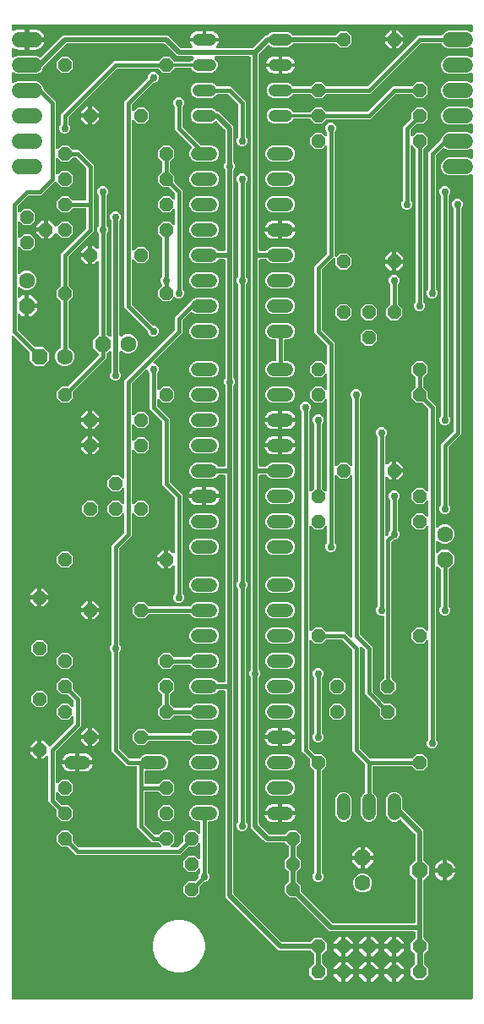
<source format=gtl>
G04 EAGLE Gerber RS-274X export*
G75*
%MOMM*%
%FSLAX34Y34*%
%LPD*%
%INTop Copper*%
%IPPOS*%
%AMOC8*
5,1,8,0,0,1.08239X$1,22.5*%
G01*
%ADD10P,1.732040X8X202.500000*%
%ADD11C,1.600200*%
%ADD12P,1.732040X8X112.500000*%
%ADD13P,1.539592X8X22.500000*%
%ADD14P,1.429621X8X202.500000*%
%ADD15P,1.429621X8X22.500000*%
%ADD16C,1.320800*%
%ADD17P,1.732040X8X292.500000*%
%ADD18P,1.429621X8X292.500000*%
%ADD19C,1.524000*%
%ADD20C,1.208000*%
%ADD21C,0.756400*%
%ADD22C,0.508000*%
%ADD23C,0.609600*%
%ADD24C,0.304800*%
%ADD25C,0.406400*%

G36*
X470942Y10164D02*
X470942Y10164D01*
X470968Y10162D01*
X471115Y10184D01*
X471262Y10201D01*
X471287Y10209D01*
X471313Y10213D01*
X471451Y10268D01*
X471590Y10318D01*
X471612Y10332D01*
X471637Y10342D01*
X471758Y10427D01*
X471883Y10507D01*
X471901Y10526D01*
X471923Y10541D01*
X472022Y10651D01*
X472125Y10758D01*
X472139Y10780D01*
X472156Y10800D01*
X472228Y10930D01*
X472304Y11057D01*
X472312Y11082D01*
X472325Y11105D01*
X472365Y11248D01*
X472410Y11389D01*
X472412Y11415D01*
X472420Y11440D01*
X472439Y11684D01*
X472439Y835559D01*
X472428Y835659D01*
X472426Y835760D01*
X472408Y835832D01*
X472399Y835905D01*
X472365Y836000D01*
X472341Y836098D01*
X472307Y836164D01*
X472282Y836234D01*
X472227Y836318D01*
X472181Y836408D01*
X472133Y836464D01*
X472093Y836526D01*
X472020Y836596D01*
X471955Y836673D01*
X471896Y836717D01*
X471842Y836769D01*
X471756Y836820D01*
X471675Y836880D01*
X471607Y836909D01*
X471543Y836947D01*
X471447Y836978D01*
X471355Y837018D01*
X471282Y837031D01*
X471211Y837054D01*
X471111Y837062D01*
X471012Y837079D01*
X470938Y837076D01*
X470864Y837082D01*
X470764Y837067D01*
X470664Y837061D01*
X470593Y837041D01*
X470519Y837030D01*
X470426Y836993D01*
X470329Y836965D01*
X470264Y836929D01*
X470195Y836901D01*
X470114Y836845D01*
X466639Y835405D01*
X447761Y835405D01*
X444400Y836798D01*
X441828Y839370D01*
X440435Y842731D01*
X440435Y846369D01*
X441828Y849730D01*
X444400Y852302D01*
X447761Y853695D01*
X466639Y853695D01*
X470088Y852266D01*
X470112Y852247D01*
X470203Y852204D01*
X470289Y852153D01*
X470359Y852130D01*
X470427Y852098D01*
X470525Y852077D01*
X470621Y852046D01*
X470695Y852040D01*
X470767Y852025D01*
X470868Y852026D01*
X470968Y852018D01*
X471042Y852029D01*
X471116Y852031D01*
X471213Y852055D01*
X471313Y852070D01*
X471382Y852098D01*
X471454Y852116D01*
X471543Y852162D01*
X471637Y852199D01*
X471698Y852241D01*
X471764Y852275D01*
X471840Y852340D01*
X471923Y852398D01*
X471973Y852453D01*
X472029Y852501D01*
X472089Y852582D01*
X472156Y852657D01*
X472192Y852721D01*
X472236Y852781D01*
X472276Y852873D01*
X472325Y852962D01*
X472345Y853033D01*
X472374Y853101D01*
X472392Y853200D01*
X472420Y853297D01*
X472428Y853397D01*
X472436Y853444D01*
X472434Y853480D01*
X472439Y853541D01*
X472439Y860959D01*
X472428Y861059D01*
X472426Y861160D01*
X472408Y861232D01*
X472399Y861305D01*
X472365Y861400D01*
X472341Y861498D01*
X472307Y861564D01*
X472282Y861634D01*
X472227Y861718D01*
X472181Y861808D01*
X472133Y861864D01*
X472093Y861926D01*
X472020Y861996D01*
X471955Y862073D01*
X471896Y862117D01*
X471842Y862169D01*
X471756Y862220D01*
X471675Y862280D01*
X471607Y862309D01*
X471543Y862347D01*
X471447Y862378D01*
X471355Y862418D01*
X471282Y862431D01*
X471211Y862454D01*
X471111Y862462D01*
X471012Y862479D01*
X470938Y862476D01*
X470864Y862482D01*
X470764Y862467D01*
X470664Y862461D01*
X470593Y862441D01*
X470519Y862430D01*
X470426Y862393D01*
X470329Y862365D01*
X470264Y862329D01*
X470195Y862301D01*
X470114Y862245D01*
X466639Y860805D01*
X447761Y860805D01*
X444400Y862198D01*
X444166Y862432D01*
X444145Y862448D01*
X444128Y862468D01*
X444009Y862556D01*
X443893Y862648D01*
X443869Y862659D01*
X443848Y862675D01*
X443712Y862734D01*
X443578Y862797D01*
X443552Y862803D01*
X443528Y862813D01*
X443382Y862839D01*
X443237Y862871D01*
X443211Y862870D01*
X443185Y862875D01*
X443036Y862867D01*
X442889Y862865D01*
X442863Y862858D01*
X442837Y862857D01*
X442694Y862816D01*
X442551Y862780D01*
X442527Y862768D01*
X442502Y862760D01*
X442373Y862688D01*
X442241Y862620D01*
X442221Y862603D01*
X442198Y862590D01*
X442012Y862432D01*
X435803Y856223D01*
X435724Y856124D01*
X435640Y856030D01*
X435616Y855988D01*
X435586Y855950D01*
X435532Y855836D01*
X435471Y855725D01*
X435458Y855678D01*
X435437Y855635D01*
X435411Y855511D01*
X435376Y855390D01*
X435371Y855329D01*
X435364Y855294D01*
X435365Y855246D01*
X435357Y855146D01*
X435357Y722129D01*
X435371Y722003D01*
X435378Y721877D01*
X435391Y721831D01*
X435397Y721783D01*
X435439Y721664D01*
X435474Y721542D01*
X435498Y721500D01*
X435514Y721455D01*
X435583Y721349D01*
X435644Y721238D01*
X435684Y721192D01*
X435703Y721162D01*
X435738Y721128D01*
X435803Y721052D01*
X436299Y720556D01*
X437107Y718606D01*
X437107Y716494D01*
X436299Y714544D01*
X434806Y713051D01*
X432856Y712243D01*
X430744Y712243D01*
X428794Y713051D01*
X427301Y714544D01*
X426493Y716494D01*
X426493Y718606D01*
X427301Y720556D01*
X427797Y721052D01*
X427876Y721151D01*
X427960Y721245D01*
X427984Y721287D01*
X428014Y721325D01*
X428068Y721439D01*
X428129Y721550D01*
X428142Y721596D01*
X428163Y721640D01*
X428189Y721763D01*
X428224Y721885D01*
X428229Y721946D01*
X428236Y721981D01*
X428235Y722029D01*
X428243Y722129D01*
X428243Y858723D01*
X439989Y870469D01*
X440068Y870568D01*
X440152Y870662D01*
X440176Y870704D01*
X440206Y870742D01*
X440260Y870856D01*
X440321Y870967D01*
X440334Y871014D01*
X440355Y871057D01*
X440381Y871181D01*
X440416Y871302D01*
X440421Y871363D01*
X440428Y871398D01*
X440427Y871446D01*
X440435Y871546D01*
X440435Y871769D01*
X441828Y875130D01*
X444400Y877702D01*
X447761Y879095D01*
X466639Y879095D01*
X470088Y877666D01*
X470112Y877647D01*
X470203Y877604D01*
X470289Y877553D01*
X470359Y877530D01*
X470427Y877498D01*
X470525Y877477D01*
X470621Y877446D01*
X470695Y877440D01*
X470767Y877425D01*
X470868Y877426D01*
X470968Y877418D01*
X471042Y877429D01*
X471116Y877431D01*
X471213Y877455D01*
X471313Y877470D01*
X471382Y877498D01*
X471454Y877516D01*
X471543Y877562D01*
X471637Y877599D01*
X471698Y877641D01*
X471764Y877675D01*
X471840Y877740D01*
X471923Y877798D01*
X471973Y877853D01*
X472029Y877901D01*
X472089Y877982D01*
X472156Y878057D01*
X472192Y878121D01*
X472236Y878181D01*
X472276Y878273D01*
X472325Y878362D01*
X472345Y878433D01*
X472374Y878501D01*
X472392Y878600D01*
X472420Y878697D01*
X472428Y878797D01*
X472436Y878844D01*
X472434Y878880D01*
X472439Y878941D01*
X472439Y886359D01*
X472428Y886459D01*
X472426Y886560D01*
X472408Y886632D01*
X472399Y886705D01*
X472365Y886800D01*
X472341Y886898D01*
X472307Y886964D01*
X472282Y887034D01*
X472227Y887118D01*
X472181Y887208D01*
X472133Y887264D01*
X472093Y887326D01*
X472020Y887396D01*
X471955Y887473D01*
X471896Y887517D01*
X471842Y887569D01*
X471756Y887620D01*
X471675Y887680D01*
X471607Y887709D01*
X471543Y887747D01*
X471447Y887778D01*
X471355Y887818D01*
X471282Y887831D01*
X471211Y887854D01*
X471111Y887862D01*
X471012Y887879D01*
X470938Y887876D01*
X470864Y887882D01*
X470764Y887867D01*
X470664Y887861D01*
X470593Y887841D01*
X470519Y887830D01*
X470426Y887793D01*
X470329Y887765D01*
X470264Y887729D01*
X470195Y887701D01*
X470114Y887645D01*
X466639Y886205D01*
X447761Y886205D01*
X444400Y887598D01*
X441828Y890170D01*
X440435Y893531D01*
X440435Y897169D01*
X441828Y900530D01*
X444400Y903102D01*
X447761Y904495D01*
X466639Y904495D01*
X470088Y903066D01*
X470112Y903047D01*
X470203Y903004D01*
X470289Y902953D01*
X470359Y902930D01*
X470427Y902898D01*
X470525Y902877D01*
X470621Y902846D01*
X470695Y902840D01*
X470767Y902825D01*
X470868Y902826D01*
X470968Y902818D01*
X471042Y902829D01*
X471116Y902831D01*
X471213Y902855D01*
X471313Y902870D01*
X471382Y902898D01*
X471454Y902916D01*
X471543Y902962D01*
X471637Y902999D01*
X471698Y903041D01*
X471764Y903075D01*
X471840Y903140D01*
X471923Y903198D01*
X471973Y903253D01*
X472029Y903301D01*
X472089Y903382D01*
X472156Y903457D01*
X472192Y903521D01*
X472236Y903581D01*
X472276Y903673D01*
X472325Y903762D01*
X472345Y903833D01*
X472374Y903901D01*
X472392Y904000D01*
X472420Y904097D01*
X472428Y904197D01*
X472436Y904244D01*
X472434Y904280D01*
X472439Y904341D01*
X472439Y911759D01*
X472428Y911859D01*
X472426Y911960D01*
X472408Y912032D01*
X472399Y912105D01*
X472365Y912200D01*
X472341Y912298D01*
X472307Y912364D01*
X472282Y912434D01*
X472227Y912518D01*
X472181Y912608D01*
X472133Y912664D01*
X472093Y912726D01*
X472020Y912796D01*
X471955Y912873D01*
X471896Y912917D01*
X471842Y912969D01*
X471756Y913020D01*
X471675Y913080D01*
X471607Y913109D01*
X471543Y913147D01*
X471447Y913178D01*
X471355Y913218D01*
X471282Y913231D01*
X471211Y913254D01*
X471111Y913262D01*
X471012Y913279D01*
X470938Y913276D01*
X470864Y913282D01*
X470764Y913267D01*
X470664Y913261D01*
X470593Y913241D01*
X470519Y913230D01*
X470426Y913193D01*
X470329Y913165D01*
X470264Y913129D01*
X470195Y913101D01*
X470114Y913045D01*
X466639Y911605D01*
X447761Y911605D01*
X444400Y912998D01*
X441828Y915570D01*
X440435Y918931D01*
X440435Y922569D01*
X441828Y925930D01*
X444400Y928502D01*
X447761Y929895D01*
X466639Y929895D01*
X470088Y928466D01*
X470112Y928447D01*
X470203Y928404D01*
X470289Y928353D01*
X470359Y928330D01*
X470427Y928298D01*
X470525Y928277D01*
X470621Y928246D01*
X470695Y928240D01*
X470767Y928225D01*
X470868Y928226D01*
X470968Y928218D01*
X471042Y928229D01*
X471116Y928231D01*
X471213Y928255D01*
X471313Y928270D01*
X471382Y928298D01*
X471454Y928316D01*
X471543Y928362D01*
X471637Y928399D01*
X471698Y928441D01*
X471764Y928475D01*
X471840Y928540D01*
X471923Y928598D01*
X471973Y928653D01*
X472029Y928701D01*
X472089Y928782D01*
X472156Y928857D01*
X472192Y928921D01*
X472236Y928981D01*
X472276Y929073D01*
X472325Y929162D01*
X472345Y929233D01*
X472374Y929301D01*
X472392Y929400D01*
X472420Y929497D01*
X472428Y929597D01*
X472436Y929644D01*
X472434Y929680D01*
X472439Y929741D01*
X472439Y937159D01*
X472428Y937259D01*
X472426Y937360D01*
X472408Y937432D01*
X472399Y937505D01*
X472365Y937600D01*
X472341Y937698D01*
X472307Y937764D01*
X472282Y937834D01*
X472227Y937918D01*
X472181Y938008D01*
X472133Y938064D01*
X472093Y938126D01*
X472020Y938196D01*
X471955Y938273D01*
X471896Y938317D01*
X471842Y938369D01*
X471756Y938420D01*
X471675Y938480D01*
X471607Y938509D01*
X471543Y938547D01*
X471447Y938578D01*
X471355Y938618D01*
X471282Y938631D01*
X471211Y938654D01*
X471111Y938662D01*
X471012Y938679D01*
X470938Y938676D01*
X470864Y938682D01*
X470764Y938667D01*
X470664Y938661D01*
X470593Y938641D01*
X470519Y938630D01*
X470426Y938593D01*
X470329Y938565D01*
X470264Y938529D01*
X470195Y938501D01*
X470114Y938445D01*
X466639Y937005D01*
X447761Y937005D01*
X444400Y938398D01*
X441828Y940970D01*
X440435Y944331D01*
X440435Y947969D01*
X441828Y951330D01*
X444400Y953902D01*
X447761Y955295D01*
X466639Y955295D01*
X470088Y953866D01*
X470112Y953847D01*
X470203Y953804D01*
X470289Y953753D01*
X470359Y953730D01*
X470427Y953698D01*
X470525Y953677D01*
X470621Y953646D01*
X470695Y953640D01*
X470767Y953625D01*
X470868Y953626D01*
X470968Y953618D01*
X471042Y953629D01*
X471116Y953631D01*
X471213Y953655D01*
X471313Y953670D01*
X471382Y953698D01*
X471454Y953716D01*
X471543Y953762D01*
X471637Y953799D01*
X471698Y953841D01*
X471764Y953875D01*
X471840Y953940D01*
X471923Y953998D01*
X471973Y954053D01*
X472029Y954101D01*
X472089Y954182D01*
X472156Y954257D01*
X472192Y954321D01*
X472236Y954381D01*
X472276Y954473D01*
X472325Y954562D01*
X472345Y954633D01*
X472374Y954701D01*
X472392Y954800D01*
X472420Y954897D01*
X472428Y954997D01*
X472436Y955044D01*
X472434Y955080D01*
X472439Y955141D01*
X472439Y962559D01*
X472428Y962659D01*
X472426Y962760D01*
X472408Y962832D01*
X472399Y962905D01*
X472365Y963000D01*
X472341Y963098D01*
X472307Y963164D01*
X472282Y963234D01*
X472227Y963318D01*
X472181Y963408D01*
X472133Y963464D01*
X472093Y963526D01*
X472020Y963596D01*
X471955Y963673D01*
X471896Y963717D01*
X471842Y963769D01*
X471756Y963820D01*
X471675Y963880D01*
X471607Y963909D01*
X471543Y963947D01*
X471447Y963978D01*
X471355Y964018D01*
X471282Y964031D01*
X471211Y964054D01*
X471111Y964062D01*
X471012Y964079D01*
X470938Y964076D01*
X470864Y964082D01*
X470764Y964067D01*
X470664Y964061D01*
X470593Y964041D01*
X470519Y964030D01*
X470426Y963993D01*
X470329Y963965D01*
X470264Y963929D01*
X470195Y963901D01*
X470114Y963845D01*
X466639Y962405D01*
X447761Y962405D01*
X444400Y963798D01*
X441827Y966370D01*
X441545Y967053D01*
X441507Y967120D01*
X441479Y967191D01*
X441423Y967271D01*
X441375Y967358D01*
X441324Y967414D01*
X441280Y967477D01*
X441207Y967543D01*
X441141Y967616D01*
X441078Y967659D01*
X441021Y967710D01*
X440935Y967758D01*
X440854Y967814D01*
X440783Y967842D01*
X440716Y967879D01*
X440622Y967906D01*
X440530Y967942D01*
X440455Y967953D01*
X440381Y967974D01*
X440232Y967986D01*
X440185Y967993D01*
X440166Y967991D01*
X440137Y967993D01*
X421204Y967993D01*
X421079Y967979D01*
X420952Y967972D01*
X420906Y967959D01*
X420858Y967953D01*
X420739Y967911D01*
X420618Y967876D01*
X420575Y967852D01*
X420530Y967836D01*
X420424Y967767D01*
X420313Y967706D01*
X420267Y967666D01*
X420237Y967647D01*
X420204Y967612D01*
X420127Y967547D01*
X369773Y917193D01*
X326070Y917193D01*
X325944Y917179D01*
X325818Y917172D01*
X325772Y917159D01*
X325724Y917153D01*
X325605Y917111D01*
X325483Y917076D01*
X325441Y917052D01*
X325396Y917036D01*
X325289Y916967D01*
X325179Y916906D01*
X325133Y916866D01*
X325103Y916847D01*
X325069Y916812D01*
X324993Y916747D01*
X320867Y912621D01*
X314133Y912621D01*
X310007Y916747D01*
X309908Y916826D01*
X309814Y916910D01*
X309772Y916934D01*
X309734Y916964D01*
X309620Y917018D01*
X309509Y917079D01*
X309463Y917092D01*
X309419Y917113D01*
X309296Y917139D01*
X309174Y917174D01*
X309113Y917179D01*
X309078Y917186D01*
X309030Y917185D01*
X308930Y917193D01*
X293173Y917193D01*
X293097Y917185D01*
X293020Y917186D01*
X292924Y917165D01*
X292826Y917153D01*
X292754Y917128D01*
X292679Y917111D01*
X292591Y917069D01*
X292498Y917036D01*
X292434Y916994D01*
X292365Y916961D01*
X292288Y916900D01*
X292205Y916847D01*
X292152Y916792D01*
X292092Y916744D01*
X292032Y916667D01*
X291963Y916596D01*
X291932Y916544D01*
X289725Y914337D01*
X286945Y913185D01*
X271855Y913185D01*
X269075Y914337D01*
X266947Y916465D01*
X265795Y919245D01*
X265795Y922255D01*
X266947Y925035D01*
X269075Y927163D01*
X271855Y928315D01*
X286945Y928315D01*
X289725Y927163D01*
X291921Y924968D01*
X291934Y924943D01*
X291986Y924886D01*
X292030Y924823D01*
X292102Y924757D01*
X292168Y924684D01*
X292232Y924641D01*
X292288Y924590D01*
X292374Y924542D01*
X292455Y924486D01*
X292526Y924458D01*
X292593Y924421D01*
X292688Y924394D01*
X292779Y924358D01*
X292855Y924347D01*
X292929Y924326D01*
X293078Y924314D01*
X293124Y924308D01*
X293143Y924309D01*
X293173Y924307D01*
X308930Y924307D01*
X309056Y924321D01*
X309182Y924328D01*
X309228Y924341D01*
X309276Y924347D01*
X309395Y924389D01*
X309517Y924424D01*
X309559Y924448D01*
X309604Y924464D01*
X309711Y924533D01*
X309821Y924594D01*
X309867Y924634D01*
X309897Y924653D01*
X309931Y924688D01*
X310007Y924753D01*
X314133Y928879D01*
X320867Y928879D01*
X324993Y924753D01*
X325092Y924674D01*
X325186Y924590D01*
X325228Y924566D01*
X325266Y924536D01*
X325380Y924482D01*
X325491Y924421D01*
X325537Y924408D01*
X325581Y924387D01*
X325704Y924361D01*
X325826Y924326D01*
X325887Y924321D01*
X325922Y924314D01*
X325970Y924315D01*
X326070Y924307D01*
X366196Y924307D01*
X366321Y924321D01*
X366448Y924328D01*
X366494Y924341D01*
X366542Y924347D01*
X366661Y924389D01*
X366782Y924424D01*
X366825Y924448D01*
X366870Y924464D01*
X366976Y924533D01*
X367087Y924594D01*
X367133Y924634D01*
X367163Y924653D01*
X367196Y924688D01*
X367273Y924753D01*
X417627Y975107D01*
X440137Y975107D01*
X440213Y975115D01*
X440290Y975114D01*
X440386Y975135D01*
X440483Y975147D01*
X440555Y975172D01*
X440630Y975189D01*
X440719Y975231D01*
X440812Y975264D01*
X440876Y975306D01*
X440945Y975338D01*
X441022Y975400D01*
X441104Y975453D01*
X441158Y975508D01*
X441217Y975556D01*
X441278Y975633D01*
X441347Y975704D01*
X441386Y975769D01*
X441433Y975829D01*
X441501Y975962D01*
X441525Y976003D01*
X441531Y976021D01*
X441545Y976047D01*
X441827Y976730D01*
X444400Y979302D01*
X447761Y980695D01*
X466639Y980695D01*
X470088Y979266D01*
X470112Y979247D01*
X470203Y979204D01*
X470289Y979153D01*
X470359Y979130D01*
X470427Y979098D01*
X470525Y979077D01*
X470621Y979046D01*
X470695Y979040D01*
X470767Y979025D01*
X470868Y979026D01*
X470968Y979018D01*
X471042Y979029D01*
X471116Y979031D01*
X471213Y979055D01*
X471313Y979070D01*
X471382Y979098D01*
X471454Y979116D01*
X471543Y979162D01*
X471637Y979199D01*
X471698Y979241D01*
X471764Y979275D01*
X471840Y979340D01*
X471923Y979398D01*
X471973Y979453D01*
X472029Y979501D01*
X472089Y979582D01*
X472156Y979657D01*
X472192Y979721D01*
X472236Y979781D01*
X472276Y979873D01*
X472325Y979962D01*
X472345Y980033D01*
X472374Y980101D01*
X472392Y980200D01*
X472420Y980297D01*
X472428Y980397D01*
X472436Y980444D01*
X472434Y980480D01*
X472439Y980541D01*
X472439Y985264D01*
X472436Y985290D01*
X472438Y985316D01*
X472416Y985463D01*
X472399Y985610D01*
X472391Y985635D01*
X472387Y985661D01*
X472332Y985798D01*
X472282Y985938D01*
X472268Y985960D01*
X472258Y985985D01*
X472173Y986106D01*
X472093Y986231D01*
X472074Y986249D01*
X472059Y986271D01*
X471949Y986370D01*
X471842Y986473D01*
X471819Y986487D01*
X471800Y986504D01*
X471671Y986576D01*
X471543Y986652D01*
X471518Y986660D01*
X471495Y986673D01*
X471352Y986713D01*
X471211Y986758D01*
X471185Y986760D01*
X471159Y986767D01*
X470916Y986787D01*
X11684Y986692D01*
X11658Y986689D01*
X11632Y986691D01*
X11485Y986669D01*
X11337Y986652D01*
X11313Y986643D01*
X11287Y986639D01*
X11149Y986584D01*
X11009Y986534D01*
X10987Y986520D01*
X10963Y986510D01*
X10842Y986426D01*
X10717Y986345D01*
X10698Y986326D01*
X10677Y986311D01*
X10578Y986202D01*
X10474Y986094D01*
X10461Y986072D01*
X10444Y986053D01*
X10372Y985923D01*
X10296Y985795D01*
X10288Y985770D01*
X10275Y985748D01*
X10235Y985605D01*
X10190Y985463D01*
X10187Y985437D01*
X10180Y985412D01*
X10161Y985168D01*
X10161Y981557D01*
X10165Y981521D01*
X10162Y981486D01*
X10185Y981349D01*
X10201Y981211D01*
X10213Y981177D01*
X10218Y981142D01*
X10271Y981013D01*
X10318Y980883D01*
X10338Y980853D01*
X10351Y980819D01*
X10432Y980707D01*
X10507Y980590D01*
X10533Y980565D01*
X10554Y980536D01*
X10658Y980444D01*
X10758Y980348D01*
X10789Y980329D01*
X10816Y980306D01*
X10938Y980240D01*
X11057Y980169D01*
X11091Y980158D01*
X11123Y980141D01*
X11257Y980105D01*
X11389Y980063D01*
X11425Y980060D01*
X11459Y980051D01*
X11598Y980046D01*
X11736Y980035D01*
X11772Y980040D01*
X11808Y980039D01*
X11944Y980066D01*
X12081Y980086D01*
X12114Y980100D01*
X12149Y980107D01*
X12376Y980200D01*
X13880Y980966D01*
X15401Y981461D01*
X16980Y981711D01*
X22861Y981711D01*
X22861Y972566D01*
X22864Y972540D01*
X22862Y972514D01*
X22884Y972367D01*
X22901Y972220D01*
X22909Y972195D01*
X22913Y972169D01*
X22968Y972032D01*
X23018Y971892D01*
X23032Y971870D01*
X23042Y971845D01*
X23127Y971724D01*
X23207Y971599D01*
X23226Y971581D01*
X23241Y971559D01*
X23257Y971545D01*
X23175Y971460D01*
X23161Y971437D01*
X23144Y971418D01*
X23072Y971288D01*
X22996Y971161D01*
X22988Y971136D01*
X22975Y971113D01*
X22935Y970970D01*
X22890Y970829D01*
X22887Y970803D01*
X22880Y970778D01*
X22861Y970534D01*
X22861Y961389D01*
X16980Y961389D01*
X15401Y961639D01*
X13880Y962134D01*
X12376Y962900D01*
X12342Y962913D01*
X12311Y962931D01*
X12179Y962973D01*
X12049Y963022D01*
X12013Y963026D01*
X11979Y963037D01*
X11841Y963048D01*
X11703Y963066D01*
X11668Y963062D01*
X11632Y963065D01*
X11495Y963045D01*
X11357Y963031D01*
X11323Y963019D01*
X11287Y963014D01*
X11158Y962962D01*
X11027Y962917D01*
X10997Y962898D01*
X10963Y962885D01*
X10849Y962806D01*
X10732Y962732D01*
X10707Y962706D01*
X10677Y962686D01*
X10584Y962583D01*
X10487Y962484D01*
X10468Y962454D01*
X10444Y962427D01*
X10376Y962306D01*
X10304Y962188D01*
X10292Y962153D01*
X10275Y962122D01*
X10237Y961989D01*
X10193Y961857D01*
X10190Y961821D01*
X10180Y961787D01*
X10161Y961543D01*
X10161Y955141D01*
X10172Y955041D01*
X10174Y954940D01*
X10192Y954868D01*
X10201Y954795D01*
X10235Y954700D01*
X10259Y954602D01*
X10293Y954536D01*
X10318Y954466D01*
X10373Y954382D01*
X10419Y954292D01*
X10467Y954236D01*
X10507Y954174D01*
X10580Y954104D01*
X10645Y954027D01*
X10704Y953983D01*
X10758Y953931D01*
X10844Y953880D01*
X10925Y953820D01*
X10993Y953791D01*
X11057Y953753D01*
X11153Y953722D01*
X11245Y953682D01*
X11318Y953669D01*
X11389Y953646D01*
X11489Y953638D01*
X11588Y953621D01*
X11662Y953624D01*
X11736Y953618D01*
X11836Y953633D01*
X11936Y953639D01*
X12007Y953659D01*
X12081Y953670D01*
X12174Y953707D01*
X12271Y953735D01*
X12336Y953771D01*
X12405Y953799D01*
X12486Y953855D01*
X15961Y955295D01*
X34839Y955295D01*
X38268Y953874D01*
X38348Y953811D01*
X38372Y953800D01*
X38393Y953784D01*
X38529Y953725D01*
X38663Y953662D01*
X38689Y953657D01*
X38713Y953646D01*
X38859Y953620D01*
X39004Y953589D01*
X39030Y953589D01*
X39056Y953584D01*
X39204Y953592D01*
X39352Y953595D01*
X39378Y953601D01*
X39404Y953602D01*
X39546Y953643D01*
X39690Y953680D01*
X39714Y953692D01*
X39739Y953699D01*
X39868Y953771D01*
X40000Y953839D01*
X40020Y953856D01*
X40043Y953869D01*
X40229Y954028D01*
X61816Y975615D01*
X166784Y975615D01*
X179038Y963361D01*
X179137Y963282D01*
X179230Y963198D01*
X179273Y963174D01*
X179311Y963144D01*
X179425Y963090D01*
X179535Y963029D01*
X179582Y963016D01*
X179626Y962995D01*
X179749Y962969D01*
X179871Y962934D01*
X179932Y962929D01*
X179966Y962922D01*
X180014Y962923D01*
X180115Y962915D01*
X189983Y962915D01*
X190083Y962926D01*
X190183Y962928D01*
X190255Y962946D01*
X190329Y962955D01*
X190424Y962988D01*
X190521Y963013D01*
X190587Y963047D01*
X190657Y963072D01*
X190742Y963127D01*
X190831Y963173D01*
X190887Y963221D01*
X190950Y963261D01*
X191020Y963333D01*
X191096Y963398D01*
X191140Y963458D01*
X191192Y963512D01*
X191244Y963598D01*
X191303Y963679D01*
X191333Y963747D01*
X191371Y963811D01*
X191402Y963906D01*
X191441Y963999D01*
X191455Y964072D01*
X191477Y964143D01*
X191485Y964243D01*
X191503Y964342D01*
X191499Y964416D01*
X191505Y964490D01*
X191490Y964589D01*
X191485Y964690D01*
X191465Y964761D01*
X191454Y964835D01*
X191416Y964928D01*
X191389Y965025D01*
X191352Y965090D01*
X191325Y965159D01*
X191267Y965241D01*
X191218Y965329D01*
X191153Y965405D01*
X191126Y965445D01*
X191099Y965469D01*
X191060Y965515D01*
X190495Y966080D01*
X189556Y967485D01*
X188909Y969047D01*
X188759Y969801D01*
X202974Y969801D01*
X203000Y969804D01*
X203026Y969802D01*
X203171Y969823D01*
X203182Y969820D01*
X203426Y969801D01*
X217641Y969801D01*
X217491Y969047D01*
X216844Y967485D01*
X215905Y966080D01*
X215340Y965515D01*
X215278Y965437D01*
X215208Y965364D01*
X215170Y965300D01*
X215123Y965242D01*
X215080Y965151D01*
X215029Y965065D01*
X215006Y964994D01*
X214975Y964927D01*
X214953Y964829D01*
X214923Y964733D01*
X214917Y964659D01*
X214901Y964586D01*
X214903Y964486D01*
X214895Y964386D01*
X214906Y964312D01*
X214907Y964238D01*
X214932Y964141D01*
X214946Y964041D01*
X214974Y963972D01*
X214992Y963900D01*
X215038Y963811D01*
X215075Y963717D01*
X215118Y963656D01*
X215152Y963590D01*
X215217Y963513D01*
X215274Y963431D01*
X215329Y963381D01*
X215378Y963325D01*
X215458Y963265D01*
X215533Y963198D01*
X215598Y963162D01*
X215658Y963117D01*
X215750Y963078D01*
X215838Y963029D01*
X215910Y963009D01*
X215978Y962979D01*
X216077Y962962D01*
X216173Y962934D01*
X216273Y962926D01*
X216321Y962918D01*
X216357Y962920D01*
X216417Y962915D01*
X251685Y962915D01*
X251811Y962929D01*
X251937Y962936D01*
X251984Y962949D01*
X252032Y962955D01*
X252151Y962997D01*
X252272Y963032D01*
X252314Y963056D01*
X252360Y963072D01*
X252466Y963141D01*
X252576Y963202D01*
X252622Y963242D01*
X252652Y963261D01*
X252686Y963296D01*
X252762Y963361D01*
X265016Y975615D01*
X266096Y975615D01*
X266221Y975629D01*
X266347Y975636D01*
X266394Y975649D01*
X266442Y975655D01*
X266561Y975697D01*
X266682Y975732D01*
X266724Y975756D01*
X266770Y975772D01*
X266876Y975841D01*
X266986Y975902D01*
X267033Y975942D01*
X267063Y975961D01*
X267096Y975996D01*
X267173Y976061D01*
X269075Y977963D01*
X271855Y979115D01*
X286945Y979115D01*
X289725Y977963D01*
X291627Y976061D01*
X291726Y975982D01*
X291820Y975898D01*
X291862Y975874D01*
X291900Y975844D01*
X292014Y975790D01*
X292125Y975729D01*
X292172Y975716D01*
X292215Y975695D01*
X292339Y975669D01*
X292461Y975634D01*
X292521Y975629D01*
X292556Y975622D01*
X292604Y975623D01*
X292704Y975615D01*
X334838Y975615D01*
X334964Y975629D01*
X335090Y975636D01*
X335136Y975649D01*
X335184Y975655D01*
X335303Y975697D01*
X335425Y975732D01*
X335467Y975756D01*
X335512Y975772D01*
X335619Y975841D01*
X335729Y975902D01*
X335775Y975942D01*
X335805Y975961D01*
X335839Y975996D01*
X335915Y976061D01*
X339533Y979679D01*
X346267Y979679D01*
X351029Y974917D01*
X351029Y968183D01*
X346267Y963421D01*
X339533Y963421D01*
X335915Y967039D01*
X335816Y967118D01*
X335722Y967202D01*
X335680Y967226D01*
X335642Y967256D01*
X335528Y967310D01*
X335417Y967371D01*
X335371Y967384D01*
X335327Y967405D01*
X335204Y967431D01*
X335082Y967466D01*
X335021Y967471D01*
X334986Y967478D01*
X334938Y967477D01*
X334838Y967485D01*
X292704Y967485D01*
X292579Y967471D01*
X292453Y967464D01*
X292406Y967451D01*
X292358Y967445D01*
X292239Y967403D01*
X292118Y967368D01*
X292076Y967344D01*
X292030Y967328D01*
X291924Y967259D01*
X291814Y967198D01*
X291767Y967158D01*
X291737Y967139D01*
X291704Y967104D01*
X291627Y967039D01*
X289725Y965137D01*
X286945Y963985D01*
X271855Y963985D01*
X269075Y965137D01*
X268632Y965580D01*
X268612Y965596D01*
X268595Y965616D01*
X268475Y965704D01*
X268359Y965796D01*
X268336Y965807D01*
X268314Y965823D01*
X268179Y965882D01*
X268044Y965945D01*
X268018Y965951D01*
X267994Y965961D01*
X267848Y965987D01*
X267703Y966019D01*
X267677Y966018D01*
X267651Y966023D01*
X267503Y966015D01*
X267355Y966013D01*
X267330Y966006D01*
X267303Y966005D01*
X267161Y965964D01*
X267017Y965928D01*
X266994Y965916D01*
X266968Y965908D01*
X266839Y965836D01*
X266707Y965768D01*
X266687Y965751D01*
X266664Y965738D01*
X266478Y965580D01*
X258511Y957612D01*
X258432Y957513D01*
X258348Y957420D01*
X258324Y957377D01*
X258294Y957339D01*
X258240Y957225D01*
X258179Y957115D01*
X258166Y957068D01*
X258145Y957024D01*
X258119Y956901D01*
X258084Y956779D01*
X258079Y956718D01*
X258072Y956684D01*
X258073Y956636D01*
X258065Y956535D01*
X258065Y761238D01*
X258068Y761212D01*
X258066Y761186D01*
X258088Y761039D01*
X258105Y760892D01*
X258113Y760867D01*
X258117Y760841D01*
X258172Y760703D01*
X258222Y760564D01*
X258236Y760542D01*
X258246Y760517D01*
X258331Y760396D01*
X258411Y760271D01*
X258430Y760253D01*
X258445Y760231D01*
X258555Y760132D01*
X258662Y760029D01*
X258684Y760015D01*
X258704Y759998D01*
X258834Y759926D01*
X258961Y759850D01*
X258986Y759842D01*
X259009Y759829D01*
X259152Y759789D01*
X259293Y759744D01*
X259319Y759742D01*
X259344Y759734D01*
X259588Y759715D01*
X264734Y759715D01*
X264860Y759729D01*
X264986Y759736D01*
X265032Y759749D01*
X265080Y759755D01*
X265199Y759797D01*
X265321Y759832D01*
X265363Y759856D01*
X265408Y759872D01*
X265515Y759941D01*
X265625Y760002D01*
X265671Y760042D01*
X265701Y760061D01*
X265735Y760096D01*
X265811Y760161D01*
X268191Y762541D01*
X271179Y763779D01*
X287621Y763779D01*
X290609Y762541D01*
X292895Y760255D01*
X294133Y757267D01*
X294133Y754033D01*
X292895Y751045D01*
X290609Y748759D01*
X287621Y747521D01*
X271179Y747521D01*
X268191Y748759D01*
X265811Y751139D01*
X265712Y751218D01*
X265618Y751302D01*
X265576Y751326D01*
X265538Y751356D01*
X265424Y751410D01*
X265313Y751471D01*
X265267Y751484D01*
X265223Y751505D01*
X265100Y751531D01*
X264978Y751566D01*
X264917Y751571D01*
X264882Y751578D01*
X264834Y751577D01*
X264734Y751585D01*
X259588Y751585D01*
X259562Y751582D01*
X259536Y751584D01*
X259389Y751562D01*
X259242Y751545D01*
X259217Y751537D01*
X259191Y751533D01*
X259053Y751478D01*
X258914Y751428D01*
X258892Y751414D01*
X258867Y751404D01*
X258746Y751319D01*
X258621Y751239D01*
X258603Y751220D01*
X258581Y751205D01*
X258482Y751095D01*
X258379Y750988D01*
X258365Y750966D01*
X258348Y750946D01*
X258276Y750816D01*
X258200Y750689D01*
X258192Y750664D01*
X258179Y750641D01*
X258139Y750498D01*
X258094Y750357D01*
X258092Y750331D01*
X258084Y750306D01*
X258065Y750062D01*
X258065Y545338D01*
X258068Y545312D01*
X258066Y545286D01*
X258088Y545139D01*
X258105Y544992D01*
X258113Y544967D01*
X258117Y544941D01*
X258172Y544803D01*
X258222Y544664D01*
X258236Y544642D01*
X258246Y544617D01*
X258331Y544496D01*
X258411Y544371D01*
X258430Y544353D01*
X258445Y544331D01*
X258555Y544232D01*
X258662Y544129D01*
X258684Y544115D01*
X258704Y544098D01*
X258834Y544026D01*
X258961Y543950D01*
X258986Y543942D01*
X259009Y543929D01*
X259152Y543889D01*
X259293Y543844D01*
X259319Y543842D01*
X259344Y543834D01*
X259588Y543815D01*
X264734Y543815D01*
X264860Y543829D01*
X264986Y543836D01*
X265032Y543849D01*
X265080Y543855D01*
X265199Y543897D01*
X265321Y543932D01*
X265363Y543956D01*
X265408Y543972D01*
X265515Y544041D01*
X265625Y544102D01*
X265671Y544142D01*
X265701Y544161D01*
X265735Y544196D01*
X265811Y544261D01*
X268191Y546641D01*
X271179Y547879D01*
X287621Y547879D01*
X290609Y546641D01*
X292895Y544355D01*
X294133Y541367D01*
X294133Y538133D01*
X292895Y535145D01*
X290609Y532859D01*
X287621Y531621D01*
X271179Y531621D01*
X268191Y532859D01*
X265811Y535239D01*
X265712Y535318D01*
X265618Y535402D01*
X265576Y535426D01*
X265538Y535456D01*
X265424Y535510D01*
X265313Y535571D01*
X265267Y535584D01*
X265223Y535605D01*
X265100Y535631D01*
X264978Y535666D01*
X264917Y535671D01*
X264882Y535678D01*
X264834Y535677D01*
X264734Y535685D01*
X259588Y535685D01*
X259562Y535682D01*
X259536Y535684D01*
X259389Y535662D01*
X259242Y535645D01*
X259217Y535637D01*
X259191Y535633D01*
X259053Y535578D01*
X258914Y535528D01*
X258892Y535514D01*
X258867Y535504D01*
X258746Y535419D01*
X258621Y535339D01*
X258603Y535320D01*
X258581Y535305D01*
X258482Y535195D01*
X258379Y535088D01*
X258365Y535066D01*
X258348Y535046D01*
X258276Y534916D01*
X258200Y534789D01*
X258192Y534764D01*
X258179Y534741D01*
X258139Y534598D01*
X258094Y534457D01*
X258092Y534431D01*
X258084Y534406D01*
X258065Y534162D01*
X258065Y340621D01*
X258079Y340495D01*
X258086Y340369D01*
X258099Y340323D01*
X258105Y340275D01*
X258147Y340156D01*
X258182Y340034D01*
X258206Y339992D01*
X258222Y339947D01*
X258291Y339841D01*
X258352Y339730D01*
X258392Y339684D01*
X258411Y339654D01*
X258446Y339620D01*
X258497Y339560D01*
X259307Y337606D01*
X259307Y335494D01*
X258496Y333537D01*
X258432Y333457D01*
X258348Y333363D01*
X258324Y333321D01*
X258294Y333283D01*
X258240Y333169D01*
X258179Y333058D01*
X258166Y333012D01*
X258145Y332968D01*
X258119Y332845D01*
X258084Y332723D01*
X258079Y332662D01*
X258072Y332627D01*
X258073Y332579D01*
X258065Y332479D01*
X258065Y186465D01*
X258079Y186339D01*
X258086Y186213D01*
X258099Y186166D01*
X258105Y186118D01*
X258147Y185999D01*
X258182Y185878D01*
X258206Y185836D01*
X258222Y185790D01*
X258291Y185684D01*
X258352Y185574D01*
X258392Y185527D01*
X258411Y185497D01*
X258446Y185464D01*
X258511Y185388D01*
X267938Y175961D01*
X268037Y175882D01*
X268130Y175798D01*
X268173Y175774D01*
X268211Y175744D01*
X268325Y175690D01*
X268435Y175629D01*
X268482Y175616D01*
X268526Y175595D01*
X268649Y175569D01*
X268771Y175534D01*
X268832Y175529D01*
X268866Y175522D01*
X268914Y175523D01*
X269015Y175515D01*
X284038Y175515D01*
X284164Y175529D01*
X284290Y175536D01*
X284336Y175549D01*
X284384Y175555D01*
X284503Y175597D01*
X284625Y175632D01*
X284667Y175656D01*
X284712Y175672D01*
X284819Y175741D01*
X284929Y175802D01*
X284975Y175842D01*
X285005Y175861D01*
X285039Y175896D01*
X285115Y175961D01*
X288733Y179579D01*
X295467Y179579D01*
X300229Y174817D01*
X300229Y168083D01*
X296611Y164465D01*
X296532Y164366D01*
X296448Y164272D01*
X296424Y164230D01*
X296394Y164192D01*
X296340Y164078D01*
X296279Y163967D01*
X296266Y163921D01*
X296245Y163877D01*
X296219Y163754D01*
X296184Y163632D01*
X296179Y163571D01*
X296172Y163536D01*
X296173Y163488D01*
X296165Y163388D01*
X296165Y154112D01*
X296179Y153986D01*
X296186Y153860D01*
X296199Y153814D01*
X296205Y153766D01*
X296247Y153647D01*
X296282Y153525D01*
X296306Y153483D01*
X296322Y153438D01*
X296391Y153331D01*
X296452Y153221D01*
X296492Y153175D01*
X296511Y153145D01*
X296546Y153111D01*
X296611Y153035D01*
X300229Y149417D01*
X300229Y142683D01*
X296611Y139065D01*
X296532Y138966D01*
X296448Y138872D01*
X296424Y138830D01*
X296394Y138792D01*
X296340Y138678D01*
X296279Y138567D01*
X296266Y138521D01*
X296245Y138477D01*
X296219Y138354D01*
X296184Y138232D01*
X296179Y138171D01*
X296172Y138136D01*
X296173Y138088D01*
X296165Y137988D01*
X296165Y128712D01*
X296179Y128586D01*
X296186Y128460D01*
X296199Y128414D01*
X296205Y128366D01*
X296247Y128247D01*
X296282Y128125D01*
X296306Y128083D01*
X296322Y128038D01*
X296391Y127931D01*
X296452Y127821D01*
X296492Y127775D01*
X296511Y127745D01*
X296546Y127711D01*
X296611Y127635D01*
X300229Y124017D01*
X300229Y118901D01*
X300243Y118775D01*
X300250Y118649D01*
X300263Y118602D01*
X300269Y118554D01*
X300311Y118435D01*
X300346Y118314D01*
X300370Y118272D01*
X300386Y118226D01*
X300455Y118120D01*
X300516Y118010D01*
X300556Y117964D01*
X300575Y117934D01*
X300610Y117900D01*
X300675Y117824D01*
X331438Y87061D01*
X331537Y86982D01*
X331630Y86898D01*
X331673Y86874D01*
X331711Y86844D01*
X331825Y86790D01*
X331935Y86729D01*
X331982Y86716D01*
X332026Y86695D01*
X332149Y86669D01*
X332271Y86634D01*
X332332Y86629D01*
X332366Y86622D01*
X332414Y86623D01*
X332515Y86615D01*
X413512Y86615D01*
X413538Y86618D01*
X413564Y86616D01*
X413711Y86638D01*
X413858Y86655D01*
X413883Y86663D01*
X413909Y86667D01*
X414047Y86722D01*
X414186Y86772D01*
X414208Y86786D01*
X414233Y86796D01*
X414354Y86881D01*
X414479Y86961D01*
X414497Y86980D01*
X414519Y86995D01*
X414618Y87105D01*
X414721Y87212D01*
X414735Y87234D01*
X414752Y87254D01*
X414824Y87384D01*
X414900Y87511D01*
X414908Y87536D01*
X414921Y87559D01*
X414961Y87702D01*
X415006Y87843D01*
X415008Y87869D01*
X415016Y87894D01*
X415035Y88138D01*
X415035Y129662D01*
X415021Y129788D01*
X415014Y129914D01*
X415001Y129961D01*
X414995Y130009D01*
X414953Y130128D01*
X414918Y130249D01*
X414894Y130291D01*
X414878Y130337D01*
X414809Y130443D01*
X414748Y130553D01*
X414708Y130600D01*
X414689Y130630D01*
X414654Y130663D01*
X414589Y130739D01*
X409574Y135754D01*
X409574Y143646D01*
X414589Y148661D01*
X414668Y148760D01*
X414752Y148853D01*
X414776Y148896D01*
X414806Y148934D01*
X414860Y149048D01*
X414921Y149158D01*
X414934Y149205D01*
X414955Y149249D01*
X414981Y149372D01*
X415016Y149494D01*
X415021Y149555D01*
X415028Y149589D01*
X415027Y149637D01*
X415035Y149738D01*
X415035Y175485D01*
X415021Y175611D01*
X415014Y175737D01*
X415001Y175784D01*
X414995Y175832D01*
X414953Y175951D01*
X414918Y176072D01*
X414894Y176114D01*
X414878Y176160D01*
X414809Y176266D01*
X414748Y176376D01*
X414708Y176422D01*
X414689Y176452D01*
X414654Y176486D01*
X414589Y176562D01*
X400953Y190199D01*
X400932Y190215D01*
X400915Y190235D01*
X400796Y190323D01*
X400680Y190415D01*
X400656Y190427D01*
X400635Y190442D01*
X400499Y190501D01*
X400365Y190564D01*
X400339Y190570D01*
X400315Y190580D01*
X400168Y190607D01*
X400024Y190638D01*
X399998Y190637D01*
X399972Y190642D01*
X399823Y190634D01*
X399676Y190632D01*
X399650Y190625D01*
X399624Y190624D01*
X399482Y190583D01*
X399338Y190547D01*
X399314Y190535D01*
X399289Y190527D01*
X399160Y190455D01*
X399028Y190387D01*
X399008Y190370D01*
X398985Y190357D01*
X398799Y190199D01*
X398305Y189705D01*
X395317Y188467D01*
X392083Y188467D01*
X389095Y189705D01*
X386809Y191991D01*
X385571Y194979D01*
X385571Y211421D01*
X386809Y214409D01*
X389095Y216695D01*
X392083Y217933D01*
X395317Y217933D01*
X398305Y216695D01*
X400591Y214409D01*
X401829Y211421D01*
X401829Y201451D01*
X401843Y201325D01*
X401850Y201199D01*
X401863Y201152D01*
X401869Y201104D01*
X401911Y200985D01*
X401946Y200864D01*
X401970Y200822D01*
X401986Y200776D01*
X402055Y200670D01*
X402116Y200560D01*
X402156Y200513D01*
X402175Y200483D01*
X402210Y200450D01*
X402275Y200374D01*
X423165Y179484D01*
X423165Y149738D01*
X423179Y149612D01*
X423186Y149486D01*
X423199Y149439D01*
X423205Y149391D01*
X423247Y149272D01*
X423282Y149151D01*
X423306Y149109D01*
X423322Y149063D01*
X423391Y148957D01*
X423452Y148847D01*
X423492Y148800D01*
X423511Y148770D01*
X423546Y148737D01*
X423611Y148661D01*
X428626Y143646D01*
X428626Y135754D01*
X423611Y130739D01*
X423532Y130640D01*
X423448Y130547D01*
X423424Y130504D01*
X423394Y130466D01*
X423340Y130352D01*
X423279Y130242D01*
X423266Y130195D01*
X423245Y130151D01*
X423219Y130028D01*
X423184Y129906D01*
X423179Y129845D01*
X423172Y129811D01*
X423173Y129763D01*
X423165Y129662D01*
X423165Y72280D01*
X423179Y72155D01*
X423186Y72029D01*
X423199Y71982D01*
X423205Y71934D01*
X423247Y71815D01*
X423282Y71694D01*
X423306Y71652D01*
X423322Y71606D01*
X423391Y71500D01*
X423452Y71390D01*
X423492Y71343D01*
X423511Y71313D01*
X423546Y71280D01*
X423611Y71203D01*
X427737Y67077D01*
X427737Y59923D01*
X424119Y56305D01*
X424040Y56206D01*
X423956Y56112D01*
X423932Y56070D01*
X423902Y56032D01*
X423848Y55918D01*
X423787Y55807D01*
X423774Y55760D01*
X423753Y55717D01*
X423727Y55593D01*
X423692Y55471D01*
X423687Y55411D01*
X423680Y55376D01*
X423681Y55328D01*
X423673Y55228D01*
X423673Y46372D01*
X423687Y46247D01*
X423694Y46121D01*
X423707Y46074D01*
X423713Y46026D01*
X423755Y45907D01*
X423790Y45786D01*
X423814Y45743D01*
X423830Y45698D01*
X423899Y45592D01*
X423960Y45482D01*
X424000Y45435D01*
X424019Y45405D01*
X424054Y45372D01*
X424119Y45295D01*
X427737Y41677D01*
X427737Y34523D01*
X422677Y29463D01*
X415523Y29463D01*
X410463Y34523D01*
X410463Y41677D01*
X414081Y45295D01*
X414160Y45394D01*
X414244Y45488D01*
X414268Y45530D01*
X414298Y45568D01*
X414352Y45682D01*
X414413Y45793D01*
X414426Y45840D01*
X414447Y45883D01*
X414473Y46007D01*
X414508Y46129D01*
X414513Y46189D01*
X414520Y46224D01*
X414519Y46272D01*
X414527Y46372D01*
X414527Y55228D01*
X414513Y55353D01*
X414506Y55479D01*
X414493Y55526D01*
X414487Y55574D01*
X414445Y55693D01*
X414410Y55814D01*
X414386Y55857D01*
X414370Y55902D01*
X414301Y56008D01*
X414240Y56118D01*
X414200Y56165D01*
X414181Y56195D01*
X414146Y56228D01*
X414081Y56305D01*
X410463Y59923D01*
X410463Y67077D01*
X414589Y71203D01*
X414668Y71302D01*
X414752Y71396D01*
X414776Y71438D01*
X414806Y71476D01*
X414860Y71590D01*
X414921Y71701D01*
X414934Y71748D01*
X414955Y71791D01*
X414981Y71915D01*
X415016Y72037D01*
X415021Y72097D01*
X415028Y72132D01*
X415027Y72180D01*
X415035Y72280D01*
X415035Y76962D01*
X415032Y76988D01*
X415034Y77014D01*
X415012Y77161D01*
X414995Y77308D01*
X414987Y77333D01*
X414983Y77359D01*
X414928Y77497D01*
X414878Y77636D01*
X414864Y77658D01*
X414854Y77683D01*
X414769Y77804D01*
X414689Y77929D01*
X414670Y77947D01*
X414655Y77969D01*
X414545Y78068D01*
X414438Y78171D01*
X414416Y78185D01*
X414396Y78202D01*
X414266Y78274D01*
X414139Y78350D01*
X414114Y78358D01*
X414091Y78371D01*
X413948Y78411D01*
X413807Y78456D01*
X413781Y78458D01*
X413756Y78466D01*
X413512Y78485D01*
X328516Y78485D01*
X294926Y112075D01*
X294827Y112154D01*
X294734Y112238D01*
X294691Y112262D01*
X294653Y112292D01*
X294539Y112346D01*
X294429Y112407D01*
X294382Y112420D01*
X294338Y112441D01*
X294215Y112467D01*
X294093Y112502D01*
X294032Y112507D01*
X293998Y112514D01*
X293950Y112513D01*
X293849Y112521D01*
X288733Y112521D01*
X283971Y117283D01*
X283971Y124017D01*
X287589Y127635D01*
X287668Y127734D01*
X287752Y127828D01*
X287776Y127870D01*
X287806Y127908D01*
X287860Y128022D01*
X287921Y128133D01*
X287934Y128179D01*
X287955Y128223D01*
X287981Y128346D01*
X288016Y128468D01*
X288021Y128529D01*
X288028Y128564D01*
X288027Y128612D01*
X288035Y128712D01*
X288035Y137988D01*
X288021Y138114D01*
X288014Y138240D01*
X288001Y138286D01*
X287995Y138334D01*
X287953Y138453D01*
X287918Y138575D01*
X287894Y138617D01*
X287878Y138662D01*
X287809Y138769D01*
X287748Y138879D01*
X287708Y138925D01*
X287689Y138955D01*
X287654Y138989D01*
X287589Y139065D01*
X283971Y142683D01*
X283971Y149417D01*
X287589Y153035D01*
X287668Y153134D01*
X287752Y153228D01*
X287776Y153270D01*
X287806Y153308D01*
X287860Y153422D01*
X287921Y153533D01*
X287934Y153579D01*
X287955Y153623D01*
X287981Y153746D01*
X288016Y153868D01*
X288021Y153929D01*
X288028Y153964D01*
X288027Y154012D01*
X288035Y154112D01*
X288035Y163388D01*
X288021Y163514D01*
X288014Y163640D01*
X288001Y163686D01*
X287995Y163734D01*
X287953Y163853D01*
X287918Y163975D01*
X287894Y164017D01*
X287878Y164062D01*
X287809Y164169D01*
X287748Y164279D01*
X287708Y164325D01*
X287689Y164355D01*
X287654Y164389D01*
X287589Y164465D01*
X285115Y166939D01*
X285016Y167018D01*
X284922Y167102D01*
X284880Y167126D01*
X284842Y167156D01*
X284728Y167210D01*
X284617Y167271D01*
X284571Y167284D01*
X284527Y167305D01*
X284404Y167331D01*
X284282Y167366D01*
X284221Y167371D01*
X284186Y167378D01*
X284138Y167377D01*
X284038Y167385D01*
X265016Y167385D01*
X262189Y170212D01*
X252762Y179639D01*
X249935Y182466D01*
X249935Y332479D01*
X249921Y332605D01*
X249914Y332731D01*
X249901Y332777D01*
X249895Y332825D01*
X249853Y332944D01*
X249818Y333066D01*
X249794Y333108D01*
X249778Y333153D01*
X249709Y333259D01*
X249648Y333370D01*
X249608Y333416D01*
X249589Y333446D01*
X249554Y333480D01*
X249503Y333540D01*
X248693Y335494D01*
X248693Y337606D01*
X249504Y339563D01*
X249568Y339643D01*
X249652Y339737D01*
X249676Y339779D01*
X249706Y339817D01*
X249760Y339931D01*
X249821Y340042D01*
X249834Y340088D01*
X249855Y340132D01*
X249881Y340255D01*
X249916Y340377D01*
X249921Y340438D01*
X249928Y340473D01*
X249927Y340521D01*
X249935Y340621D01*
X249935Y953262D01*
X249932Y953288D01*
X249934Y953314D01*
X249912Y953461D01*
X249895Y953608D01*
X249887Y953633D01*
X249883Y953659D01*
X249828Y953797D01*
X249778Y953936D01*
X249764Y953958D01*
X249754Y953983D01*
X249669Y954104D01*
X249589Y954229D01*
X249570Y954247D01*
X249555Y954269D01*
X249445Y954368D01*
X249338Y954471D01*
X249316Y954485D01*
X249296Y954502D01*
X249166Y954574D01*
X249039Y954650D01*
X249014Y954658D01*
X248991Y954671D01*
X248848Y954711D01*
X248707Y954756D01*
X248681Y954758D01*
X248656Y954766D01*
X248412Y954785D01*
X214980Y954785D01*
X214880Y954774D01*
X214780Y954772D01*
X214708Y954754D01*
X214634Y954745D01*
X214540Y954712D01*
X214442Y954687D01*
X214376Y954653D01*
X214306Y954628D01*
X214222Y954573D01*
X214132Y954527D01*
X214076Y954479D01*
X214013Y954439D01*
X213943Y954367D01*
X213867Y954302D01*
X213823Y954242D01*
X213771Y954188D01*
X213719Y954102D01*
X213660Y954021D01*
X213630Y953953D01*
X213592Y953889D01*
X213562Y953793D01*
X213522Y953701D01*
X213509Y953628D01*
X213486Y953557D01*
X213478Y953457D01*
X213460Y953358D01*
X213464Y953284D01*
X213458Y953210D01*
X213473Y953110D01*
X213478Y953010D01*
X213499Y952939D01*
X213510Y952865D01*
X213547Y952772D01*
X213575Y952675D01*
X213611Y952610D01*
X213638Y952541D01*
X213696Y952459D01*
X213745Y952371D01*
X213810Y952295D01*
X213837Y952255D01*
X213864Y952231D01*
X213903Y952185D01*
X215653Y950435D01*
X216805Y947655D01*
X216805Y944645D01*
X215653Y941865D01*
X213525Y939737D01*
X210745Y938585D01*
X195655Y938585D01*
X192875Y939737D01*
X190747Y941865D01*
X190624Y942161D01*
X190587Y942228D01*
X190559Y942299D01*
X190503Y942379D01*
X190455Y942466D01*
X190404Y942522D01*
X190360Y942585D01*
X190287Y942651D01*
X190221Y942724D01*
X190158Y942767D01*
X190101Y942818D01*
X190015Y942866D01*
X189934Y942922D01*
X189863Y942950D01*
X189796Y942987D01*
X189701Y943014D01*
X189610Y943050D01*
X189534Y943061D01*
X189461Y943082D01*
X189312Y943094D01*
X189265Y943101D01*
X189246Y943099D01*
X189217Y943101D01*
X174178Y943101D01*
X174052Y943087D01*
X173926Y943080D01*
X173880Y943067D01*
X173832Y943061D01*
X173713Y943019D01*
X173591Y942984D01*
X173549Y942960D01*
X173504Y942944D01*
X173397Y942875D01*
X173287Y942814D01*
X173241Y942774D01*
X173211Y942755D01*
X173177Y942720D01*
X173101Y942655D01*
X168467Y938021D01*
X161733Y938021D01*
X157607Y942147D01*
X157508Y942226D01*
X157414Y942310D01*
X157372Y942334D01*
X157334Y942364D01*
X157220Y942418D01*
X157109Y942479D01*
X157063Y942492D01*
X157019Y942513D01*
X156896Y942539D01*
X156774Y942574D01*
X156713Y942579D01*
X156678Y942586D01*
X156630Y942585D01*
X156530Y942593D01*
X116404Y942593D01*
X116279Y942579D01*
X116152Y942572D01*
X116106Y942559D01*
X116058Y942553D01*
X115939Y942511D01*
X115818Y942476D01*
X115775Y942452D01*
X115730Y942436D01*
X115624Y942367D01*
X115513Y942306D01*
X115467Y942266D01*
X115437Y942247D01*
X115404Y942212D01*
X115327Y942147D01*
X67503Y894323D01*
X67424Y894224D01*
X67340Y894130D01*
X67316Y894088D01*
X67286Y894050D01*
X67232Y893936D01*
X67171Y893825D01*
X67158Y893778D01*
X67137Y893735D01*
X67111Y893611D01*
X67076Y893490D01*
X67071Y893429D01*
X67064Y893394D01*
X67065Y893346D01*
X67057Y893246D01*
X67057Y887229D01*
X67071Y887103D01*
X67078Y886977D01*
X67091Y886931D01*
X67097Y886883D01*
X67139Y886764D01*
X67174Y886642D01*
X67198Y886600D01*
X67214Y886555D01*
X67283Y886449D01*
X67344Y886338D01*
X67384Y886292D01*
X67403Y886262D01*
X67438Y886228D01*
X67503Y886152D01*
X67999Y885656D01*
X68807Y883706D01*
X68807Y881594D01*
X67999Y879644D01*
X66506Y878151D01*
X64556Y877343D01*
X62444Y877343D01*
X60494Y878151D01*
X59001Y879644D01*
X58193Y881594D01*
X58193Y883706D01*
X59001Y885656D01*
X59497Y886152D01*
X59576Y886251D01*
X59660Y886345D01*
X59684Y886387D01*
X59714Y886425D01*
X59768Y886539D01*
X59829Y886650D01*
X59842Y886696D01*
X59863Y886740D01*
X59889Y886863D01*
X59924Y886985D01*
X59929Y887046D01*
X59936Y887081D01*
X59935Y887129D01*
X59943Y887229D01*
X59943Y896823D01*
X112827Y949707D01*
X156530Y949707D01*
X156656Y949721D01*
X156782Y949728D01*
X156828Y949741D01*
X156876Y949747D01*
X156995Y949789D01*
X157117Y949824D01*
X157159Y949848D01*
X157204Y949864D01*
X157311Y949933D01*
X157421Y949994D01*
X157467Y950034D01*
X157497Y950053D01*
X157531Y950088D01*
X157607Y950153D01*
X161733Y954279D01*
X168467Y954279D01*
X173101Y949645D01*
X173200Y949566D01*
X173294Y949482D01*
X173336Y949458D01*
X173374Y949428D01*
X173488Y949374D01*
X173599Y949313D01*
X173645Y949300D01*
X173689Y949279D01*
X173812Y949253D01*
X173934Y949218D01*
X173995Y949213D01*
X174030Y949206D01*
X174078Y949207D01*
X174178Y949199D01*
X189217Y949199D01*
X189293Y949207D01*
X189369Y949206D01*
X189466Y949227D01*
X189563Y949239D01*
X189635Y949264D01*
X189710Y949281D01*
X189799Y949323D01*
X189891Y949356D01*
X189956Y949398D01*
X190025Y949430D01*
X190101Y949492D01*
X190184Y949545D01*
X190237Y949600D01*
X190297Y949648D01*
X190358Y949725D01*
X190426Y949796D01*
X190466Y949861D01*
X190513Y949921D01*
X190581Y950055D01*
X190605Y950095D01*
X190611Y950113D01*
X190624Y950139D01*
X190747Y950435D01*
X192497Y952185D01*
X192559Y952263D01*
X192629Y952336D01*
X192667Y952400D01*
X192713Y952458D01*
X192756Y952549D01*
X192808Y952635D01*
X192830Y952706D01*
X192862Y952773D01*
X192883Y952871D01*
X192914Y952967D01*
X192920Y953041D01*
X192936Y953114D01*
X192934Y953214D01*
X192942Y953314D01*
X192931Y953388D01*
X192930Y953462D01*
X192905Y953559D01*
X192890Y953659D01*
X192863Y953728D01*
X192845Y953800D01*
X192799Y953889D01*
X192762Y953983D01*
X192719Y954044D01*
X192685Y954110D01*
X192620Y954186D01*
X192563Y954269D01*
X192508Y954319D01*
X192459Y954375D01*
X192378Y954435D01*
X192304Y954502D01*
X192239Y954538D01*
X192179Y954583D01*
X192087Y954622D01*
X191999Y954671D01*
X191927Y954691D01*
X191859Y954721D01*
X191760Y954738D01*
X191663Y954766D01*
X191563Y954774D01*
X191516Y954782D01*
X191480Y954780D01*
X191420Y954785D01*
X176116Y954785D01*
X163862Y967039D01*
X163763Y967118D01*
X163670Y967202D01*
X163627Y967226D01*
X163589Y967256D01*
X163475Y967310D01*
X163365Y967371D01*
X163318Y967384D01*
X163274Y967405D01*
X163151Y967431D01*
X163029Y967466D01*
X162968Y967471D01*
X162934Y967478D01*
X162886Y967477D01*
X162785Y967485D01*
X65815Y967485D01*
X65689Y967471D01*
X65563Y967464D01*
X65516Y967451D01*
X65468Y967445D01*
X65349Y967403D01*
X65228Y967368D01*
X65186Y967344D01*
X65140Y967328D01*
X65034Y967259D01*
X64924Y967198D01*
X64878Y967158D01*
X64848Y967139D01*
X64814Y967104D01*
X64738Y967039D01*
X42611Y944912D01*
X42475Y944776D01*
X42473Y944775D01*
X42472Y944773D01*
X42362Y944634D01*
X42258Y944503D01*
X42257Y944501D01*
X42256Y944500D01*
X42144Y944282D01*
X40773Y940970D01*
X38200Y938398D01*
X34839Y937005D01*
X15961Y937005D01*
X12512Y938434D01*
X12488Y938453D01*
X12397Y938496D01*
X12311Y938547D01*
X12241Y938570D01*
X12173Y938602D01*
X12075Y938623D01*
X11979Y938654D01*
X11905Y938660D01*
X11833Y938675D01*
X11732Y938674D01*
X11632Y938682D01*
X11558Y938671D01*
X11484Y938669D01*
X11387Y938645D01*
X11287Y938630D01*
X11218Y938602D01*
X11146Y938584D01*
X11057Y938538D01*
X10963Y938501D01*
X10902Y938459D01*
X10836Y938425D01*
X10760Y938360D01*
X10677Y938302D01*
X10627Y938247D01*
X10571Y938199D01*
X10511Y938118D01*
X10444Y938043D01*
X10408Y937979D01*
X10364Y937919D01*
X10324Y937827D01*
X10275Y937738D01*
X10255Y937667D01*
X10226Y937599D01*
X10208Y937500D01*
X10180Y937403D01*
X10172Y937303D01*
X10164Y937256D01*
X10166Y937220D01*
X10161Y937159D01*
X10161Y929741D01*
X10172Y929641D01*
X10174Y929540D01*
X10192Y929468D01*
X10201Y929395D01*
X10235Y929300D01*
X10259Y929202D01*
X10293Y929136D01*
X10318Y929066D01*
X10373Y928982D01*
X10419Y928892D01*
X10467Y928836D01*
X10507Y928774D01*
X10580Y928704D01*
X10645Y928627D01*
X10704Y928583D01*
X10758Y928531D01*
X10844Y928480D01*
X10925Y928420D01*
X10993Y928391D01*
X11057Y928353D01*
X11153Y928322D01*
X11245Y928282D01*
X11318Y928269D01*
X11389Y928246D01*
X11489Y928238D01*
X11588Y928221D01*
X11662Y928224D01*
X11736Y928218D01*
X11836Y928233D01*
X11936Y928239D01*
X12007Y928259D01*
X12081Y928270D01*
X12174Y928307D01*
X12271Y928335D01*
X12336Y928371D01*
X12405Y928399D01*
X12486Y928455D01*
X15961Y929895D01*
X34839Y929895D01*
X38200Y928502D01*
X40772Y925930D01*
X42165Y922569D01*
X42165Y922346D01*
X42179Y922221D01*
X42186Y922094D01*
X42199Y922048D01*
X42205Y922000D01*
X42247Y921881D01*
X42282Y921760D01*
X42306Y921717D01*
X42322Y921672D01*
X42391Y921566D01*
X42452Y921455D01*
X42492Y921409D01*
X42511Y921379D01*
X42546Y921346D01*
X42611Y921269D01*
X54357Y909523D01*
X54357Y863280D01*
X54368Y863180D01*
X54370Y863080D01*
X54388Y863008D01*
X54397Y862934D01*
X54430Y862839D01*
X54455Y862742D01*
X54489Y862676D01*
X54514Y862606D01*
X54569Y862521D01*
X54615Y862432D01*
X54663Y862375D01*
X54703Y862313D01*
X54775Y862243D01*
X54840Y862167D01*
X54900Y862122D01*
X54954Y862071D01*
X55040Y862019D01*
X55121Y861959D01*
X55189Y861930D01*
X55253Y861892D01*
X55349Y861861D01*
X55441Y861821D01*
X55514Y861808D01*
X55585Y861786D01*
X55685Y861777D01*
X55784Y861760D01*
X55858Y861764D01*
X55932Y861758D01*
X56032Y861772D01*
X56132Y861778D01*
X56203Y861798D01*
X56277Y861809D01*
X56370Y861846D01*
X56467Y861874D01*
X56532Y861911D01*
X56601Y861938D01*
X56683Y861995D01*
X56771Y862044D01*
X56847Y862109D01*
X56887Y862137D01*
X56911Y862163D01*
X56957Y862203D01*
X60133Y865379D01*
X66867Y865379D01*
X70993Y861253D01*
X71092Y861174D01*
X71186Y861090D01*
X71228Y861066D01*
X71266Y861036D01*
X71380Y860982D01*
X71491Y860921D01*
X71537Y860908D01*
X71581Y860887D01*
X71704Y860861D01*
X71826Y860826D01*
X71887Y860821D01*
X71922Y860814D01*
X71970Y860815D01*
X72070Y860807D01*
X77673Y860807D01*
X92457Y846023D01*
X92457Y779577D01*
X89927Y777047D01*
X67503Y754623D01*
X67424Y754524D01*
X67340Y754430D01*
X67316Y754388D01*
X67286Y754350D01*
X67232Y754236D01*
X67171Y754125D01*
X67158Y754078D01*
X67137Y754035D01*
X67111Y753911D01*
X67076Y753790D01*
X67071Y753729D01*
X67064Y753694D01*
X67065Y753646D01*
X67057Y753546D01*
X67057Y726120D01*
X67071Y725994D01*
X67078Y725868D01*
X67091Y725822D01*
X67097Y725774D01*
X67139Y725655D01*
X67174Y725533D01*
X67198Y725491D01*
X67214Y725446D01*
X67283Y725339D01*
X67344Y725229D01*
X67384Y725183D01*
X67403Y725153D01*
X67438Y725119D01*
X67462Y725090D01*
X67469Y725081D01*
X67475Y725076D01*
X67503Y725043D01*
X71629Y720917D01*
X71629Y714183D01*
X67503Y710057D01*
X67424Y709958D01*
X67340Y709864D01*
X67316Y709822D01*
X67286Y709784D01*
X67232Y709670D01*
X67171Y709559D01*
X67158Y709513D01*
X67137Y709469D01*
X67111Y709346D01*
X67076Y709224D01*
X67071Y709163D01*
X67064Y709128D01*
X67065Y709080D01*
X67057Y708980D01*
X67057Y663905D01*
X67065Y663829D01*
X67064Y663753D01*
X67085Y663657D01*
X67097Y663559D01*
X67122Y663487D01*
X67139Y663412D01*
X67181Y663324D01*
X67214Y663231D01*
X67256Y663167D01*
X67288Y663098D01*
X67350Y663021D01*
X67403Y662938D01*
X67458Y662885D01*
X67506Y662825D01*
X67583Y662764D01*
X67654Y662696D01*
X67719Y662657D01*
X67779Y662609D01*
X67912Y662541D01*
X67953Y662517D01*
X67971Y662511D01*
X67997Y662498D01*
X68896Y662126D01*
X71576Y659446D01*
X73026Y655945D01*
X73026Y652155D01*
X71576Y648654D01*
X68896Y645974D01*
X65395Y644524D01*
X61605Y644524D01*
X58104Y645974D01*
X55424Y648654D01*
X53974Y652155D01*
X53974Y655945D01*
X55424Y659446D01*
X58104Y662126D01*
X59003Y662498D01*
X59070Y662535D01*
X59141Y662563D01*
X59222Y662619D01*
X59308Y662667D01*
X59364Y662719D01*
X59427Y662762D01*
X59493Y662835D01*
X59566Y662901D01*
X59609Y662964D01*
X59660Y663021D01*
X59708Y663107D01*
X59764Y663188D01*
X59792Y663259D01*
X59829Y663326D01*
X59856Y663421D01*
X59892Y663512D01*
X59903Y663588D01*
X59924Y663661D01*
X59936Y663810D01*
X59943Y663857D01*
X59941Y663876D01*
X59943Y663905D01*
X59943Y708980D01*
X59929Y709106D01*
X59922Y709232D01*
X59909Y709278D01*
X59903Y709326D01*
X59861Y709445D01*
X59826Y709567D01*
X59802Y709609D01*
X59786Y709654D01*
X59717Y709761D01*
X59656Y709871D01*
X59616Y709917D01*
X59597Y709947D01*
X59562Y709981D01*
X59497Y710057D01*
X55371Y714183D01*
X55371Y720917D01*
X59497Y725043D01*
X59564Y725128D01*
X59598Y725162D01*
X59605Y725174D01*
X59660Y725236D01*
X59684Y725278D01*
X59714Y725316D01*
X59768Y725430D01*
X59829Y725541D01*
X59842Y725587D01*
X59863Y725631D01*
X59889Y725754D01*
X59924Y725876D01*
X59929Y725937D01*
X59936Y725972D01*
X59935Y726020D01*
X59943Y726120D01*
X59943Y757123D01*
X62473Y759653D01*
X84897Y782077D01*
X84976Y782176D01*
X85060Y782270D01*
X85084Y782312D01*
X85114Y782350D01*
X85168Y782464D01*
X85229Y782575D01*
X85242Y782622D01*
X85263Y782665D01*
X85289Y782789D01*
X85324Y782910D01*
X85329Y782971D01*
X85336Y783006D01*
X85335Y783054D01*
X85343Y783154D01*
X85343Y801370D01*
X85340Y801396D01*
X85342Y801422D01*
X85320Y801569D01*
X85303Y801716D01*
X85295Y801741D01*
X85291Y801767D01*
X85236Y801905D01*
X85186Y802044D01*
X85172Y802066D01*
X85162Y802091D01*
X85077Y802212D01*
X84997Y802337D01*
X84978Y802355D01*
X84963Y802377D01*
X84853Y802476D01*
X84746Y802579D01*
X84724Y802593D01*
X84704Y802610D01*
X84574Y802682D01*
X84447Y802758D01*
X84422Y802766D01*
X84399Y802779D01*
X84256Y802819D01*
X84115Y802864D01*
X84089Y802866D01*
X84064Y802874D01*
X83820Y802893D01*
X72070Y802893D01*
X71944Y802879D01*
X71818Y802872D01*
X71772Y802859D01*
X71724Y802853D01*
X71605Y802811D01*
X71483Y802776D01*
X71441Y802752D01*
X71396Y802736D01*
X71289Y802667D01*
X71179Y802606D01*
X71133Y802566D01*
X71103Y802547D01*
X71069Y802512D01*
X70993Y802447D01*
X66867Y798321D01*
X60133Y798321D01*
X55371Y803083D01*
X55371Y809817D01*
X60133Y814579D01*
X66867Y814579D01*
X70993Y810453D01*
X71092Y810374D01*
X71186Y810290D01*
X71228Y810266D01*
X71266Y810236D01*
X71380Y810182D01*
X71491Y810121D01*
X71537Y810108D01*
X71581Y810087D01*
X71704Y810061D01*
X71826Y810026D01*
X71887Y810021D01*
X71922Y810014D01*
X71970Y810015D01*
X72070Y810007D01*
X83820Y810007D01*
X83846Y810010D01*
X83872Y810008D01*
X84019Y810030D01*
X84166Y810047D01*
X84191Y810055D01*
X84217Y810059D01*
X84355Y810114D01*
X84494Y810164D01*
X84516Y810178D01*
X84541Y810188D01*
X84662Y810273D01*
X84787Y810353D01*
X84805Y810372D01*
X84827Y810387D01*
X84926Y810497D01*
X85029Y810604D01*
X85043Y810626D01*
X85060Y810646D01*
X85132Y810776D01*
X85208Y810903D01*
X85216Y810928D01*
X85229Y810951D01*
X85269Y811094D01*
X85314Y811235D01*
X85316Y811261D01*
X85324Y811286D01*
X85343Y811530D01*
X85343Y842446D01*
X85329Y842571D01*
X85322Y842698D01*
X85309Y842744D01*
X85303Y842792D01*
X85261Y842911D01*
X85226Y843032D01*
X85202Y843075D01*
X85186Y843120D01*
X85117Y843226D01*
X85056Y843337D01*
X85016Y843383D01*
X84997Y843413D01*
X84962Y843446D01*
X84897Y843523D01*
X75173Y853247D01*
X75074Y853326D01*
X74980Y853410D01*
X74938Y853434D01*
X74900Y853464D01*
X74786Y853518D01*
X74675Y853579D01*
X74628Y853592D01*
X74585Y853613D01*
X74461Y853639D01*
X74340Y853674D01*
X74279Y853679D01*
X74244Y853686D01*
X74196Y853685D01*
X74096Y853693D01*
X72070Y853693D01*
X71944Y853679D01*
X71818Y853672D01*
X71772Y853659D01*
X71724Y853653D01*
X71605Y853611D01*
X71483Y853576D01*
X71441Y853552D01*
X71396Y853536D01*
X71289Y853467D01*
X71179Y853406D01*
X71133Y853366D01*
X71103Y853347D01*
X71069Y853312D01*
X70993Y853247D01*
X66867Y849121D01*
X60133Y849121D01*
X56957Y852297D01*
X56879Y852360D01*
X56806Y852429D01*
X56742Y852468D01*
X56684Y852514D01*
X56593Y852557D01*
X56507Y852608D01*
X56436Y852631D01*
X56369Y852663D01*
X56271Y852684D01*
X56175Y852714D01*
X56101Y852720D01*
X56028Y852736D01*
X55928Y852734D01*
X55828Y852742D01*
X55754Y852731D01*
X55680Y852730D01*
X55583Y852706D01*
X55483Y852691D01*
X55414Y852663D01*
X55342Y852645D01*
X55253Y852599D01*
X55159Y852562D01*
X55098Y852520D01*
X55032Y852485D01*
X54956Y852420D01*
X54873Y852363D01*
X54823Y852308D01*
X54767Y852260D01*
X54707Y852179D01*
X54640Y852104D01*
X54604Y852039D01*
X54559Y851979D01*
X54520Y851887D01*
X54471Y851799D01*
X54451Y851728D01*
X54421Y851659D01*
X54404Y851561D01*
X54376Y851464D01*
X54368Y851364D01*
X54360Y851316D01*
X54362Y851281D01*
X54357Y851220D01*
X54357Y837880D01*
X54368Y837780D01*
X54370Y837680D01*
X54388Y837608D01*
X54397Y837534D01*
X54430Y837439D01*
X54455Y837342D01*
X54489Y837276D01*
X54514Y837206D01*
X54569Y837121D01*
X54615Y837032D01*
X54663Y836975D01*
X54703Y836913D01*
X54775Y836843D01*
X54840Y836767D01*
X54900Y836722D01*
X54954Y836671D01*
X55040Y836619D01*
X55121Y836559D01*
X55189Y836530D01*
X55253Y836492D01*
X55349Y836461D01*
X55441Y836421D01*
X55514Y836408D01*
X55585Y836386D01*
X55685Y836377D01*
X55784Y836360D01*
X55858Y836364D01*
X55932Y836358D01*
X56032Y836372D01*
X56132Y836378D01*
X56203Y836398D01*
X56277Y836409D01*
X56370Y836446D01*
X56467Y836474D01*
X56532Y836511D01*
X56601Y836538D01*
X56683Y836595D01*
X56771Y836644D01*
X56847Y836709D01*
X56887Y836737D01*
X56911Y836763D01*
X56957Y836803D01*
X60133Y839979D01*
X66867Y839979D01*
X71629Y835217D01*
X71629Y828483D01*
X66867Y823721D01*
X60133Y823721D01*
X54994Y828860D01*
X54974Y828876D01*
X54957Y828896D01*
X54837Y828985D01*
X54721Y829077D01*
X54697Y829088D01*
X54676Y829103D01*
X54540Y829162D01*
X54406Y829226D01*
X54380Y829231D01*
X54356Y829241D01*
X54210Y829268D01*
X54065Y829299D01*
X54039Y829299D01*
X54013Y829303D01*
X53865Y829296D01*
X53717Y829293D01*
X53692Y829287D01*
X53665Y829285D01*
X53523Y829244D01*
X53379Y829208D01*
X53356Y829196D01*
X53330Y829189D01*
X53201Y829116D01*
X53069Y829048D01*
X53049Y829031D01*
X53026Y829019D01*
X52840Y828860D01*
X51827Y827847D01*
X39573Y815593D01*
X27504Y815593D01*
X27379Y815579D01*
X27252Y815572D01*
X27206Y815559D01*
X27158Y815553D01*
X27039Y815511D01*
X26918Y815476D01*
X26875Y815452D01*
X26830Y815436D01*
X26724Y815367D01*
X26613Y815306D01*
X26567Y815266D01*
X26537Y815247D01*
X26504Y815212D01*
X26427Y815147D01*
X16703Y805423D01*
X16624Y805324D01*
X16540Y805230D01*
X16516Y805188D01*
X16486Y805150D01*
X16432Y805036D01*
X16371Y804925D01*
X16358Y804878D01*
X16337Y804835D01*
X16311Y804711D01*
X16276Y804590D01*
X16271Y804529D01*
X16264Y804494D01*
X16265Y804446D01*
X16257Y804346D01*
X16257Y799780D01*
X16268Y799680D01*
X16270Y799580D01*
X16288Y799508D01*
X16297Y799434D01*
X16330Y799339D01*
X16355Y799242D01*
X16389Y799176D01*
X16414Y799106D01*
X16469Y799021D01*
X16515Y798932D01*
X16563Y798875D01*
X16603Y798813D01*
X16675Y798743D01*
X16740Y798667D01*
X16800Y798622D01*
X16854Y798571D01*
X16940Y798519D01*
X17021Y798459D01*
X17089Y798430D01*
X17153Y798392D01*
X17249Y798361D01*
X17341Y798321D01*
X17414Y798308D01*
X17485Y798286D01*
X17585Y798277D01*
X17684Y798260D01*
X17758Y798264D01*
X17832Y798258D01*
X17932Y798272D01*
X18032Y798278D01*
X18103Y798298D01*
X18177Y798309D01*
X18270Y798346D01*
X18367Y798374D01*
X18432Y798411D01*
X18501Y798438D01*
X18583Y798495D01*
X18671Y798544D01*
X18747Y798609D01*
X18787Y798637D01*
X18811Y798663D01*
X18857Y798703D01*
X22033Y801879D01*
X28767Y801879D01*
X33529Y797117D01*
X33529Y790383D01*
X28767Y785621D01*
X22033Y785621D01*
X18857Y788797D01*
X18779Y788860D01*
X18706Y788929D01*
X18642Y788968D01*
X18584Y789014D01*
X18493Y789057D01*
X18407Y789108D01*
X18336Y789131D01*
X18269Y789163D01*
X18171Y789184D01*
X18075Y789214D01*
X18001Y789220D01*
X17928Y789236D01*
X17828Y789234D01*
X17728Y789242D01*
X17654Y789231D01*
X17580Y789230D01*
X17483Y789206D01*
X17383Y789191D01*
X17314Y789163D01*
X17242Y789145D01*
X17153Y789099D01*
X17059Y789062D01*
X16998Y789020D01*
X16932Y788985D01*
X16856Y788920D01*
X16773Y788863D01*
X16723Y788808D01*
X16667Y788760D01*
X16607Y788679D01*
X16540Y788604D01*
X16504Y788539D01*
X16459Y788479D01*
X16420Y788387D01*
X16371Y788299D01*
X16351Y788228D01*
X16321Y788159D01*
X16304Y788061D01*
X16276Y787964D01*
X16268Y787864D01*
X16260Y787816D01*
X16262Y787781D01*
X16257Y787720D01*
X16257Y774380D01*
X16268Y774280D01*
X16270Y774180D01*
X16288Y774108D01*
X16297Y774034D01*
X16330Y773939D01*
X16355Y773842D01*
X16389Y773776D01*
X16414Y773706D01*
X16469Y773621D01*
X16515Y773532D01*
X16563Y773475D01*
X16603Y773413D01*
X16675Y773343D01*
X16740Y773267D01*
X16800Y773222D01*
X16854Y773171D01*
X16940Y773119D01*
X17021Y773059D01*
X17089Y773030D01*
X17153Y772992D01*
X17249Y772961D01*
X17341Y772921D01*
X17414Y772908D01*
X17485Y772886D01*
X17585Y772877D01*
X17684Y772860D01*
X17758Y772864D01*
X17832Y772858D01*
X17932Y772872D01*
X18032Y772878D01*
X18103Y772898D01*
X18177Y772909D01*
X18270Y772946D01*
X18367Y772974D01*
X18432Y773011D01*
X18501Y773038D01*
X18583Y773095D01*
X18671Y773144D01*
X18747Y773209D01*
X18787Y773237D01*
X18811Y773263D01*
X18857Y773303D01*
X22033Y776479D01*
X28767Y776479D01*
X33529Y771717D01*
X33529Y764983D01*
X28767Y760221D01*
X22033Y760221D01*
X18857Y763397D01*
X18779Y763460D01*
X18706Y763529D01*
X18642Y763568D01*
X18584Y763614D01*
X18493Y763657D01*
X18407Y763708D01*
X18336Y763731D01*
X18269Y763763D01*
X18171Y763784D01*
X18075Y763814D01*
X18001Y763820D01*
X17928Y763836D01*
X17828Y763834D01*
X17728Y763842D01*
X17654Y763831D01*
X17580Y763830D01*
X17483Y763806D01*
X17383Y763791D01*
X17314Y763763D01*
X17242Y763745D01*
X17153Y763699D01*
X17059Y763662D01*
X16998Y763620D01*
X16932Y763585D01*
X16856Y763520D01*
X16773Y763463D01*
X16723Y763408D01*
X16667Y763360D01*
X16607Y763279D01*
X16540Y763204D01*
X16504Y763139D01*
X16459Y763079D01*
X16420Y762987D01*
X16371Y762899D01*
X16351Y762828D01*
X16321Y762759D01*
X16304Y762661D01*
X16276Y762564D01*
X16268Y762464D01*
X16260Y762416D01*
X16262Y762381D01*
X16257Y762320D01*
X16257Y738256D01*
X16259Y738237D01*
X16258Y738222D01*
X16268Y738151D01*
X16270Y738055D01*
X16288Y737983D01*
X16297Y737909D01*
X16330Y737815D01*
X16355Y737717D01*
X16389Y737651D01*
X16414Y737581D01*
X16469Y737497D01*
X16515Y737408D01*
X16563Y737351D01*
X16603Y737288D01*
X16675Y737219D01*
X16740Y737142D01*
X16800Y737098D01*
X16854Y737046D01*
X16940Y736995D01*
X17021Y736935D01*
X17089Y736906D01*
X17153Y736867D01*
X17249Y736837D01*
X17341Y736797D01*
X17414Y736784D01*
X17485Y736761D01*
X17585Y736753D01*
X17684Y736735D01*
X17758Y736739D01*
X17832Y736733D01*
X17932Y736748D01*
X18032Y736753D01*
X18103Y736774D01*
X18177Y736785D01*
X18270Y736822D01*
X18367Y736850D01*
X18432Y736886D01*
X18501Y736914D01*
X18583Y736971D01*
X18671Y737020D01*
X18747Y737085D01*
X18755Y737090D01*
X18766Y737097D01*
X18767Y737099D01*
X18787Y737113D01*
X18811Y737139D01*
X18857Y737179D01*
X20004Y738326D01*
X23505Y739776D01*
X27295Y739776D01*
X30796Y738326D01*
X33476Y735646D01*
X34926Y732145D01*
X34926Y728355D01*
X33476Y724854D01*
X30796Y722174D01*
X27295Y720724D01*
X23505Y720724D01*
X20004Y722174D01*
X18857Y723321D01*
X18778Y723384D01*
X18706Y723454D01*
X18642Y723492D01*
X18584Y723538D01*
X18493Y723581D01*
X18407Y723633D01*
X18336Y723655D01*
X18269Y723687D01*
X18171Y723708D01*
X18075Y723739D01*
X18001Y723745D01*
X17928Y723760D01*
X17828Y723759D01*
X17728Y723767D01*
X17654Y723756D01*
X17580Y723754D01*
X17483Y723730D01*
X17383Y723715D01*
X17314Y723688D01*
X17242Y723669D01*
X17153Y723623D01*
X17059Y723586D01*
X16998Y723544D01*
X16932Y723510D01*
X16856Y723445D01*
X16773Y723387D01*
X16723Y723332D01*
X16667Y723284D01*
X16607Y723203D01*
X16540Y723129D01*
X16504Y723063D01*
X16459Y723004D01*
X16420Y722912D01*
X16371Y722824D01*
X16351Y722752D01*
X16321Y722684D01*
X16304Y722585D01*
X16276Y722488D01*
X16268Y722388D01*
X16260Y722341D01*
X16262Y722305D01*
X16257Y722244D01*
X16257Y714292D01*
X16268Y714193D01*
X16270Y714092D01*
X16288Y714020D01*
X16297Y713946D01*
X16330Y713852D01*
X16355Y713754D01*
X16389Y713688D01*
X16414Y713618D01*
X16469Y713534D01*
X16515Y713444D01*
X16563Y713388D01*
X16603Y713325D01*
X16675Y713255D01*
X16740Y713179D01*
X16800Y713135D01*
X16854Y713083D01*
X16940Y713032D01*
X17021Y712972D01*
X17089Y712942D01*
X17153Y712904D01*
X17249Y712874D01*
X17341Y712834D01*
X17414Y712821D01*
X17485Y712798D01*
X17585Y712790D01*
X17684Y712772D01*
X17758Y712776D01*
X17832Y712770D01*
X17932Y712785D01*
X18032Y712790D01*
X18103Y712811D01*
X18177Y712822D01*
X18270Y712859D01*
X18367Y712887D01*
X18432Y712923D01*
X18501Y712950D01*
X18583Y713008D01*
X18671Y713057D01*
X18747Y713122D01*
X18787Y713149D01*
X18811Y713176D01*
X18857Y713215D01*
X21033Y715392D01*
X23369Y715392D01*
X23369Y705358D01*
X23372Y705332D01*
X23370Y705306D01*
X23392Y705159D01*
X23409Y705012D01*
X23417Y704987D01*
X23421Y704961D01*
X23464Y704854D01*
X23443Y704778D01*
X23398Y704637D01*
X23395Y704611D01*
X23388Y704586D01*
X23369Y704342D01*
X23369Y694308D01*
X21033Y694308D01*
X18857Y696485D01*
X18779Y696547D01*
X18706Y696617D01*
X18642Y696655D01*
X18584Y696701D01*
X18493Y696744D01*
X18407Y696796D01*
X18336Y696818D01*
X18269Y696850D01*
X18171Y696871D01*
X18075Y696902D01*
X18001Y696908D01*
X17928Y696924D01*
X17828Y696922D01*
X17728Y696930D01*
X17654Y696919D01*
X17580Y696918D01*
X17483Y696893D01*
X17383Y696878D01*
X17314Y696851D01*
X17242Y696833D01*
X17153Y696787D01*
X17059Y696750D01*
X16998Y696707D01*
X16932Y696673D01*
X16856Y696608D01*
X16773Y696551D01*
X16723Y696495D01*
X16667Y696447D01*
X16607Y696366D01*
X16540Y696292D01*
X16504Y696227D01*
X16459Y696167D01*
X16420Y696075D01*
X16371Y695987D01*
X16351Y695915D01*
X16321Y695847D01*
X16304Y695748D01*
X16276Y695651D01*
X16268Y695551D01*
X16260Y695504D01*
X16262Y695468D01*
X16257Y695408D01*
X16257Y681554D01*
X16271Y681429D01*
X16278Y681302D01*
X16291Y681256D01*
X16297Y681208D01*
X16339Y681089D01*
X16374Y680968D01*
X16398Y680925D01*
X16414Y680880D01*
X16483Y680774D01*
X16544Y680663D01*
X16584Y680617D01*
X16603Y680587D01*
X16638Y680554D01*
X16703Y680477D01*
X33158Y664022D01*
X33257Y663943D01*
X33351Y663859D01*
X33393Y663835D01*
X33431Y663805D01*
X33545Y663751D01*
X33656Y663690D01*
X33703Y663677D01*
X33746Y663656D01*
X33870Y663630D01*
X33991Y663595D01*
X34052Y663590D01*
X34087Y663583D01*
X34135Y663584D01*
X34235Y663576D01*
X42046Y663576D01*
X47626Y657996D01*
X47626Y650104D01*
X42046Y644524D01*
X34154Y644524D01*
X28574Y650104D01*
X28574Y657915D01*
X28560Y658040D01*
X28553Y658167D01*
X28540Y658213D01*
X28534Y658261D01*
X28492Y658380D01*
X28457Y658501D01*
X28433Y658544D01*
X28417Y658589D01*
X28348Y658695D01*
X28287Y658806D01*
X28247Y658852D01*
X28228Y658882D01*
X28193Y658916D01*
X28128Y658992D01*
X12761Y674359D01*
X12683Y674421D01*
X12610Y674491D01*
X12546Y674529D01*
X12488Y674576D01*
X12397Y674618D01*
X12311Y674670D01*
X12240Y674693D01*
X12173Y674724D01*
X12075Y674746D01*
X11979Y674776D01*
X11905Y674782D01*
X11832Y674798D01*
X11732Y674796D01*
X11632Y674804D01*
X11558Y674793D01*
X11484Y674792D01*
X11387Y674767D01*
X11287Y674753D01*
X11218Y674725D01*
X11146Y674707D01*
X11056Y674661D01*
X10963Y674624D01*
X10902Y674581D01*
X10836Y674547D01*
X10759Y674482D01*
X10677Y674425D01*
X10627Y674370D01*
X10571Y674321D01*
X10511Y674241D01*
X10444Y674166D01*
X10408Y674101D01*
X10363Y674041D01*
X10324Y673949D01*
X10275Y673861D01*
X10255Y673789D01*
X10225Y673721D01*
X10208Y673622D01*
X10180Y673526D01*
X10172Y673426D01*
X10164Y673378D01*
X10166Y673342D01*
X10161Y673282D01*
X10161Y11684D01*
X10164Y11658D01*
X10162Y11632D01*
X10184Y11485D01*
X10201Y11338D01*
X10209Y11313D01*
X10213Y11287D01*
X10268Y11149D01*
X10318Y11010D01*
X10332Y10988D01*
X10342Y10963D01*
X10427Y10842D01*
X10507Y10717D01*
X10526Y10699D01*
X10541Y10677D01*
X10651Y10578D01*
X10758Y10475D01*
X10780Y10461D01*
X10800Y10444D01*
X10930Y10372D01*
X11057Y10296D01*
X11082Y10288D01*
X11105Y10275D01*
X11248Y10235D01*
X11389Y10190D01*
X11415Y10188D01*
X11440Y10180D01*
X11684Y10161D01*
X470916Y10161D01*
X470942Y10164D01*
G37*
%LPC*%
G36*
X316444Y128043D02*
X316444Y128043D01*
X314494Y128851D01*
X313001Y130344D01*
X312193Y132294D01*
X312193Y134406D01*
X313001Y136356D01*
X313497Y136852D01*
X313576Y136951D01*
X313660Y137045D01*
X313684Y137087D01*
X313714Y137125D01*
X313768Y137239D01*
X313829Y137350D01*
X313842Y137396D01*
X313863Y137440D01*
X313889Y137563D01*
X313924Y137685D01*
X313929Y137746D01*
X313936Y137781D01*
X313935Y137829D01*
X313943Y137929D01*
X313943Y239080D01*
X313929Y239206D01*
X313922Y239332D01*
X313909Y239378D01*
X313903Y239426D01*
X313861Y239545D01*
X313826Y239667D01*
X313802Y239709D01*
X313786Y239754D01*
X313717Y239861D01*
X313656Y239971D01*
X313616Y240017D01*
X313597Y240047D01*
X313562Y240081D01*
X313497Y240157D01*
X309371Y244283D01*
X309371Y250118D01*
X309357Y250243D01*
X309350Y250370D01*
X309337Y250416D01*
X309331Y250464D01*
X309289Y250583D01*
X309254Y250705D01*
X309230Y250747D01*
X309214Y250792D01*
X309145Y250898D01*
X309084Y251009D01*
X309044Y251055D01*
X309025Y251085D01*
X308990Y251118D01*
X308925Y251195D01*
X303773Y256347D01*
X301243Y258877D01*
X301243Y598671D01*
X301229Y598797D01*
X301222Y598923D01*
X301209Y598969D01*
X301203Y599017D01*
X301161Y599136D01*
X301126Y599258D01*
X301102Y599300D01*
X301086Y599345D01*
X301017Y599451D01*
X300956Y599562D01*
X300916Y599608D01*
X300897Y599638D01*
X300862Y599672D01*
X300797Y599748D01*
X300301Y600244D01*
X299493Y602194D01*
X299493Y604306D01*
X300301Y606256D01*
X301794Y607749D01*
X303744Y608557D01*
X305856Y608557D01*
X307806Y607749D01*
X309299Y606256D01*
X310107Y604306D01*
X310107Y602194D01*
X309299Y600244D01*
X308803Y599748D01*
X308724Y599649D01*
X308640Y599555D01*
X308616Y599513D01*
X308586Y599475D01*
X308532Y599361D01*
X308471Y599250D01*
X308458Y599204D01*
X308437Y599160D01*
X308411Y599037D01*
X308376Y598915D01*
X308371Y598854D01*
X308364Y598819D01*
X308365Y598771D01*
X308357Y598671D01*
X308357Y520380D01*
X308368Y520280D01*
X308370Y520180D01*
X308388Y520108D01*
X308397Y520034D01*
X308430Y519939D01*
X308455Y519842D01*
X308489Y519776D01*
X308514Y519706D01*
X308569Y519621D01*
X308615Y519532D01*
X308663Y519475D01*
X308703Y519413D01*
X308775Y519343D01*
X308840Y519267D01*
X308900Y519222D01*
X308954Y519171D01*
X309040Y519119D01*
X309121Y519059D01*
X309189Y519030D01*
X309253Y518992D01*
X309349Y518961D01*
X309441Y518921D01*
X309514Y518908D01*
X309585Y518886D01*
X309685Y518877D01*
X309784Y518860D01*
X309858Y518864D01*
X309932Y518858D01*
X310032Y518872D01*
X310132Y518878D01*
X310203Y518898D01*
X310277Y518909D01*
X310370Y518946D01*
X310467Y518974D01*
X310532Y519011D01*
X310601Y519038D01*
X310683Y519095D01*
X310771Y519144D01*
X310847Y519209D01*
X310887Y519237D01*
X310911Y519263D01*
X310957Y519303D01*
X313497Y521843D01*
X313576Y521942D01*
X313660Y522036D01*
X313684Y522078D01*
X313714Y522116D01*
X313768Y522230D01*
X313829Y522341D01*
X313842Y522387D01*
X313863Y522431D01*
X313889Y522554D01*
X313924Y522676D01*
X313929Y522737D01*
X313936Y522772D01*
X313935Y522820D01*
X313943Y522920D01*
X313943Y585971D01*
X313941Y585988D01*
X313942Y586001D01*
X313931Y586076D01*
X313929Y586097D01*
X313922Y586223D01*
X313909Y586269D01*
X313903Y586317D01*
X313861Y586436D01*
X313826Y586558D01*
X313802Y586600D01*
X313786Y586645D01*
X313717Y586751D01*
X313656Y586862D01*
X313616Y586908D01*
X313597Y586938D01*
X313562Y586972D01*
X313497Y587048D01*
X313001Y587544D01*
X312193Y589494D01*
X312193Y591606D01*
X313001Y593556D01*
X314494Y595049D01*
X316444Y595857D01*
X318556Y595857D01*
X320506Y595049D01*
X321999Y593556D01*
X322807Y591606D01*
X322807Y589494D01*
X321999Y587544D01*
X321503Y587048D01*
X321424Y586949D01*
X321340Y586855D01*
X321316Y586813D01*
X321286Y586775D01*
X321232Y586661D01*
X321171Y586550D01*
X321158Y586504D01*
X321137Y586460D01*
X321111Y586337D01*
X321076Y586215D01*
X321071Y586154D01*
X321064Y586119D01*
X321065Y586071D01*
X321057Y585971D01*
X321057Y522920D01*
X321071Y522794D01*
X321078Y522668D01*
X321091Y522622D01*
X321097Y522574D01*
X321139Y522455D01*
X321174Y522333D01*
X321198Y522291D01*
X321214Y522246D01*
X321283Y522139D01*
X321344Y522029D01*
X321384Y521983D01*
X321403Y521953D01*
X321438Y521919D01*
X321503Y521843D01*
X324043Y519303D01*
X324121Y519240D01*
X324194Y519171D01*
X324258Y519132D01*
X324316Y519086D01*
X324407Y519043D01*
X324493Y518992D01*
X324564Y518969D01*
X324631Y518937D01*
X324729Y518916D01*
X324825Y518886D01*
X324899Y518880D01*
X324972Y518864D01*
X325072Y518866D01*
X325172Y518858D01*
X325246Y518869D01*
X325320Y518870D01*
X325417Y518894D01*
X325517Y518909D01*
X325586Y518937D01*
X325658Y518955D01*
X325748Y519001D01*
X325841Y519038D01*
X325902Y519080D01*
X325968Y519115D01*
X326045Y519180D01*
X326127Y519237D01*
X326177Y519292D01*
X326233Y519340D01*
X326293Y519421D01*
X326360Y519496D01*
X326396Y519561D01*
X326441Y519621D01*
X326480Y519713D01*
X326529Y519801D01*
X326549Y519872D01*
X326579Y519941D01*
X326596Y520039D01*
X326624Y520136D01*
X326632Y520236D01*
X326640Y520284D01*
X326638Y520319D01*
X326643Y520380D01*
X326643Y609920D01*
X326632Y610020D01*
X326630Y610120D01*
X326612Y610192D01*
X326603Y610266D01*
X326570Y610361D01*
X326545Y610458D01*
X326511Y610524D01*
X326486Y610594D01*
X326431Y610679D01*
X326385Y610768D01*
X326337Y610825D01*
X326297Y610887D01*
X326225Y610957D01*
X326160Y611033D01*
X326100Y611078D01*
X326046Y611129D01*
X325960Y611181D01*
X325879Y611241D01*
X325811Y611270D01*
X325747Y611308D01*
X325651Y611339D01*
X325559Y611379D01*
X325486Y611392D01*
X325415Y611414D01*
X325315Y611423D01*
X325216Y611440D01*
X325142Y611436D01*
X325068Y611442D01*
X324968Y611428D01*
X324868Y611422D01*
X324797Y611402D01*
X324723Y611391D01*
X324630Y611354D01*
X324533Y611326D01*
X324468Y611289D01*
X324399Y611262D01*
X324317Y611205D01*
X324229Y611156D01*
X324153Y611091D01*
X324113Y611063D01*
X324089Y611037D01*
X324043Y610997D01*
X320867Y607821D01*
X314133Y607821D01*
X309371Y612583D01*
X309371Y619317D01*
X314133Y624079D01*
X320867Y624079D01*
X324043Y620903D01*
X324121Y620840D01*
X324194Y620771D01*
X324258Y620732D01*
X324316Y620686D01*
X324407Y620643D01*
X324493Y620592D01*
X324564Y620569D01*
X324631Y620537D01*
X324729Y620516D01*
X324825Y620486D01*
X324899Y620480D01*
X324972Y620464D01*
X325072Y620466D01*
X325172Y620458D01*
X325246Y620469D01*
X325320Y620470D01*
X325417Y620494D01*
X325517Y620509D01*
X325586Y620537D01*
X325658Y620555D01*
X325747Y620601D01*
X325841Y620638D01*
X325902Y620680D01*
X325968Y620715D01*
X326044Y620780D01*
X326127Y620837D01*
X326177Y620892D01*
X326233Y620940D01*
X326293Y621021D01*
X326360Y621096D01*
X326396Y621161D01*
X326441Y621221D01*
X326480Y621313D01*
X326529Y621401D01*
X326549Y621472D01*
X326579Y621541D01*
X326596Y621639D01*
X326624Y621736D01*
X326632Y621836D01*
X326640Y621884D01*
X326638Y621919D01*
X326643Y621980D01*
X326643Y635320D01*
X326632Y635420D01*
X326630Y635520D01*
X326612Y635592D01*
X326603Y635666D01*
X326570Y635761D01*
X326545Y635858D01*
X326511Y635924D01*
X326486Y635994D01*
X326431Y636079D01*
X326385Y636168D01*
X326337Y636225D01*
X326297Y636287D01*
X326225Y636357D01*
X326160Y636433D01*
X326100Y636478D01*
X326046Y636529D01*
X325960Y636581D01*
X325879Y636641D01*
X325811Y636670D01*
X325747Y636708D01*
X325651Y636739D01*
X325559Y636779D01*
X325486Y636792D01*
X325415Y636814D01*
X325315Y636823D01*
X325216Y636840D01*
X325142Y636836D01*
X325068Y636842D01*
X324968Y636828D01*
X324868Y636822D01*
X324797Y636802D01*
X324723Y636791D01*
X324630Y636754D01*
X324533Y636726D01*
X324468Y636689D01*
X324399Y636662D01*
X324317Y636605D01*
X324229Y636556D01*
X324153Y636491D01*
X324113Y636463D01*
X324089Y636437D01*
X324043Y636397D01*
X320867Y633221D01*
X314133Y633221D01*
X309371Y637983D01*
X309371Y644717D01*
X314133Y649479D01*
X320867Y649479D01*
X324043Y646303D01*
X324121Y646240D01*
X324194Y646171D01*
X324258Y646132D01*
X324316Y646086D01*
X324407Y646043D01*
X324493Y645992D01*
X324564Y645969D01*
X324631Y645937D01*
X324729Y645916D01*
X324825Y645886D01*
X324899Y645880D01*
X324972Y645864D01*
X325072Y645866D01*
X325172Y645858D01*
X325246Y645869D01*
X325320Y645870D01*
X325417Y645894D01*
X325517Y645909D01*
X325586Y645937D01*
X325658Y645955D01*
X325747Y646001D01*
X325841Y646038D01*
X325902Y646080D01*
X325968Y646115D01*
X326044Y646180D01*
X326127Y646237D01*
X326177Y646292D01*
X326233Y646340D01*
X326293Y646421D01*
X326360Y646496D01*
X326396Y646561D01*
X326441Y646621D01*
X326480Y646713D01*
X326529Y646801D01*
X326549Y646872D01*
X326579Y646941D01*
X326596Y647039D01*
X326624Y647136D01*
X326632Y647236D01*
X326640Y647284D01*
X326638Y647319D01*
X326643Y647380D01*
X326643Y664646D01*
X326629Y664771D01*
X326622Y664898D01*
X326609Y664944D01*
X326603Y664992D01*
X326561Y665111D01*
X326526Y665232D01*
X326502Y665275D01*
X326486Y665320D01*
X326417Y665426D01*
X326356Y665537D01*
X326316Y665583D01*
X326297Y665613D01*
X326262Y665646D01*
X326197Y665723D01*
X316473Y675447D01*
X313943Y677977D01*
X313943Y744423D01*
X316473Y746953D01*
X326197Y756677D01*
X326276Y756776D01*
X326360Y756870D01*
X326384Y756912D01*
X326414Y756950D01*
X326468Y757064D01*
X326529Y757175D01*
X326542Y757222D01*
X326563Y757265D01*
X326589Y757389D01*
X326624Y757510D01*
X326629Y757571D01*
X326636Y757606D01*
X326635Y757654D01*
X326643Y757754D01*
X326643Y863920D01*
X326632Y864020D01*
X326630Y864120D01*
X326612Y864192D01*
X326603Y864266D01*
X326570Y864361D01*
X326545Y864458D01*
X326511Y864524D01*
X326486Y864594D01*
X326431Y864679D01*
X326385Y864768D01*
X326337Y864825D01*
X326297Y864887D01*
X326225Y864957D01*
X326160Y865033D01*
X326100Y865078D01*
X326046Y865129D01*
X325960Y865181D01*
X325879Y865241D01*
X325811Y865270D01*
X325747Y865308D01*
X325651Y865339D01*
X325559Y865379D01*
X325486Y865392D01*
X325415Y865414D01*
X325315Y865423D01*
X325216Y865440D01*
X325142Y865436D01*
X325068Y865442D01*
X324968Y865428D01*
X324868Y865422D01*
X324797Y865402D01*
X324723Y865391D01*
X324630Y865354D01*
X324533Y865326D01*
X324468Y865289D01*
X324399Y865262D01*
X324317Y865205D01*
X324229Y865156D01*
X324153Y865091D01*
X324113Y865063D01*
X324089Y865037D01*
X324043Y864997D01*
X320867Y861821D01*
X314133Y861821D01*
X309371Y866583D01*
X309371Y873317D01*
X314133Y878079D01*
X320867Y878079D01*
X324043Y874903D01*
X324121Y874840D01*
X324194Y874771D01*
X324258Y874732D01*
X324316Y874686D01*
X324407Y874643D01*
X324493Y874592D01*
X324564Y874569D01*
X324631Y874537D01*
X324729Y874516D01*
X324825Y874486D01*
X324899Y874480D01*
X324972Y874464D01*
X325072Y874466D01*
X325172Y874458D01*
X325246Y874469D01*
X325320Y874470D01*
X325417Y874494D01*
X325517Y874509D01*
X325586Y874537D01*
X325658Y874555D01*
X325747Y874601D01*
X325841Y874638D01*
X325902Y874680D01*
X325968Y874715D01*
X326044Y874780D01*
X326127Y874837D01*
X326177Y874892D01*
X326233Y874940D01*
X326293Y875021D01*
X326360Y875096D01*
X326396Y875161D01*
X326441Y875221D01*
X326480Y875313D01*
X326529Y875401D01*
X326549Y875472D01*
X326579Y875541D01*
X326596Y875639D01*
X326624Y875736D01*
X326632Y875836D01*
X326640Y875884D01*
X326638Y875919D01*
X326643Y875980D01*
X326643Y878071D01*
X326629Y878197D01*
X326622Y878323D01*
X326609Y878369D01*
X326603Y878417D01*
X326561Y878536D01*
X326526Y878658D01*
X326502Y878700D01*
X326486Y878745D01*
X326417Y878851D01*
X326356Y878962D01*
X326316Y879008D01*
X326297Y879038D01*
X326262Y879072D01*
X326197Y879148D01*
X325701Y879644D01*
X324893Y881594D01*
X324893Y883706D01*
X325701Y885656D01*
X327194Y887149D01*
X329144Y887957D01*
X331256Y887957D01*
X333206Y887149D01*
X334699Y885656D01*
X335507Y883706D01*
X335507Y881594D01*
X334699Y879644D01*
X334203Y879148D01*
X334124Y879049D01*
X334040Y878955D01*
X334016Y878913D01*
X333986Y878875D01*
X333932Y878761D01*
X333871Y878650D01*
X333858Y878604D01*
X333837Y878560D01*
X333811Y878437D01*
X333776Y878315D01*
X333771Y878254D01*
X333764Y878219D01*
X333765Y878171D01*
X333757Y878071D01*
X333757Y755330D01*
X333768Y755230D01*
X333770Y755130D01*
X333788Y755058D01*
X333797Y754984D01*
X333830Y754889D01*
X333855Y754792D01*
X333889Y754726D01*
X333914Y754656D01*
X333969Y754571D01*
X334015Y754482D01*
X334063Y754425D01*
X334103Y754363D01*
X334175Y754293D01*
X334240Y754217D01*
X334300Y754172D01*
X334354Y754121D01*
X334440Y754069D01*
X334521Y754009D01*
X334589Y753980D01*
X334653Y753942D01*
X334749Y753911D01*
X334841Y753871D01*
X334914Y753858D01*
X334985Y753836D01*
X335085Y753827D01*
X335184Y753810D01*
X335258Y753814D01*
X335332Y753808D01*
X335432Y753822D01*
X335532Y753828D01*
X335603Y753848D01*
X335677Y753859D01*
X335770Y753896D01*
X335867Y753924D01*
X335932Y753961D01*
X336001Y753988D01*
X336083Y754045D01*
X336171Y754094D01*
X336247Y754159D01*
X336287Y754187D01*
X336311Y754213D01*
X336357Y754253D01*
X339533Y757429D01*
X346267Y757429D01*
X351029Y752667D01*
X351029Y745933D01*
X346267Y741171D01*
X339533Y741171D01*
X334771Y745933D01*
X334771Y751514D01*
X334760Y751614D01*
X334758Y751714D01*
X334740Y751786D01*
X334731Y751860D01*
X334697Y751955D01*
X334673Y752052D01*
X334639Y752118D01*
X334614Y752188D01*
X334559Y752273D01*
X334513Y752362D01*
X334465Y752418D01*
X334425Y752481D01*
X334353Y752551D01*
X334288Y752627D01*
X334228Y752671D01*
X334174Y752723D01*
X334088Y752775D01*
X334007Y752834D01*
X333939Y752864D01*
X333875Y752902D01*
X333780Y752933D01*
X333687Y752972D01*
X333614Y752986D01*
X333543Y753008D01*
X333443Y753016D01*
X333344Y753034D01*
X333270Y753030D01*
X333196Y753036D01*
X333096Y753021D01*
X332996Y753016D01*
X332925Y752996D01*
X332851Y752985D01*
X332758Y752947D01*
X332661Y752920D01*
X332596Y752883D01*
X332527Y752856D01*
X332445Y752798D01*
X332357Y752749D01*
X332281Y752684D01*
X332241Y752657D01*
X332217Y752630D01*
X332171Y752591D01*
X331227Y751647D01*
X321503Y741923D01*
X321424Y741824D01*
X321340Y741730D01*
X321316Y741688D01*
X321286Y741650D01*
X321232Y741536D01*
X321171Y741425D01*
X321158Y741378D01*
X321137Y741335D01*
X321111Y741211D01*
X321076Y741090D01*
X321071Y741029D01*
X321064Y740994D01*
X321065Y740946D01*
X321057Y740846D01*
X321057Y681554D01*
X321071Y681429D01*
X321078Y681302D01*
X321091Y681256D01*
X321097Y681208D01*
X321139Y681089D01*
X321174Y680968D01*
X321198Y680925D01*
X321214Y680880D01*
X321283Y680774D01*
X321344Y680663D01*
X321384Y680617D01*
X321403Y680587D01*
X321438Y680553D01*
X321503Y680477D01*
X331227Y670753D01*
X333757Y668223D01*
X333757Y545780D01*
X333768Y545680D01*
X333770Y545580D01*
X333788Y545508D01*
X333797Y545434D01*
X333830Y545339D01*
X333855Y545242D01*
X333889Y545176D01*
X333914Y545106D01*
X333969Y545021D01*
X334015Y544932D01*
X334063Y544875D01*
X334103Y544813D01*
X334175Y544743D01*
X334240Y544667D01*
X334300Y544622D01*
X334354Y544571D01*
X334440Y544519D01*
X334521Y544459D01*
X334589Y544430D01*
X334653Y544392D01*
X334749Y544361D01*
X334841Y544321D01*
X334914Y544308D01*
X334985Y544286D01*
X335085Y544277D01*
X335184Y544260D01*
X335258Y544264D01*
X335332Y544258D01*
X335432Y544272D01*
X335532Y544278D01*
X335603Y544298D01*
X335677Y544309D01*
X335770Y544346D01*
X335867Y544374D01*
X335932Y544411D01*
X336001Y544438D01*
X336083Y544495D01*
X336171Y544544D01*
X336247Y544609D01*
X336287Y544637D01*
X336311Y544663D01*
X336357Y544703D01*
X339533Y547879D01*
X346267Y547879D01*
X349443Y544703D01*
X349521Y544640D01*
X349594Y544571D01*
X349658Y544532D01*
X349716Y544486D01*
X349807Y544443D01*
X349893Y544392D01*
X349964Y544369D01*
X350031Y544337D01*
X350129Y544316D01*
X350225Y544286D01*
X350299Y544280D01*
X350372Y544264D01*
X350472Y544266D01*
X350572Y544258D01*
X350646Y544269D01*
X350720Y544270D01*
X350817Y544294D01*
X350917Y544309D01*
X350986Y544337D01*
X351058Y544355D01*
X351147Y544401D01*
X351241Y544438D01*
X351302Y544480D01*
X351368Y544515D01*
X351444Y544580D01*
X351527Y544637D01*
X351577Y544692D01*
X351633Y544740D01*
X351693Y544821D01*
X351760Y544896D01*
X351796Y544961D01*
X351841Y545021D01*
X351880Y545113D01*
X351929Y545201D01*
X351949Y545272D01*
X351979Y545341D01*
X351996Y545439D01*
X352024Y545536D01*
X352032Y545636D01*
X352040Y545684D01*
X352038Y545719D01*
X352043Y545780D01*
X352043Y611371D01*
X352029Y611497D01*
X352022Y611623D01*
X352009Y611669D01*
X352003Y611717D01*
X351961Y611836D01*
X351926Y611958D01*
X351902Y612000D01*
X351886Y612045D01*
X351817Y612151D01*
X351756Y612262D01*
X351716Y612308D01*
X351697Y612338D01*
X351662Y612372D01*
X351597Y612448D01*
X351101Y612944D01*
X350293Y614894D01*
X350293Y617006D01*
X351101Y618956D01*
X352594Y620449D01*
X354544Y621257D01*
X356656Y621257D01*
X358606Y620449D01*
X360099Y618956D01*
X360907Y617006D01*
X360907Y614894D01*
X360099Y612944D01*
X359603Y612448D01*
X359524Y612349D01*
X359440Y612255D01*
X359416Y612213D01*
X359386Y612175D01*
X359332Y612061D01*
X359271Y611950D01*
X359258Y611904D01*
X359237Y611860D01*
X359211Y611737D01*
X359176Y611615D01*
X359171Y611554D01*
X359164Y611519D01*
X359165Y611471D01*
X359157Y611371D01*
X359157Y376754D01*
X359171Y376629D01*
X359178Y376502D01*
X359191Y376456D01*
X359197Y376408D01*
X359239Y376289D01*
X359274Y376168D01*
X359298Y376125D01*
X359314Y376080D01*
X359383Y375974D01*
X359444Y375863D01*
X359484Y375817D01*
X359503Y375787D01*
X359538Y375754D01*
X359603Y375677D01*
X371857Y363423D01*
X371857Y319604D01*
X371871Y319479D01*
X371878Y319352D01*
X371891Y319306D01*
X371897Y319258D01*
X371939Y319139D01*
X371974Y319018D01*
X371998Y318975D01*
X372014Y318930D01*
X372083Y318824D01*
X372144Y318713D01*
X372184Y318667D01*
X372203Y318637D01*
X372238Y318604D01*
X372303Y318527D01*
X383805Y307025D01*
X383904Y306946D01*
X383998Y306862D01*
X384040Y306838D01*
X384078Y306808D01*
X384192Y306754D01*
X384303Y306693D01*
X384350Y306680D01*
X384393Y306659D01*
X384517Y306633D01*
X384638Y306598D01*
X384699Y306593D01*
X384734Y306586D01*
X384782Y306587D01*
X384882Y306579D01*
X390717Y306579D01*
X395479Y301817D01*
X395479Y295083D01*
X390717Y290321D01*
X383983Y290321D01*
X379221Y295083D01*
X379221Y300918D01*
X379207Y301043D01*
X379200Y301170D01*
X379187Y301216D01*
X379181Y301264D01*
X379139Y301383D01*
X379104Y301504D01*
X379080Y301547D01*
X379064Y301592D01*
X378995Y301698D01*
X378934Y301809D01*
X378894Y301855D01*
X378875Y301885D01*
X378840Y301918D01*
X378775Y301995D01*
X364743Y316027D01*
X364743Y359846D01*
X364729Y359971D01*
X364722Y360098D01*
X364709Y360144D01*
X364703Y360192D01*
X364661Y360311D01*
X364626Y360432D01*
X364602Y360475D01*
X364586Y360520D01*
X364517Y360626D01*
X364456Y360737D01*
X364416Y360783D01*
X364397Y360813D01*
X364362Y360847D01*
X364297Y360923D01*
X361757Y363463D01*
X361679Y363525D01*
X361606Y363595D01*
X361542Y363633D01*
X361484Y363680D01*
X361393Y363722D01*
X361307Y363774D01*
X361236Y363797D01*
X361169Y363828D01*
X361071Y363850D01*
X360975Y363880D01*
X360901Y363886D01*
X360828Y363902D01*
X360728Y363900D01*
X360628Y363908D01*
X360554Y363897D01*
X360480Y363896D01*
X360383Y363871D01*
X360283Y363857D01*
X360214Y363829D01*
X360142Y363811D01*
X360053Y363765D01*
X359959Y363728D01*
X359898Y363685D01*
X359832Y363651D01*
X359756Y363586D01*
X359673Y363529D01*
X359623Y363474D01*
X359567Y363425D01*
X359507Y363345D01*
X359440Y363270D01*
X359404Y363205D01*
X359359Y363145D01*
X359320Y363053D01*
X359271Y362965D01*
X359251Y362893D01*
X359221Y362825D01*
X359204Y362726D01*
X359176Y362630D01*
X359168Y362530D01*
X359160Y362482D01*
X359162Y362446D01*
X359157Y362386D01*
X359157Y262454D01*
X359171Y262329D01*
X359178Y262202D01*
X359191Y262156D01*
X359197Y262108D01*
X359239Y261989D01*
X359274Y261868D01*
X359298Y261825D01*
X359314Y261780D01*
X359383Y261674D01*
X359444Y261563D01*
X359484Y261517D01*
X359503Y261487D01*
X359538Y261454D01*
X359603Y261377D01*
X369327Y251653D01*
X369426Y251574D01*
X369520Y251490D01*
X369562Y251466D01*
X369600Y251436D01*
X369714Y251382D01*
X369825Y251321D01*
X369872Y251308D01*
X369915Y251287D01*
X370039Y251261D01*
X370160Y251226D01*
X370221Y251221D01*
X370256Y251214D01*
X370304Y251215D01*
X370404Y251207D01*
X410530Y251207D01*
X410656Y251221D01*
X410782Y251228D01*
X410828Y251241D01*
X410876Y251247D01*
X410995Y251289D01*
X411117Y251324D01*
X411159Y251348D01*
X411204Y251364D01*
X411311Y251433D01*
X411421Y251494D01*
X411467Y251534D01*
X411497Y251553D01*
X411531Y251588D01*
X411607Y251653D01*
X415733Y255779D01*
X422467Y255779D01*
X427229Y251017D01*
X427229Y244283D01*
X422467Y239521D01*
X415733Y239521D01*
X411607Y243647D01*
X411508Y243726D01*
X411414Y243810D01*
X411372Y243834D01*
X411334Y243864D01*
X411220Y243918D01*
X411109Y243979D01*
X411063Y243992D01*
X411019Y244013D01*
X410896Y244039D01*
X410774Y244074D01*
X410713Y244079D01*
X410678Y244086D01*
X410630Y244085D01*
X410530Y244093D01*
X373380Y244093D01*
X373354Y244090D01*
X373328Y244092D01*
X373181Y244070D01*
X373034Y244053D01*
X373009Y244045D01*
X372983Y244041D01*
X372845Y243986D01*
X372706Y243936D01*
X372684Y243922D01*
X372659Y243912D01*
X372538Y243827D01*
X372413Y243747D01*
X372395Y243728D01*
X372373Y243713D01*
X372274Y243603D01*
X372171Y243496D01*
X372157Y243474D01*
X372140Y243454D01*
X372068Y243324D01*
X371992Y243197D01*
X371984Y243172D01*
X371971Y243149D01*
X371931Y243006D01*
X371886Y242865D01*
X371884Y242839D01*
X371876Y242814D01*
X371857Y242570D01*
X371857Y218147D01*
X371865Y218071D01*
X371864Y217995D01*
X371885Y217898D01*
X371897Y217801D01*
X371922Y217729D01*
X371939Y217654D01*
X371981Y217565D01*
X372014Y217473D01*
X372056Y217408D01*
X372088Y217339D01*
X372150Y217263D01*
X372203Y217180D01*
X372258Y217127D01*
X372306Y217067D01*
X372383Y217006D01*
X372454Y216938D01*
X372519Y216898D01*
X372579Y216851D01*
X372712Y216783D01*
X372753Y216759D01*
X372771Y216753D01*
X372797Y216740D01*
X372905Y216695D01*
X375191Y214409D01*
X376429Y211421D01*
X376429Y194979D01*
X375191Y191991D01*
X372905Y189705D01*
X369917Y188467D01*
X366683Y188467D01*
X363695Y189705D01*
X361409Y191991D01*
X360171Y194979D01*
X360171Y211421D01*
X361409Y214409D01*
X363695Y216695D01*
X363803Y216740D01*
X363870Y216777D01*
X363941Y216805D01*
X364021Y216861D01*
X364108Y216909D01*
X364164Y216960D01*
X364227Y217004D01*
X364293Y217077D01*
X364366Y217143D01*
X364409Y217206D01*
X364460Y217263D01*
X364508Y217349D01*
X364564Y217430D01*
X364592Y217501D01*
X364629Y217568D01*
X364656Y217663D01*
X364692Y217754D01*
X364703Y217830D01*
X364724Y217903D01*
X364736Y218052D01*
X364743Y218099D01*
X364741Y218118D01*
X364743Y218147D01*
X364743Y245546D01*
X364729Y245671D01*
X364722Y245798D01*
X364709Y245844D01*
X364703Y245892D01*
X364661Y246011D01*
X364626Y246132D01*
X364602Y246175D01*
X364586Y246220D01*
X364517Y246326D01*
X364456Y246437D01*
X364416Y246483D01*
X364397Y246513D01*
X364362Y246547D01*
X364297Y246623D01*
X354573Y256347D01*
X352043Y258877D01*
X352043Y359846D01*
X352029Y359971D01*
X352022Y360098D01*
X352009Y360144D01*
X352003Y360192D01*
X351961Y360311D01*
X351926Y360432D01*
X351902Y360475D01*
X351886Y360520D01*
X351817Y360626D01*
X351756Y360737D01*
X351716Y360783D01*
X351697Y360813D01*
X351662Y360846D01*
X351597Y360923D01*
X341873Y370647D01*
X341774Y370726D01*
X341680Y370810D01*
X341638Y370834D01*
X341600Y370864D01*
X341486Y370918D01*
X341375Y370979D01*
X341328Y370992D01*
X341285Y371013D01*
X341161Y371039D01*
X341040Y371074D01*
X340979Y371079D01*
X340944Y371086D01*
X340896Y371085D01*
X340796Y371093D01*
X326070Y371093D01*
X325944Y371079D01*
X325818Y371072D01*
X325772Y371059D01*
X325724Y371053D01*
X325605Y371011D01*
X325483Y370976D01*
X325441Y370952D01*
X325396Y370936D01*
X325289Y370867D01*
X325179Y370806D01*
X325133Y370766D01*
X325103Y370747D01*
X325069Y370712D01*
X324993Y370647D01*
X320867Y366521D01*
X314133Y366521D01*
X310957Y369697D01*
X310879Y369760D01*
X310806Y369829D01*
X310742Y369868D01*
X310684Y369914D01*
X310593Y369957D01*
X310507Y370008D01*
X310436Y370031D01*
X310369Y370063D01*
X310271Y370084D01*
X310175Y370114D01*
X310101Y370120D01*
X310028Y370136D01*
X309928Y370134D01*
X309828Y370142D01*
X309754Y370131D01*
X309680Y370130D01*
X309583Y370106D01*
X309483Y370091D01*
X309414Y370063D01*
X309342Y370045D01*
X309253Y369999D01*
X309159Y369962D01*
X309098Y369920D01*
X309032Y369885D01*
X308956Y369820D01*
X308873Y369763D01*
X308823Y369708D01*
X308767Y369660D01*
X308707Y369579D01*
X308640Y369504D01*
X308604Y369439D01*
X308559Y369379D01*
X308520Y369287D01*
X308471Y369199D01*
X308451Y369128D01*
X308421Y369059D01*
X308404Y368961D01*
X308376Y368864D01*
X308368Y368764D01*
X308360Y368716D01*
X308362Y368681D01*
X308357Y368620D01*
X308357Y262454D01*
X308371Y262329D01*
X308378Y262202D01*
X308391Y262156D01*
X308397Y262108D01*
X308439Y261989D01*
X308474Y261868D01*
X308498Y261825D01*
X308514Y261780D01*
X308583Y261674D01*
X308644Y261563D01*
X308684Y261517D01*
X308703Y261487D01*
X308738Y261453D01*
X308803Y261377D01*
X313955Y256225D01*
X314054Y256146D01*
X314148Y256062D01*
X314190Y256038D01*
X314228Y256008D01*
X314342Y255954D01*
X314453Y255893D01*
X314500Y255880D01*
X314543Y255859D01*
X314667Y255833D01*
X314788Y255798D01*
X314849Y255793D01*
X314884Y255786D01*
X314932Y255787D01*
X315032Y255779D01*
X320867Y255779D01*
X325629Y251017D01*
X325629Y244283D01*
X321503Y240157D01*
X321424Y240058D01*
X321340Y239964D01*
X321316Y239922D01*
X321286Y239884D01*
X321232Y239770D01*
X321171Y239659D01*
X321158Y239613D01*
X321137Y239569D01*
X321111Y239446D01*
X321076Y239324D01*
X321071Y239263D01*
X321064Y239228D01*
X321065Y239180D01*
X321057Y239080D01*
X321057Y137929D01*
X321071Y137803D01*
X321078Y137677D01*
X321091Y137631D01*
X321097Y137583D01*
X321139Y137464D01*
X321174Y137342D01*
X321198Y137300D01*
X321214Y137255D01*
X321283Y137149D01*
X321344Y137038D01*
X321384Y136992D01*
X321403Y136962D01*
X321438Y136928D01*
X321503Y136852D01*
X321999Y136356D01*
X322807Y134406D01*
X322807Y132294D01*
X321999Y130344D01*
X320506Y128851D01*
X318556Y128043D01*
X316444Y128043D01*
G37*
%LPD*%
%LPC*%
G36*
X187133Y112521D02*
X187133Y112521D01*
X182371Y117283D01*
X182371Y124017D01*
X187133Y128779D01*
X192968Y128779D01*
X193093Y128793D01*
X193220Y128800D01*
X193266Y128813D01*
X193314Y128819D01*
X193433Y128861D01*
X193554Y128896D01*
X193597Y128920D01*
X193642Y128936D01*
X193748Y129005D01*
X193859Y129066D01*
X193905Y129106D01*
X193935Y129125D01*
X193968Y129160D01*
X194045Y129225D01*
X197447Y132627D01*
X197526Y132726D01*
X197610Y132820D01*
X197634Y132862D01*
X197664Y132900D01*
X197718Y133014D01*
X197779Y133125D01*
X197792Y133172D01*
X197813Y133215D01*
X197839Y133339D01*
X197874Y133460D01*
X197879Y133521D01*
X197886Y133556D01*
X197885Y133604D01*
X197893Y133704D01*
X197893Y134406D01*
X198701Y136356D01*
X199197Y136852D01*
X199276Y136951D01*
X199360Y137045D01*
X199384Y137087D01*
X199414Y137125D01*
X199468Y137239D01*
X199529Y137350D01*
X199542Y137396D01*
X199563Y137440D01*
X199589Y137563D01*
X199624Y137685D01*
X199629Y137746D01*
X199636Y137781D01*
X199635Y137829D01*
X199643Y137929D01*
X199643Y140020D01*
X199632Y140120D01*
X199630Y140220D01*
X199612Y140292D01*
X199603Y140366D01*
X199570Y140461D01*
X199545Y140558D01*
X199511Y140624D01*
X199486Y140694D01*
X199431Y140779D01*
X199385Y140868D01*
X199337Y140925D01*
X199297Y140987D01*
X199225Y141057D01*
X199160Y141133D01*
X199100Y141178D01*
X199046Y141229D01*
X198960Y141281D01*
X198879Y141341D01*
X198811Y141370D01*
X198747Y141408D01*
X198651Y141439D01*
X198559Y141479D01*
X198486Y141492D01*
X198415Y141514D01*
X198315Y141523D01*
X198216Y141540D01*
X198142Y141536D01*
X198068Y141542D01*
X197968Y141528D01*
X197868Y141522D01*
X197797Y141502D01*
X197723Y141491D01*
X197630Y141454D01*
X197533Y141426D01*
X197468Y141389D01*
X197399Y141362D01*
X197317Y141305D01*
X197229Y141256D01*
X197153Y141191D01*
X197113Y141163D01*
X197089Y141137D01*
X197043Y141097D01*
X193867Y137921D01*
X187133Y137921D01*
X182371Y142683D01*
X182371Y149417D01*
X187133Y154179D01*
X193867Y154179D01*
X197043Y151003D01*
X197121Y150940D01*
X197194Y150871D01*
X197258Y150832D01*
X197316Y150786D01*
X197407Y150743D01*
X197493Y150692D01*
X197564Y150669D01*
X197631Y150637D01*
X197729Y150616D01*
X197825Y150586D01*
X197899Y150580D01*
X197972Y150564D01*
X198072Y150566D01*
X198172Y150558D01*
X198246Y150569D01*
X198320Y150570D01*
X198417Y150594D01*
X198517Y150609D01*
X198586Y150637D01*
X198658Y150655D01*
X198747Y150701D01*
X198841Y150738D01*
X198902Y150780D01*
X198968Y150815D01*
X199044Y150880D01*
X199127Y150937D01*
X199177Y150992D01*
X199233Y151040D01*
X199293Y151121D01*
X199360Y151196D01*
X199396Y151261D01*
X199441Y151321D01*
X199480Y151413D01*
X199529Y151501D01*
X199549Y151572D01*
X199579Y151641D01*
X199596Y151739D01*
X199624Y151836D01*
X199632Y151936D01*
X199640Y151984D01*
X199638Y152019D01*
X199643Y152080D01*
X199643Y165420D01*
X199632Y165520D01*
X199630Y165620D01*
X199612Y165692D01*
X199603Y165766D01*
X199570Y165861D01*
X199545Y165958D01*
X199511Y166024D01*
X199486Y166094D01*
X199431Y166179D01*
X199385Y166268D01*
X199337Y166325D01*
X199297Y166387D01*
X199225Y166457D01*
X199160Y166533D01*
X199100Y166578D01*
X199046Y166629D01*
X198960Y166681D01*
X198879Y166741D01*
X198811Y166770D01*
X198747Y166808D01*
X198651Y166839D01*
X198559Y166879D01*
X198486Y166892D01*
X198415Y166914D01*
X198315Y166923D01*
X198216Y166940D01*
X198142Y166936D01*
X198068Y166942D01*
X197968Y166928D01*
X197868Y166922D01*
X197797Y166902D01*
X197723Y166891D01*
X197630Y166854D01*
X197533Y166826D01*
X197468Y166789D01*
X197399Y166762D01*
X197317Y166705D01*
X197229Y166656D01*
X197153Y166591D01*
X197113Y166563D01*
X197089Y166537D01*
X197043Y166497D01*
X193867Y163321D01*
X188032Y163321D01*
X187907Y163307D01*
X187780Y163300D01*
X187734Y163287D01*
X187686Y163281D01*
X187567Y163239D01*
X187446Y163204D01*
X187403Y163180D01*
X187358Y163164D01*
X187252Y163095D01*
X187141Y163034D01*
X187095Y162994D01*
X187065Y162975D01*
X187032Y162940D01*
X186955Y162875D01*
X179273Y155193D01*
X74727Y155193D01*
X67045Y162875D01*
X66946Y162954D01*
X66852Y163038D01*
X66810Y163062D01*
X66772Y163092D01*
X66658Y163146D01*
X66547Y163207D01*
X66500Y163220D01*
X66457Y163241D01*
X66333Y163267D01*
X66212Y163302D01*
X66151Y163307D01*
X66116Y163314D01*
X66068Y163313D01*
X65968Y163321D01*
X60133Y163321D01*
X55371Y168083D01*
X55371Y174817D01*
X60133Y179579D01*
X66867Y179579D01*
X71629Y174817D01*
X71629Y168982D01*
X71643Y168857D01*
X71650Y168730D01*
X71663Y168684D01*
X71669Y168636D01*
X71711Y168517D01*
X71746Y168396D01*
X71770Y168353D01*
X71786Y168308D01*
X71855Y168202D01*
X71916Y168091D01*
X71956Y168045D01*
X71975Y168015D01*
X72010Y167982D01*
X72075Y167905D01*
X77227Y162753D01*
X77326Y162674D01*
X77420Y162590D01*
X77462Y162566D01*
X77500Y162536D01*
X77614Y162482D01*
X77725Y162421D01*
X77772Y162408D01*
X77815Y162387D01*
X77939Y162361D01*
X78060Y162326D01*
X78121Y162321D01*
X78156Y162314D01*
X78204Y162315D01*
X78304Y162307D01*
X159070Y162307D01*
X159170Y162318D01*
X159270Y162320D01*
X159342Y162338D01*
X159416Y162347D01*
X159511Y162380D01*
X159608Y162405D01*
X159674Y162439D01*
X159744Y162464D01*
X159829Y162519D01*
X159918Y162565D01*
X159975Y162613D01*
X160037Y162653D01*
X160107Y162725D01*
X160183Y162790D01*
X160228Y162850D01*
X160279Y162904D01*
X160331Y162990D01*
X160391Y163071D01*
X160420Y163139D01*
X160458Y163203D01*
X160489Y163299D01*
X160529Y163391D01*
X160542Y163464D01*
X160564Y163535D01*
X160573Y163635D01*
X160590Y163734D01*
X160586Y163808D01*
X160592Y163882D01*
X160578Y163982D01*
X160572Y164082D01*
X160552Y164153D01*
X160541Y164227D01*
X160504Y164320D01*
X160476Y164417D01*
X160439Y164482D01*
X160412Y164551D01*
X160355Y164633D01*
X160306Y164721D01*
X160241Y164797D01*
X160213Y164837D01*
X160187Y164861D01*
X160147Y164907D01*
X157607Y167447D01*
X157508Y167526D01*
X157414Y167610D01*
X157372Y167634D01*
X157334Y167664D01*
X157220Y167718D01*
X157109Y167779D01*
X157063Y167792D01*
X157019Y167813D01*
X156896Y167839D01*
X156774Y167874D01*
X156713Y167879D01*
X156678Y167886D01*
X156630Y167885D01*
X156530Y167893D01*
X150927Y167893D01*
X136143Y182677D01*
X136143Y242570D01*
X136140Y242596D01*
X136142Y242622D01*
X136120Y242769D01*
X136103Y242916D01*
X136095Y242941D01*
X136091Y242967D01*
X136036Y243105D01*
X135986Y243244D01*
X135972Y243266D01*
X135962Y243291D01*
X135877Y243412D01*
X135797Y243537D01*
X135778Y243555D01*
X135763Y243577D01*
X135653Y243676D01*
X135546Y243779D01*
X135524Y243793D01*
X135504Y243810D01*
X135374Y243882D01*
X135247Y243958D01*
X135222Y243966D01*
X135199Y243979D01*
X135056Y244019D01*
X134915Y244064D01*
X134889Y244066D01*
X134864Y244074D01*
X134620Y244093D01*
X125527Y244093D01*
X110743Y258877D01*
X110743Y357371D01*
X110729Y357497D01*
X110722Y357623D01*
X110709Y357669D01*
X110703Y357717D01*
X110661Y357836D01*
X110626Y357958D01*
X110602Y358000D01*
X110586Y358045D01*
X110517Y358151D01*
X110456Y358262D01*
X110416Y358308D01*
X110397Y358338D01*
X110362Y358372D01*
X110297Y358448D01*
X109801Y358944D01*
X108993Y360894D01*
X108993Y363006D01*
X109801Y364956D01*
X110297Y365452D01*
X110376Y365551D01*
X110460Y365645D01*
X110484Y365687D01*
X110514Y365725D01*
X110568Y365839D01*
X110629Y365950D01*
X110642Y365996D01*
X110663Y366040D01*
X110689Y366163D01*
X110724Y366285D01*
X110729Y366346D01*
X110736Y366381D01*
X110735Y366429D01*
X110743Y366529D01*
X110743Y465023D01*
X122997Y477277D01*
X123076Y477376D01*
X123160Y477470D01*
X123184Y477512D01*
X123214Y477550D01*
X123268Y477664D01*
X123329Y477775D01*
X123342Y477822D01*
X123363Y477865D01*
X123389Y477989D01*
X123424Y478110D01*
X123429Y478171D01*
X123436Y478206D01*
X123435Y478254D01*
X123443Y478354D01*
X123443Y495620D01*
X123432Y495720D01*
X123430Y495820D01*
X123412Y495892D01*
X123403Y495966D01*
X123370Y496061D01*
X123345Y496158D01*
X123311Y496224D01*
X123286Y496294D01*
X123231Y496379D01*
X123185Y496468D01*
X123137Y496525D01*
X123097Y496587D01*
X123025Y496657D01*
X122960Y496733D01*
X122900Y496778D01*
X122846Y496829D01*
X122760Y496881D01*
X122679Y496941D01*
X122611Y496970D01*
X122547Y497008D01*
X122451Y497039D01*
X122359Y497079D01*
X122286Y497092D01*
X122215Y497114D01*
X122115Y497123D01*
X122016Y497140D01*
X121942Y497136D01*
X121868Y497142D01*
X121768Y497128D01*
X121668Y497122D01*
X121597Y497102D01*
X121523Y497091D01*
X121430Y497054D01*
X121333Y497026D01*
X121268Y496989D01*
X121199Y496962D01*
X121117Y496905D01*
X121029Y496856D01*
X120953Y496791D01*
X120913Y496763D01*
X120889Y496737D01*
X120843Y496697D01*
X117667Y493521D01*
X110933Y493521D01*
X106171Y498283D01*
X106171Y505017D01*
X110933Y509779D01*
X117667Y509779D01*
X120843Y506603D01*
X120921Y506540D01*
X120994Y506471D01*
X121058Y506432D01*
X121116Y506386D01*
X121207Y506343D01*
X121293Y506292D01*
X121364Y506269D01*
X121431Y506237D01*
X121529Y506216D01*
X121625Y506186D01*
X121699Y506180D01*
X121772Y506164D01*
X121872Y506166D01*
X121972Y506158D01*
X122046Y506169D01*
X122120Y506170D01*
X122217Y506194D01*
X122317Y506209D01*
X122386Y506237D01*
X122458Y506255D01*
X122547Y506301D01*
X122641Y506338D01*
X122702Y506380D01*
X122768Y506415D01*
X122844Y506480D01*
X122927Y506537D01*
X122977Y506592D01*
X123033Y506640D01*
X123093Y506721D01*
X123160Y506796D01*
X123196Y506861D01*
X123241Y506921D01*
X123280Y507013D01*
X123329Y507101D01*
X123349Y507172D01*
X123379Y507241D01*
X123396Y507339D01*
X123424Y507436D01*
X123432Y507536D01*
X123440Y507584D01*
X123438Y507619D01*
X123443Y507680D01*
X123443Y521020D01*
X123432Y521120D01*
X123430Y521220D01*
X123412Y521292D01*
X123403Y521366D01*
X123370Y521461D01*
X123345Y521558D01*
X123311Y521624D01*
X123286Y521694D01*
X123231Y521779D01*
X123185Y521868D01*
X123137Y521925D01*
X123097Y521987D01*
X123025Y522057D01*
X122960Y522133D01*
X122900Y522178D01*
X122846Y522229D01*
X122760Y522281D01*
X122679Y522341D01*
X122611Y522370D01*
X122547Y522408D01*
X122451Y522439D01*
X122359Y522479D01*
X122286Y522492D01*
X122215Y522514D01*
X122115Y522523D01*
X122016Y522540D01*
X121942Y522536D01*
X121868Y522542D01*
X121768Y522528D01*
X121668Y522522D01*
X121597Y522502D01*
X121523Y522491D01*
X121430Y522454D01*
X121333Y522426D01*
X121268Y522389D01*
X121199Y522362D01*
X121117Y522305D01*
X121029Y522256D01*
X120953Y522191D01*
X120913Y522163D01*
X120889Y522137D01*
X120843Y522097D01*
X117667Y518921D01*
X110933Y518921D01*
X106171Y523683D01*
X106171Y530417D01*
X110933Y535179D01*
X117667Y535179D01*
X120843Y532003D01*
X120921Y531940D01*
X120994Y531871D01*
X121058Y531832D01*
X121116Y531786D01*
X121207Y531743D01*
X121293Y531692D01*
X121364Y531669D01*
X121431Y531637D01*
X121529Y531616D01*
X121625Y531586D01*
X121699Y531580D01*
X121772Y531564D01*
X121872Y531566D01*
X121972Y531558D01*
X122046Y531569D01*
X122120Y531570D01*
X122217Y531594D01*
X122317Y531609D01*
X122386Y531637D01*
X122458Y531655D01*
X122547Y531701D01*
X122641Y531738D01*
X122702Y531780D01*
X122768Y531815D01*
X122844Y531880D01*
X122927Y531937D01*
X122977Y531992D01*
X123033Y532040D01*
X123093Y532121D01*
X123160Y532196D01*
X123196Y532261D01*
X123241Y532321D01*
X123280Y532413D01*
X123329Y532501D01*
X123349Y532572D01*
X123379Y532641D01*
X123396Y532739D01*
X123424Y532836D01*
X123432Y532936D01*
X123440Y532984D01*
X123438Y533019D01*
X123443Y533080D01*
X123443Y630123D01*
X125973Y632653D01*
X173797Y680477D01*
X173876Y680576D01*
X173960Y680670D01*
X173984Y680712D01*
X174014Y680750D01*
X174068Y680864D01*
X174129Y680975D01*
X174142Y681022D01*
X174163Y681065D01*
X174189Y681189D01*
X174224Y681310D01*
X174229Y681371D01*
X174236Y681406D01*
X174235Y681454D01*
X174243Y681554D01*
X174243Y693623D01*
X176773Y696153D01*
X186497Y705877D01*
X189229Y708609D01*
X189230Y708611D01*
X189232Y708612D01*
X189342Y708752D01*
X189446Y708882D01*
X189447Y708884D01*
X189448Y708886D01*
X189559Y709103D01*
X189705Y709455D01*
X191991Y711741D01*
X194979Y712979D01*
X211421Y712979D01*
X214409Y711741D01*
X216695Y709455D01*
X217933Y706467D01*
X217933Y703233D01*
X216695Y700245D01*
X214409Y697959D01*
X211421Y696721D01*
X194979Y696721D01*
X191991Y697959D01*
X191392Y698558D01*
X191372Y698574D01*
X191355Y698594D01*
X191236Y698682D01*
X191119Y698775D01*
X191095Y698786D01*
X191074Y698801D01*
X190939Y698860D01*
X190804Y698924D01*
X190778Y698929D01*
X190754Y698939D01*
X190608Y698966D01*
X190463Y698997D01*
X190437Y698997D01*
X190411Y699001D01*
X190263Y698994D01*
X190115Y698991D01*
X190090Y698985D01*
X190063Y698983D01*
X189921Y698942D01*
X189777Y698906D01*
X189754Y698894D01*
X189728Y698887D01*
X189599Y698814D01*
X189467Y698746D01*
X189447Y698729D01*
X189424Y698717D01*
X189238Y698558D01*
X181803Y691123D01*
X181724Y691024D01*
X181640Y690930D01*
X181616Y690888D01*
X181586Y690850D01*
X181532Y690736D01*
X181471Y690625D01*
X181458Y690578D01*
X181437Y690535D01*
X181411Y690411D01*
X181376Y690290D01*
X181371Y690229D01*
X181364Y690194D01*
X181365Y690146D01*
X181357Y690046D01*
X181357Y677977D01*
X178827Y675447D01*
X152637Y649257D01*
X152575Y649179D01*
X152505Y649106D01*
X152467Y649042D01*
X152420Y648984D01*
X152378Y648893D01*
X152326Y648807D01*
X152303Y648736D01*
X152272Y648669D01*
X152250Y648571D01*
X152220Y648475D01*
X152214Y648401D01*
X152198Y648328D01*
X152200Y648228D01*
X152192Y648128D01*
X152203Y648054D01*
X152204Y647980D01*
X152229Y647883D01*
X152243Y647783D01*
X152271Y647714D01*
X152289Y647642D01*
X152335Y647552D01*
X152372Y647459D01*
X152415Y647398D01*
X152449Y647332D01*
X152514Y647255D01*
X152571Y647173D01*
X152626Y647123D01*
X152675Y647067D01*
X152755Y647007D01*
X152830Y646940D01*
X152895Y646904D01*
X152955Y646859D01*
X153047Y646820D01*
X153135Y646771D01*
X153207Y646751D01*
X153275Y646721D01*
X153318Y646714D01*
X155406Y645849D01*
X156899Y644356D01*
X157707Y642406D01*
X157707Y640294D01*
X156899Y638344D01*
X156403Y637848D01*
X156324Y637749D01*
X156240Y637655D01*
X156216Y637613D01*
X156186Y637575D01*
X156132Y637461D01*
X156071Y637350D01*
X156058Y637304D01*
X156037Y637260D01*
X156011Y637137D01*
X155976Y637015D01*
X155971Y636954D01*
X155964Y636919D01*
X155965Y636871D01*
X155957Y636771D01*
X155957Y621980D01*
X155968Y621880D01*
X155970Y621780D01*
X155988Y621708D01*
X155997Y621634D01*
X156030Y621539D01*
X156055Y621442D01*
X156089Y621376D01*
X156114Y621306D01*
X156169Y621221D01*
X156215Y621132D01*
X156263Y621075D01*
X156303Y621013D01*
X156375Y620943D01*
X156440Y620867D01*
X156500Y620822D01*
X156554Y620771D01*
X156640Y620719D01*
X156721Y620659D01*
X156789Y620630D01*
X156853Y620592D01*
X156949Y620561D01*
X157041Y620521D01*
X157114Y620508D01*
X157185Y620486D01*
X157285Y620477D01*
X157384Y620460D01*
X157458Y620464D01*
X157532Y620458D01*
X157632Y620472D01*
X157732Y620478D01*
X157803Y620498D01*
X157877Y620509D01*
X157970Y620546D01*
X158067Y620574D01*
X158132Y620611D01*
X158201Y620638D01*
X158283Y620695D01*
X158371Y620744D01*
X158447Y620809D01*
X158487Y620837D01*
X158511Y620863D01*
X158557Y620903D01*
X161733Y624079D01*
X168467Y624079D01*
X173229Y619317D01*
X173229Y612583D01*
X168467Y607821D01*
X161733Y607821D01*
X158557Y610997D01*
X158479Y611060D01*
X158406Y611129D01*
X158342Y611168D01*
X158284Y611214D01*
X158193Y611257D01*
X158107Y611308D01*
X158036Y611331D01*
X157969Y611363D01*
X157871Y611384D01*
X157775Y611414D01*
X157701Y611420D01*
X157628Y611436D01*
X157528Y611434D01*
X157428Y611442D01*
X157354Y611431D01*
X157280Y611430D01*
X157183Y611406D01*
X157083Y611391D01*
X157014Y611363D01*
X156942Y611345D01*
X156853Y611299D01*
X156759Y611262D01*
X156698Y611220D01*
X156632Y611185D01*
X156556Y611120D01*
X156473Y611063D01*
X156423Y611008D01*
X156367Y610960D01*
X156307Y610879D01*
X156240Y610804D01*
X156204Y610739D01*
X156159Y610679D01*
X156120Y610587D01*
X156071Y610499D01*
X156051Y610428D01*
X156021Y610359D01*
X156004Y610261D01*
X155976Y610164D01*
X155968Y610064D01*
X155960Y610016D01*
X155962Y609981D01*
X155957Y609920D01*
X155957Y605354D01*
X155971Y605229D01*
X155978Y605102D01*
X155991Y605056D01*
X155997Y605008D01*
X156039Y604889D01*
X156074Y604768D01*
X156098Y604725D01*
X156114Y604680D01*
X156183Y604574D01*
X156244Y604463D01*
X156284Y604417D01*
X156303Y604387D01*
X156338Y604354D01*
X156403Y604277D01*
X168657Y592023D01*
X168657Y529154D01*
X168671Y529029D01*
X168678Y528902D01*
X168691Y528856D01*
X168697Y528808D01*
X168739Y528689D01*
X168774Y528568D01*
X168798Y528525D01*
X168814Y528480D01*
X168883Y528374D01*
X168944Y528263D01*
X168984Y528217D01*
X169003Y528187D01*
X169038Y528154D01*
X169103Y528077D01*
X181357Y515823D01*
X181357Y417329D01*
X181371Y417203D01*
X181378Y417077D01*
X181391Y417031D01*
X181397Y416983D01*
X181439Y416864D01*
X181474Y416742D01*
X181498Y416700D01*
X181514Y416655D01*
X181583Y416549D01*
X181644Y416438D01*
X181684Y416392D01*
X181703Y416362D01*
X181738Y416328D01*
X181803Y416252D01*
X182299Y415756D01*
X183107Y413806D01*
X183107Y411694D01*
X182299Y409744D01*
X180806Y408251D01*
X178856Y407443D01*
X176744Y407443D01*
X174794Y408251D01*
X173301Y409744D01*
X172493Y411694D01*
X172493Y413806D01*
X173301Y415756D01*
X173797Y416252D01*
X173876Y416351D01*
X173960Y416445D01*
X173984Y416487D01*
X174014Y416525D01*
X174068Y416639D01*
X174129Y416750D01*
X174142Y416796D01*
X174163Y416840D01*
X174189Y416963D01*
X174224Y417085D01*
X174229Y417146D01*
X174236Y417181D01*
X174235Y417229D01*
X174243Y417329D01*
X174243Y443383D01*
X174232Y443483D01*
X174230Y443583D01*
X174212Y443656D01*
X174203Y443729D01*
X174170Y443824D01*
X174145Y443921D01*
X174111Y443987D01*
X174086Y444058D01*
X174031Y444142D01*
X173985Y444231D01*
X173937Y444288D01*
X173897Y444350D01*
X173825Y444420D01*
X173760Y444497D01*
X173700Y444541D01*
X173646Y444593D01*
X173560Y444644D01*
X173479Y444704D01*
X173411Y444733D01*
X173347Y444771D01*
X173251Y444802D01*
X173159Y444842D01*
X173086Y444855D01*
X173015Y444878D01*
X172915Y444886D01*
X172816Y444903D01*
X172742Y444900D01*
X172668Y444906D01*
X172568Y444891D01*
X172468Y444886D01*
X172397Y444865D01*
X172323Y444854D01*
X172230Y444817D01*
X172133Y444789D01*
X172068Y444753D01*
X171999Y444725D01*
X171917Y444668D01*
X171829Y444619D01*
X171753Y444554D01*
X171713Y444526D01*
X171689Y444500D01*
X171643Y444460D01*
X168888Y441705D01*
X167131Y441705D01*
X167131Y450342D01*
X167128Y450368D01*
X167130Y450394D01*
X167108Y450541D01*
X167091Y450688D01*
X167083Y450713D01*
X167079Y450739D01*
X167036Y450846D01*
X167057Y450922D01*
X167102Y451063D01*
X167104Y451089D01*
X167112Y451114D01*
X167131Y451358D01*
X167131Y459995D01*
X168888Y459995D01*
X171643Y457240D01*
X171721Y457177D01*
X171794Y457107D01*
X171858Y457069D01*
X171916Y457023D01*
X172007Y456980D01*
X172093Y456929D01*
X172164Y456906D01*
X172231Y456874D01*
X172329Y456853D01*
X172425Y456822D01*
X172499Y456816D01*
X172572Y456801D01*
X172672Y456802D01*
X172772Y456794D01*
X172846Y456805D01*
X172920Y456807D01*
X173017Y456831D01*
X173117Y456846D01*
X173186Y456874D01*
X173258Y456892D01*
X173347Y456938D01*
X173441Y456975D01*
X173502Y457017D01*
X173568Y457051D01*
X173644Y457116D01*
X173727Y457174D01*
X173777Y457229D01*
X173833Y457277D01*
X173893Y457358D01*
X173960Y457433D01*
X173996Y457498D01*
X174041Y457557D01*
X174080Y457650D01*
X174129Y457738D01*
X174149Y457809D01*
X174179Y457877D01*
X174196Y457976D01*
X174224Y458073D01*
X174232Y458173D01*
X174240Y458221D01*
X174238Y458256D01*
X174243Y458317D01*
X174243Y512246D01*
X174229Y512371D01*
X174222Y512498D01*
X174209Y512544D01*
X174203Y512592D01*
X174161Y512711D01*
X174126Y512832D01*
X174102Y512875D01*
X174086Y512920D01*
X174017Y513026D01*
X173956Y513137D01*
X173916Y513183D01*
X173897Y513213D01*
X173862Y513246D01*
X173797Y513323D01*
X161543Y525577D01*
X161543Y588446D01*
X161529Y588571D01*
X161522Y588698D01*
X161509Y588744D01*
X161503Y588792D01*
X161461Y588911D01*
X161426Y589032D01*
X161402Y589075D01*
X161386Y589120D01*
X161317Y589226D01*
X161256Y589337D01*
X161216Y589383D01*
X161197Y589413D01*
X161162Y589446D01*
X161097Y589523D01*
X148843Y601777D01*
X148843Y636771D01*
X148829Y636897D01*
X148822Y637023D01*
X148809Y637069D01*
X148803Y637117D01*
X148761Y637236D01*
X148726Y637358D01*
X148702Y637400D01*
X148686Y637445D01*
X148617Y637551D01*
X148556Y637662D01*
X148516Y637708D01*
X148497Y637738D01*
X148462Y637772D01*
X148397Y637848D01*
X147901Y638344D01*
X147031Y640446D01*
X147020Y640477D01*
X146995Y640574D01*
X146961Y640640D01*
X146936Y640710D01*
X146881Y640795D01*
X146835Y640884D01*
X146787Y640941D01*
X146747Y641003D01*
X146675Y641073D01*
X146610Y641149D01*
X146550Y641193D01*
X146496Y641245D01*
X146410Y641297D01*
X146329Y641356D01*
X146261Y641386D01*
X146197Y641424D01*
X146101Y641455D01*
X146009Y641494D01*
X145936Y641508D01*
X145865Y641530D01*
X145765Y641538D01*
X145666Y641556D01*
X145592Y641552D01*
X145518Y641558D01*
X145418Y641543D01*
X145318Y641538D01*
X145247Y641518D01*
X145173Y641507D01*
X145080Y641469D01*
X144983Y641442D01*
X144918Y641405D01*
X144849Y641378D01*
X144767Y641321D01*
X144679Y641271D01*
X144603Y641206D01*
X144563Y641179D01*
X144539Y641152D01*
X144493Y641113D01*
X131003Y627623D01*
X130924Y627524D01*
X130840Y627430D01*
X130816Y627388D01*
X130786Y627350D01*
X130732Y627236D01*
X130671Y627125D01*
X130658Y627078D01*
X130637Y627035D01*
X130611Y626911D01*
X130576Y626790D01*
X130571Y626729D01*
X130564Y626694D01*
X130565Y626646D01*
X130557Y626546D01*
X130557Y596580D01*
X130558Y596567D01*
X130558Y596560D01*
X130564Y596519D01*
X130568Y596480D01*
X130570Y596380D01*
X130588Y596308D01*
X130597Y596234D01*
X130630Y596139D01*
X130655Y596042D01*
X130689Y595976D01*
X130714Y595906D01*
X130769Y595821D01*
X130815Y595732D01*
X130863Y595675D01*
X130903Y595613D01*
X130975Y595543D01*
X131040Y595467D01*
X131100Y595422D01*
X131154Y595371D01*
X131240Y595319D01*
X131321Y595259D01*
X131389Y595230D01*
X131453Y595192D01*
X131549Y595161D01*
X131641Y595121D01*
X131714Y595108D01*
X131785Y595086D01*
X131885Y595077D01*
X131984Y595060D01*
X132058Y595064D01*
X132132Y595058D01*
X132232Y595072D01*
X132332Y595078D01*
X132403Y595098D01*
X132477Y595109D01*
X132570Y595146D01*
X132667Y595174D01*
X132732Y595211D01*
X132801Y595238D01*
X132883Y595295D01*
X132971Y595344D01*
X133047Y595409D01*
X133087Y595437D01*
X133111Y595463D01*
X133157Y595503D01*
X136333Y598679D01*
X143067Y598679D01*
X147829Y593917D01*
X147829Y587183D01*
X143067Y582421D01*
X136333Y582421D01*
X133157Y585597D01*
X133079Y585660D01*
X133006Y585729D01*
X132942Y585768D01*
X132884Y585814D01*
X132793Y585857D01*
X132707Y585908D01*
X132636Y585931D01*
X132569Y585963D01*
X132471Y585984D01*
X132375Y586014D01*
X132301Y586020D01*
X132228Y586036D01*
X132128Y586034D01*
X132028Y586042D01*
X131954Y586031D01*
X131880Y586030D01*
X131783Y586006D01*
X131683Y585991D01*
X131614Y585963D01*
X131542Y585945D01*
X131453Y585899D01*
X131359Y585862D01*
X131298Y585820D01*
X131232Y585785D01*
X131156Y585720D01*
X131073Y585663D01*
X131023Y585608D01*
X130967Y585560D01*
X130907Y585479D01*
X130840Y585404D01*
X130804Y585339D01*
X130759Y585279D01*
X130720Y585187D01*
X130671Y585099D01*
X130651Y585028D01*
X130621Y584959D01*
X130604Y584861D01*
X130576Y584764D01*
X130568Y584664D01*
X130560Y584616D01*
X130562Y584581D01*
X130557Y584520D01*
X130557Y571180D01*
X130568Y571080D01*
X130570Y570980D01*
X130588Y570908D01*
X130597Y570834D01*
X130630Y570739D01*
X130655Y570642D01*
X130689Y570576D01*
X130714Y570506D01*
X130769Y570421D01*
X130815Y570332D01*
X130863Y570275D01*
X130903Y570213D01*
X130975Y570143D01*
X131040Y570067D01*
X131100Y570022D01*
X131154Y569971D01*
X131240Y569919D01*
X131321Y569859D01*
X131389Y569830D01*
X131453Y569792D01*
X131549Y569761D01*
X131641Y569721D01*
X131714Y569708D01*
X131785Y569686D01*
X131885Y569677D01*
X131984Y569660D01*
X132058Y569664D01*
X132132Y569658D01*
X132232Y569672D01*
X132332Y569678D01*
X132403Y569698D01*
X132477Y569709D01*
X132570Y569746D01*
X132667Y569774D01*
X132732Y569811D01*
X132801Y569838D01*
X132883Y569895D01*
X132971Y569944D01*
X133047Y570009D01*
X133087Y570037D01*
X133111Y570063D01*
X133157Y570103D01*
X136333Y573279D01*
X143067Y573279D01*
X147829Y568517D01*
X147829Y561783D01*
X143067Y557021D01*
X136333Y557021D01*
X133157Y560197D01*
X133079Y560260D01*
X133006Y560329D01*
X132942Y560368D01*
X132884Y560414D01*
X132793Y560457D01*
X132707Y560508D01*
X132636Y560531D01*
X132569Y560563D01*
X132471Y560584D01*
X132375Y560614D01*
X132301Y560620D01*
X132228Y560636D01*
X132128Y560634D01*
X132028Y560642D01*
X131954Y560631D01*
X131880Y560630D01*
X131783Y560606D01*
X131683Y560591D01*
X131614Y560563D01*
X131542Y560545D01*
X131453Y560499D01*
X131359Y560462D01*
X131298Y560420D01*
X131232Y560385D01*
X131156Y560320D01*
X131073Y560263D01*
X131023Y560208D01*
X130967Y560160D01*
X130907Y560079D01*
X130840Y560004D01*
X130804Y559939D01*
X130759Y559879D01*
X130720Y559787D01*
X130671Y559699D01*
X130651Y559628D01*
X130621Y559559D01*
X130604Y559461D01*
X130576Y559364D01*
X130568Y559264D01*
X130560Y559216D01*
X130562Y559181D01*
X130557Y559120D01*
X130557Y507680D01*
X130568Y507580D01*
X130570Y507480D01*
X130588Y507408D01*
X130597Y507334D01*
X130630Y507239D01*
X130655Y507142D01*
X130689Y507076D01*
X130714Y507006D01*
X130769Y506921D01*
X130815Y506832D01*
X130863Y506775D01*
X130903Y506713D01*
X130975Y506643D01*
X131040Y506567D01*
X131100Y506522D01*
X131154Y506471D01*
X131240Y506419D01*
X131321Y506359D01*
X131389Y506330D01*
X131453Y506292D01*
X131549Y506261D01*
X131641Y506221D01*
X131714Y506208D01*
X131785Y506186D01*
X131885Y506177D01*
X131984Y506160D01*
X132058Y506164D01*
X132132Y506158D01*
X132232Y506172D01*
X132332Y506178D01*
X132403Y506198D01*
X132477Y506209D01*
X132570Y506246D01*
X132667Y506274D01*
X132732Y506311D01*
X132801Y506338D01*
X132883Y506395D01*
X132971Y506444D01*
X133047Y506509D01*
X133087Y506537D01*
X133111Y506563D01*
X133157Y506603D01*
X136333Y509779D01*
X143067Y509779D01*
X147829Y505017D01*
X147829Y498283D01*
X143067Y493521D01*
X136333Y493521D01*
X133157Y496697D01*
X133079Y496760D01*
X133006Y496829D01*
X132942Y496868D01*
X132884Y496914D01*
X132793Y496957D01*
X132707Y497008D01*
X132636Y497031D01*
X132569Y497063D01*
X132471Y497084D01*
X132375Y497114D01*
X132301Y497120D01*
X132228Y497136D01*
X132128Y497134D01*
X132028Y497142D01*
X131954Y497131D01*
X131880Y497130D01*
X131783Y497106D01*
X131683Y497091D01*
X131614Y497063D01*
X131542Y497045D01*
X131453Y496999D01*
X131359Y496962D01*
X131298Y496920D01*
X131232Y496885D01*
X131156Y496820D01*
X131073Y496763D01*
X131023Y496708D01*
X130967Y496660D01*
X130907Y496579D01*
X130840Y496504D01*
X130804Y496439D01*
X130759Y496379D01*
X130720Y496287D01*
X130671Y496199D01*
X130651Y496128D01*
X130621Y496059D01*
X130604Y495961D01*
X130576Y495864D01*
X130568Y495764D01*
X130560Y495716D01*
X130562Y495681D01*
X130557Y495620D01*
X130557Y474777D01*
X118303Y462523D01*
X118224Y462424D01*
X118140Y462330D01*
X118116Y462288D01*
X118086Y462250D01*
X118032Y462136D01*
X117971Y462025D01*
X117958Y461978D01*
X117937Y461935D01*
X117911Y461811D01*
X117876Y461690D01*
X117871Y461629D01*
X117864Y461594D01*
X117865Y461546D01*
X117857Y461446D01*
X117857Y366529D01*
X117871Y366403D01*
X117878Y366277D01*
X117891Y366231D01*
X117897Y366183D01*
X117939Y366064D01*
X117974Y365942D01*
X117998Y365900D01*
X118014Y365855D01*
X118083Y365749D01*
X118144Y365638D01*
X118184Y365592D01*
X118203Y365562D01*
X118238Y365528D01*
X118303Y365452D01*
X118799Y364956D01*
X119607Y363006D01*
X119607Y360894D01*
X118799Y358944D01*
X118303Y358448D01*
X118224Y358349D01*
X118140Y358255D01*
X118116Y358213D01*
X118086Y358175D01*
X118032Y358061D01*
X117971Y357950D01*
X117958Y357904D01*
X117937Y357860D01*
X117911Y357737D01*
X117876Y357615D01*
X117871Y357554D01*
X117864Y357519D01*
X117865Y357471D01*
X117857Y357371D01*
X117857Y262454D01*
X117871Y262329D01*
X117878Y262202D01*
X117891Y262156D01*
X117897Y262108D01*
X117939Y261989D01*
X117974Y261868D01*
X117998Y261825D01*
X118014Y261780D01*
X118083Y261674D01*
X118144Y261563D01*
X118184Y261517D01*
X118203Y261487D01*
X118238Y261454D01*
X118303Y261377D01*
X128027Y251653D01*
X128126Y251574D01*
X128220Y251490D01*
X128262Y251466D01*
X128300Y251436D01*
X128414Y251382D01*
X128525Y251321D01*
X128572Y251308D01*
X128615Y251287D01*
X128739Y251261D01*
X128860Y251226D01*
X128921Y251221D01*
X128956Y251214D01*
X129004Y251215D01*
X129104Y251207D01*
X137453Y251207D01*
X137529Y251215D01*
X137605Y251214D01*
X137702Y251235D01*
X137799Y251247D01*
X137871Y251272D01*
X137946Y251289D01*
X138035Y251331D01*
X138127Y251364D01*
X138192Y251406D01*
X138261Y251438D01*
X138337Y251500D01*
X138420Y251553D01*
X138473Y251608D01*
X138533Y251656D01*
X138594Y251733D01*
X138662Y251804D01*
X138702Y251869D01*
X138749Y251929D01*
X138817Y252062D01*
X138841Y252103D01*
X138847Y252121D01*
X138860Y252147D01*
X138905Y252255D01*
X141191Y254541D01*
X144179Y255779D01*
X160621Y255779D01*
X163609Y254541D01*
X165895Y252255D01*
X167133Y249267D01*
X167133Y246033D01*
X165895Y243045D01*
X163609Y240759D01*
X160621Y239521D01*
X144780Y239521D01*
X144754Y239518D01*
X144728Y239520D01*
X144581Y239498D01*
X144434Y239481D01*
X144409Y239473D01*
X144383Y239469D01*
X144245Y239414D01*
X144106Y239364D01*
X144084Y239350D01*
X144059Y239340D01*
X143938Y239255D01*
X143813Y239175D01*
X143795Y239156D01*
X143773Y239141D01*
X143674Y239031D01*
X143571Y238924D01*
X143557Y238902D01*
X143540Y238882D01*
X143468Y238752D01*
X143392Y238625D01*
X143384Y238600D01*
X143371Y238577D01*
X143331Y238434D01*
X143286Y238293D01*
X143284Y238267D01*
X143276Y238242D01*
X143257Y237998D01*
X143257Y227330D01*
X143260Y227304D01*
X143258Y227278D01*
X143280Y227131D01*
X143297Y226984D01*
X143305Y226959D01*
X143309Y226933D01*
X143364Y226795D01*
X143414Y226656D01*
X143428Y226634D01*
X143438Y226609D01*
X143523Y226488D01*
X143603Y226363D01*
X143622Y226345D01*
X143637Y226323D01*
X143747Y226224D01*
X143854Y226121D01*
X143876Y226107D01*
X143896Y226090D01*
X144026Y226018D01*
X144153Y225942D01*
X144178Y225934D01*
X144201Y225921D01*
X144344Y225881D01*
X144485Y225836D01*
X144511Y225834D01*
X144536Y225826D01*
X144780Y225807D01*
X156530Y225807D01*
X156656Y225821D01*
X156782Y225828D01*
X156828Y225841D01*
X156876Y225847D01*
X156995Y225889D01*
X157117Y225924D01*
X157159Y225948D01*
X157204Y225964D01*
X157311Y226033D01*
X157421Y226094D01*
X157467Y226134D01*
X157497Y226153D01*
X157531Y226188D01*
X157607Y226253D01*
X161733Y230379D01*
X168467Y230379D01*
X173229Y225617D01*
X173229Y218883D01*
X168467Y214121D01*
X161733Y214121D01*
X157607Y218247D01*
X157508Y218326D01*
X157414Y218410D01*
X157372Y218434D01*
X157334Y218464D01*
X157220Y218518D01*
X157109Y218579D01*
X157063Y218592D01*
X157019Y218613D01*
X156896Y218639D01*
X156774Y218674D01*
X156713Y218679D01*
X156678Y218686D01*
X156630Y218685D01*
X156530Y218693D01*
X144780Y218693D01*
X144754Y218690D01*
X144728Y218692D01*
X144581Y218670D01*
X144434Y218653D01*
X144409Y218645D01*
X144383Y218641D01*
X144245Y218586D01*
X144106Y218536D01*
X144084Y218522D01*
X144059Y218512D01*
X143938Y218427D01*
X143813Y218347D01*
X143795Y218328D01*
X143773Y218313D01*
X143674Y218203D01*
X143571Y218096D01*
X143557Y218074D01*
X143540Y218054D01*
X143468Y217924D01*
X143392Y217797D01*
X143384Y217772D01*
X143371Y217749D01*
X143331Y217606D01*
X143286Y217465D01*
X143284Y217439D01*
X143276Y217414D01*
X143257Y217170D01*
X143257Y186254D01*
X143271Y186129D01*
X143278Y186002D01*
X143291Y185956D01*
X143297Y185908D01*
X143339Y185789D01*
X143374Y185668D01*
X143398Y185625D01*
X143414Y185580D01*
X143483Y185474D01*
X143544Y185363D01*
X143584Y185317D01*
X143603Y185287D01*
X143638Y185254D01*
X143703Y185177D01*
X153427Y175453D01*
X153526Y175374D01*
X153620Y175290D01*
X153662Y175266D01*
X153700Y175236D01*
X153814Y175182D01*
X153925Y175121D01*
X153972Y175108D01*
X154015Y175087D01*
X154139Y175061D01*
X154260Y175026D01*
X154321Y175021D01*
X154356Y175014D01*
X154404Y175015D01*
X154504Y175007D01*
X156530Y175007D01*
X156656Y175021D01*
X156782Y175028D01*
X156828Y175041D01*
X156876Y175047D01*
X156995Y175089D01*
X157117Y175124D01*
X157159Y175148D01*
X157204Y175164D01*
X157311Y175233D01*
X157421Y175294D01*
X157467Y175334D01*
X157497Y175353D01*
X157531Y175388D01*
X157607Y175453D01*
X161733Y179579D01*
X168467Y179579D01*
X173229Y174817D01*
X173229Y168083D01*
X170053Y164907D01*
X169990Y164829D01*
X169921Y164756D01*
X169882Y164692D01*
X169836Y164634D01*
X169793Y164543D01*
X169742Y164457D01*
X169719Y164386D01*
X169687Y164319D01*
X169666Y164221D01*
X169636Y164125D01*
X169630Y164051D01*
X169614Y163978D01*
X169616Y163878D01*
X169608Y163778D01*
X169619Y163704D01*
X169620Y163630D01*
X169644Y163533D01*
X169659Y163433D01*
X169687Y163364D01*
X169705Y163292D01*
X169751Y163203D01*
X169788Y163109D01*
X169830Y163048D01*
X169865Y162982D01*
X169930Y162906D01*
X169987Y162823D01*
X170042Y162773D01*
X170090Y162717D01*
X170171Y162657D01*
X170246Y162590D01*
X170311Y162554D01*
X170371Y162509D01*
X170463Y162470D01*
X170551Y162421D01*
X170622Y162401D01*
X170691Y162371D01*
X170789Y162354D01*
X170886Y162326D01*
X170986Y162318D01*
X171034Y162310D01*
X171069Y162312D01*
X171130Y162307D01*
X175696Y162307D01*
X175821Y162321D01*
X175948Y162328D01*
X175994Y162341D01*
X176042Y162347D01*
X176161Y162389D01*
X176282Y162424D01*
X176325Y162448D01*
X176370Y162464D01*
X176476Y162533D01*
X176587Y162594D01*
X176633Y162634D01*
X176663Y162653D01*
X176696Y162688D01*
X176773Y162753D01*
X181925Y167905D01*
X182004Y168004D01*
X182088Y168098D01*
X182112Y168140D01*
X182142Y168178D01*
X182196Y168292D01*
X182257Y168403D01*
X182270Y168450D01*
X182291Y168493D01*
X182317Y168617D01*
X182352Y168738D01*
X182357Y168799D01*
X182364Y168834D01*
X182363Y168882D01*
X182371Y168982D01*
X182371Y174817D01*
X187133Y179579D01*
X193867Y179579D01*
X197043Y176403D01*
X197121Y176340D01*
X197194Y176271D01*
X197258Y176232D01*
X197316Y176186D01*
X197407Y176143D01*
X197493Y176092D01*
X197564Y176069D01*
X197631Y176037D01*
X197729Y176016D01*
X197825Y175986D01*
X197899Y175980D01*
X197972Y175964D01*
X198072Y175966D01*
X198172Y175958D01*
X198246Y175969D01*
X198320Y175970D01*
X198417Y175994D01*
X198517Y176009D01*
X198586Y176037D01*
X198658Y176055D01*
X198747Y176101D01*
X198841Y176138D01*
X198902Y176180D01*
X198968Y176215D01*
X199044Y176280D01*
X199127Y176337D01*
X199177Y176392D01*
X199233Y176440D01*
X199293Y176521D01*
X199360Y176596D01*
X199396Y176661D01*
X199441Y176721D01*
X199480Y176813D01*
X199529Y176901D01*
X199549Y176972D01*
X199579Y177041D01*
X199596Y177139D01*
X199624Y177236D01*
X199632Y177336D01*
X199640Y177384D01*
X199638Y177419D01*
X199643Y177480D01*
X199643Y187198D01*
X199640Y187224D01*
X199642Y187250D01*
X199620Y187397D01*
X199603Y187544D01*
X199595Y187569D01*
X199591Y187595D01*
X199536Y187733D01*
X199486Y187872D01*
X199472Y187894D01*
X199462Y187919D01*
X199378Y188040D01*
X199297Y188165D01*
X199278Y188183D01*
X199263Y188205D01*
X199153Y188304D01*
X199046Y188407D01*
X199024Y188421D01*
X199004Y188438D01*
X198874Y188510D01*
X198747Y188586D01*
X198722Y188594D01*
X198699Y188607D01*
X198556Y188647D01*
X198415Y188692D01*
X198389Y188694D01*
X198364Y188702D01*
X198120Y188721D01*
X194979Y188721D01*
X191991Y189959D01*
X189705Y192245D01*
X188467Y195233D01*
X188467Y198467D01*
X189705Y201455D01*
X191991Y203741D01*
X194979Y204979D01*
X211421Y204979D01*
X214409Y203741D01*
X216695Y201455D01*
X217933Y198467D01*
X217933Y195233D01*
X216695Y192245D01*
X214409Y189959D01*
X211421Y188721D01*
X208280Y188721D01*
X208254Y188718D01*
X208228Y188720D01*
X208081Y188698D01*
X207934Y188681D01*
X207909Y188673D01*
X207883Y188669D01*
X207745Y188614D01*
X207606Y188564D01*
X207584Y188550D01*
X207559Y188540D01*
X207438Y188455D01*
X207313Y188375D01*
X207295Y188356D01*
X207273Y188341D01*
X207174Y188231D01*
X207071Y188124D01*
X207057Y188102D01*
X207040Y188082D01*
X206968Y187952D01*
X206892Y187825D01*
X206884Y187800D01*
X206871Y187777D01*
X206831Y187634D01*
X206786Y187493D01*
X206784Y187467D01*
X206776Y187442D01*
X206757Y187198D01*
X206757Y137929D01*
X206771Y137803D01*
X206778Y137677D01*
X206791Y137631D01*
X206797Y137583D01*
X206839Y137464D01*
X206874Y137342D01*
X206898Y137300D01*
X206914Y137255D01*
X206983Y137149D01*
X207044Y137038D01*
X207084Y136992D01*
X207103Y136962D01*
X207138Y136928D01*
X207203Y136852D01*
X207699Y136356D01*
X208507Y134406D01*
X208507Y132294D01*
X207699Y130344D01*
X206206Y128851D01*
X204256Y128043D01*
X203554Y128043D01*
X203429Y128029D01*
X203302Y128022D01*
X203256Y128009D01*
X203208Y128003D01*
X203089Y127961D01*
X202968Y127926D01*
X202925Y127902D01*
X202880Y127886D01*
X202774Y127817D01*
X202663Y127756D01*
X202617Y127716D01*
X202587Y127697D01*
X202554Y127662D01*
X202477Y127597D01*
X199075Y124195D01*
X198996Y124096D01*
X198912Y124002D01*
X198888Y123960D01*
X198858Y123922D01*
X198804Y123807D01*
X198743Y123697D01*
X198730Y123650D01*
X198709Y123607D01*
X198683Y123483D01*
X198648Y123362D01*
X198643Y123301D01*
X198636Y123266D01*
X198637Y123218D01*
X198629Y123118D01*
X198629Y117283D01*
X193867Y112521D01*
X187133Y112521D01*
G37*
%LPD*%
%LPC*%
G36*
X313923Y29463D02*
X313923Y29463D01*
X308863Y34523D01*
X308863Y41677D01*
X312989Y45803D01*
X313068Y45902D01*
X313152Y45996D01*
X313176Y46038D01*
X313206Y46076D01*
X313260Y46190D01*
X313321Y46301D01*
X313334Y46348D01*
X313355Y46391D01*
X313381Y46515D01*
X313416Y46637D01*
X313421Y46697D01*
X313428Y46732D01*
X313427Y46780D01*
X313435Y46880D01*
X313435Y54720D01*
X313421Y54845D01*
X313414Y54971D01*
X313401Y55018D01*
X313395Y55066D01*
X313353Y55185D01*
X313318Y55306D01*
X313294Y55348D01*
X313278Y55394D01*
X313209Y55500D01*
X313148Y55610D01*
X313108Y55657D01*
X313089Y55687D01*
X313054Y55720D01*
X312989Y55797D01*
X309797Y58989D01*
X309698Y59068D01*
X309604Y59152D01*
X309562Y59176D01*
X309524Y59206D01*
X309410Y59260D01*
X309299Y59321D01*
X309252Y59334D01*
X309209Y59355D01*
X309085Y59381D01*
X308963Y59416D01*
X308903Y59421D01*
X308868Y59428D01*
X308820Y59427D01*
X308720Y59435D01*
X277716Y59435D01*
X224535Y112616D01*
X224535Y318262D01*
X224532Y318288D01*
X224534Y318314D01*
X224512Y318461D01*
X224495Y318608D01*
X224487Y318633D01*
X224483Y318659D01*
X224428Y318797D01*
X224378Y318936D01*
X224364Y318958D01*
X224354Y318983D01*
X224269Y319104D01*
X224189Y319229D01*
X224170Y319247D01*
X224155Y319269D01*
X224045Y319368D01*
X223938Y319471D01*
X223916Y319485D01*
X223896Y319502D01*
X223766Y319574D01*
X223639Y319650D01*
X223614Y319658D01*
X223591Y319671D01*
X223448Y319711D01*
X223307Y319756D01*
X223281Y319758D01*
X223256Y319766D01*
X223012Y319785D01*
X217866Y319785D01*
X217740Y319771D01*
X217614Y319764D01*
X217568Y319751D01*
X217520Y319745D01*
X217401Y319703D01*
X217279Y319668D01*
X217237Y319644D01*
X217192Y319628D01*
X217085Y319559D01*
X216975Y319498D01*
X216929Y319458D01*
X216899Y319439D01*
X216865Y319404D01*
X216789Y319339D01*
X214409Y316959D01*
X211421Y315721D01*
X194979Y315721D01*
X191991Y316959D01*
X189705Y319245D01*
X188467Y322233D01*
X188467Y325467D01*
X189705Y328455D01*
X191991Y330741D01*
X194979Y331979D01*
X211421Y331979D01*
X214409Y330741D01*
X216789Y328361D01*
X216888Y328282D01*
X216982Y328198D01*
X217024Y328174D01*
X217062Y328144D01*
X217176Y328090D01*
X217287Y328029D01*
X217333Y328016D01*
X217377Y327995D01*
X217500Y327969D01*
X217622Y327934D01*
X217683Y327929D01*
X217718Y327922D01*
X217766Y327923D01*
X217866Y327915D01*
X223012Y327915D01*
X223038Y327918D01*
X223064Y327916D01*
X223211Y327938D01*
X223358Y327955D01*
X223383Y327963D01*
X223409Y327967D01*
X223547Y328022D01*
X223686Y328072D01*
X223708Y328086D01*
X223733Y328096D01*
X223854Y328181D01*
X223979Y328261D01*
X223997Y328280D01*
X224019Y328295D01*
X224118Y328405D01*
X224221Y328512D01*
X224235Y328534D01*
X224252Y328554D01*
X224324Y328684D01*
X224400Y328811D01*
X224408Y328836D01*
X224421Y328859D01*
X224461Y329002D01*
X224506Y329143D01*
X224508Y329169D01*
X224516Y329194D01*
X224535Y329438D01*
X224535Y534162D01*
X224532Y534187D01*
X224534Y534211D01*
X224534Y534212D01*
X224534Y534214D01*
X224512Y534361D01*
X224495Y534508D01*
X224487Y534533D01*
X224483Y534559D01*
X224428Y534697D01*
X224378Y534836D01*
X224364Y534858D01*
X224354Y534883D01*
X224269Y535004D01*
X224189Y535129D01*
X224170Y535147D01*
X224155Y535169D01*
X224045Y535268D01*
X223938Y535371D01*
X223916Y535385D01*
X223896Y535402D01*
X223766Y535474D01*
X223639Y535550D01*
X223614Y535558D01*
X223591Y535571D01*
X223448Y535611D01*
X223307Y535656D01*
X223281Y535658D01*
X223256Y535666D01*
X223012Y535685D01*
X217866Y535685D01*
X217740Y535671D01*
X217614Y535664D01*
X217568Y535651D01*
X217520Y535645D01*
X217401Y535603D01*
X217279Y535568D01*
X217237Y535544D01*
X217192Y535528D01*
X217085Y535459D01*
X216975Y535398D01*
X216929Y535358D01*
X216899Y535339D01*
X216896Y535336D01*
X216865Y535304D01*
X216789Y535239D01*
X214409Y532859D01*
X211421Y531621D01*
X194979Y531621D01*
X191991Y532859D01*
X189705Y535145D01*
X188467Y538133D01*
X188467Y541367D01*
X189705Y544355D01*
X191991Y546641D01*
X194979Y547879D01*
X211421Y547879D01*
X214409Y546641D01*
X216789Y544261D01*
X216888Y544182D01*
X216982Y544098D01*
X217024Y544074D01*
X217062Y544044D01*
X217176Y543990D01*
X217287Y543929D01*
X217333Y543916D01*
X217377Y543895D01*
X217500Y543869D01*
X217622Y543834D01*
X217683Y543829D01*
X217718Y543822D01*
X217766Y543823D01*
X217866Y543815D01*
X223012Y543815D01*
X223038Y543818D01*
X223064Y543816D01*
X223211Y543838D01*
X223358Y543855D01*
X223383Y543863D01*
X223409Y543867D01*
X223547Y543922D01*
X223686Y543972D01*
X223708Y543986D01*
X223733Y543996D01*
X223854Y544081D01*
X223979Y544161D01*
X223997Y544180D01*
X224019Y544195D01*
X224118Y544305D01*
X224221Y544412D01*
X224235Y544434D01*
X224252Y544454D01*
X224324Y544584D01*
X224400Y544711D01*
X224408Y544736D01*
X224421Y544759D01*
X224461Y544902D01*
X224506Y545043D01*
X224508Y545069D01*
X224516Y545094D01*
X224535Y545338D01*
X224535Y624579D01*
X224521Y624704D01*
X224514Y624831D01*
X224501Y624877D01*
X224495Y624925D01*
X224453Y625044D01*
X224418Y625166D01*
X224394Y625208D01*
X224378Y625253D01*
X224309Y625360D01*
X224248Y625470D01*
X224208Y625516D01*
X224189Y625546D01*
X224154Y625580D01*
X224103Y625640D01*
X223293Y627594D01*
X223293Y629706D01*
X224104Y631663D01*
X224168Y631743D01*
X224252Y631837D01*
X224276Y631879D01*
X224306Y631917D01*
X224360Y632031D01*
X224421Y632142D01*
X224434Y632188D01*
X224455Y632232D01*
X224481Y632355D01*
X224516Y632477D01*
X224521Y632538D01*
X224528Y632573D01*
X224527Y632621D01*
X224535Y632721D01*
X224535Y750062D01*
X224532Y750088D01*
X224534Y750114D01*
X224512Y750261D01*
X224495Y750408D01*
X224487Y750433D01*
X224483Y750459D01*
X224428Y750597D01*
X224378Y750736D01*
X224364Y750758D01*
X224354Y750783D01*
X224269Y750904D01*
X224189Y751029D01*
X224170Y751047D01*
X224155Y751069D01*
X224045Y751168D01*
X223938Y751271D01*
X223916Y751285D01*
X223896Y751302D01*
X223766Y751374D01*
X223639Y751450D01*
X223614Y751458D01*
X223591Y751471D01*
X223448Y751511D01*
X223307Y751556D01*
X223281Y751558D01*
X223256Y751566D01*
X223012Y751585D01*
X217866Y751585D01*
X217740Y751571D01*
X217614Y751564D01*
X217568Y751551D01*
X217520Y751545D01*
X217401Y751503D01*
X217279Y751468D01*
X217237Y751444D01*
X217192Y751428D01*
X217085Y751359D01*
X216975Y751298D01*
X216929Y751258D01*
X216899Y751239D01*
X216865Y751204D01*
X216789Y751139D01*
X214409Y748759D01*
X211421Y747521D01*
X194979Y747521D01*
X191991Y748759D01*
X189705Y751045D01*
X188467Y754033D01*
X188467Y757267D01*
X189705Y760255D01*
X191991Y762541D01*
X194979Y763779D01*
X211421Y763779D01*
X214409Y762541D01*
X216789Y760161D01*
X216888Y760082D01*
X216982Y759998D01*
X217024Y759974D01*
X217062Y759944D01*
X217176Y759890D01*
X217287Y759829D01*
X217333Y759816D01*
X217377Y759795D01*
X217500Y759769D01*
X217622Y759734D01*
X217683Y759729D01*
X217718Y759722D01*
X217766Y759723D01*
X217866Y759715D01*
X223012Y759715D01*
X223038Y759718D01*
X223064Y759716D01*
X223211Y759738D01*
X223358Y759755D01*
X223383Y759763D01*
X223409Y759767D01*
X223547Y759822D01*
X223686Y759872D01*
X223708Y759886D01*
X223733Y759896D01*
X223854Y759981D01*
X223979Y760061D01*
X223997Y760080D01*
X224019Y760095D01*
X224118Y760205D01*
X224221Y760312D01*
X224235Y760334D01*
X224252Y760354D01*
X224324Y760484D01*
X224400Y760611D01*
X224408Y760636D01*
X224421Y760659D01*
X224461Y760802D01*
X224506Y760943D01*
X224508Y760969D01*
X224516Y760994D01*
X224535Y761238D01*
X224535Y840479D01*
X224521Y840604D01*
X224514Y840731D01*
X224501Y840777D01*
X224495Y840825D01*
X224453Y840944D01*
X224418Y841066D01*
X224394Y841108D01*
X224378Y841153D01*
X224309Y841260D01*
X224248Y841370D01*
X224208Y841416D01*
X224189Y841446D01*
X224154Y841480D01*
X224103Y841540D01*
X223293Y843494D01*
X223293Y845606D01*
X224104Y847563D01*
X224168Y847643D01*
X224252Y847737D01*
X224276Y847779D01*
X224306Y847817D01*
X224360Y847931D01*
X224421Y848042D01*
X224434Y848088D01*
X224455Y848132D01*
X224481Y848255D01*
X224516Y848377D01*
X224521Y848438D01*
X224528Y848473D01*
X224527Y848521D01*
X224535Y848621D01*
X224535Y880335D01*
X224521Y880461D01*
X224514Y880587D01*
X224501Y880634D01*
X224495Y880682D01*
X224453Y880801D01*
X224418Y880922D01*
X224394Y880964D01*
X224378Y881010D01*
X224309Y881116D01*
X224248Y881226D01*
X224208Y881272D01*
X224189Y881302D01*
X224154Y881336D01*
X224089Y881412D01*
X216122Y889380D01*
X216101Y889396D01*
X216084Y889416D01*
X215965Y889504D01*
X215849Y889596D01*
X215825Y889607D01*
X215804Y889623D01*
X215668Y889682D01*
X215534Y889745D01*
X215508Y889751D01*
X215484Y889761D01*
X215338Y889787D01*
X215193Y889819D01*
X215167Y889818D01*
X215141Y889823D01*
X214993Y889815D01*
X214845Y889813D01*
X214819Y889806D01*
X214793Y889805D01*
X214651Y889764D01*
X214507Y889728D01*
X214483Y889716D01*
X214458Y889708D01*
X214329Y889636D01*
X214197Y889568D01*
X214177Y889551D01*
X214154Y889538D01*
X213968Y889380D01*
X213525Y888937D01*
X210745Y887785D01*
X195655Y887785D01*
X192875Y888937D01*
X190747Y891065D01*
X189595Y893845D01*
X189595Y896855D01*
X190747Y899635D01*
X192875Y901763D01*
X195655Y902915D01*
X210745Y902915D01*
X213525Y901763D01*
X215427Y899861D01*
X215526Y899782D01*
X215620Y899698D01*
X215662Y899674D01*
X215700Y899644D01*
X215814Y899590D01*
X215925Y899529D01*
X215972Y899516D01*
X216015Y899495D01*
X216139Y899469D01*
X216261Y899434D01*
X216321Y899429D01*
X216356Y899422D01*
X216404Y899423D01*
X216504Y899415D01*
X217584Y899415D01*
X232665Y884334D01*
X232665Y848621D01*
X232679Y848496D01*
X232686Y848369D01*
X232699Y848323D01*
X232705Y848275D01*
X232747Y848156D01*
X232782Y848034D01*
X232806Y847992D01*
X232822Y847947D01*
X232891Y847840D01*
X232952Y847730D01*
X232992Y847684D01*
X233011Y847654D01*
X233046Y847620D01*
X233097Y847560D01*
X233907Y845606D01*
X233907Y843494D01*
X233096Y841537D01*
X233032Y841457D01*
X232948Y841363D01*
X232924Y841321D01*
X232894Y841283D01*
X232840Y841169D01*
X232779Y841058D01*
X232766Y841012D01*
X232745Y840968D01*
X232719Y840845D01*
X232684Y840723D01*
X232679Y840662D01*
X232672Y840627D01*
X232673Y840579D01*
X232665Y840479D01*
X232665Y632721D01*
X232679Y632596D01*
X232686Y632469D01*
X232699Y632423D01*
X232705Y632375D01*
X232747Y632256D01*
X232782Y632134D01*
X232806Y632092D01*
X232822Y632047D01*
X232891Y631940D01*
X232952Y631830D01*
X232992Y631784D01*
X233011Y631754D01*
X233046Y631720D01*
X233097Y631660D01*
X233907Y629706D01*
X233907Y627594D01*
X233096Y625637D01*
X233032Y625557D01*
X232948Y625463D01*
X232924Y625421D01*
X232894Y625383D01*
X232840Y625269D01*
X232779Y625158D01*
X232766Y625112D01*
X232745Y625068D01*
X232719Y624945D01*
X232684Y624823D01*
X232679Y624762D01*
X232672Y624727D01*
X232673Y624679D01*
X232665Y624579D01*
X232665Y116615D01*
X232679Y116489D01*
X232686Y116363D01*
X232699Y116316D01*
X232705Y116268D01*
X232747Y116149D01*
X232782Y116028D01*
X232806Y115986D01*
X232822Y115940D01*
X232891Y115834D01*
X232952Y115724D01*
X232992Y115678D01*
X233011Y115648D01*
X233046Y115614D01*
X233111Y115538D01*
X280638Y68011D01*
X280737Y67932D01*
X280830Y67848D01*
X280873Y67824D01*
X280911Y67794D01*
X281025Y67740D01*
X281135Y67679D01*
X281182Y67666D01*
X281226Y67645D01*
X281349Y67619D01*
X281471Y67584D01*
X281532Y67579D01*
X281566Y67572D01*
X281614Y67573D01*
X281715Y67565D01*
X308720Y67565D01*
X308845Y67579D01*
X308971Y67586D01*
X309018Y67599D01*
X309066Y67605D01*
X309185Y67647D01*
X309306Y67682D01*
X309348Y67706D01*
X309394Y67722D01*
X309500Y67791D01*
X309610Y67852D01*
X309657Y67892D01*
X309687Y67911D01*
X309720Y67946D01*
X309797Y68011D01*
X313923Y72137D01*
X321077Y72137D01*
X326137Y67077D01*
X326137Y59923D01*
X322011Y55797D01*
X321932Y55698D01*
X321848Y55604D01*
X321824Y55562D01*
X321794Y55524D01*
X321740Y55410D01*
X321679Y55299D01*
X321666Y55252D01*
X321645Y55209D01*
X321619Y55085D01*
X321584Y54963D01*
X321579Y54903D01*
X321572Y54868D01*
X321573Y54820D01*
X321565Y54720D01*
X321565Y46880D01*
X321579Y46755D01*
X321586Y46629D01*
X321599Y46582D01*
X321605Y46534D01*
X321647Y46415D01*
X321682Y46294D01*
X321706Y46252D01*
X321722Y46206D01*
X321791Y46100D01*
X321852Y45990D01*
X321892Y45943D01*
X321911Y45913D01*
X321946Y45880D01*
X322011Y45803D01*
X326137Y41677D01*
X326137Y34523D01*
X321077Y29463D01*
X313923Y29463D01*
G37*
%LPD*%
G36*
X350646Y372703D02*
X350646Y372703D01*
X350720Y372704D01*
X350817Y372728D01*
X350866Y372734D01*
X350875Y372737D01*
X350917Y372743D01*
X350986Y372771D01*
X351058Y372789D01*
X351146Y372834D01*
X351194Y372852D01*
X351203Y372857D01*
X351241Y372872D01*
X351302Y372915D01*
X351368Y372949D01*
X351441Y373011D01*
X351487Y373041D01*
X351496Y373049D01*
X351527Y373071D01*
X351577Y373126D01*
X351633Y373175D01*
X351688Y373249D01*
X351729Y373291D01*
X351737Y373304D01*
X351760Y373330D01*
X351796Y373395D01*
X351841Y373455D01*
X351875Y373535D01*
X351908Y373590D01*
X351914Y373607D01*
X351929Y373635D01*
X351949Y373707D01*
X351979Y373775D01*
X351993Y373856D01*
X352014Y373922D01*
X352016Y373944D01*
X352024Y373970D01*
X352032Y374070D01*
X352040Y374118D01*
X352038Y374154D01*
X352043Y374214D01*
X352043Y533720D01*
X352032Y533820D01*
X352030Y533920D01*
X352012Y533992D01*
X352003Y534066D01*
X351970Y534161D01*
X351945Y534258D01*
X351911Y534324D01*
X351886Y534394D01*
X351831Y534479D01*
X351785Y534568D01*
X351737Y534625D01*
X351697Y534687D01*
X351625Y534757D01*
X351560Y534833D01*
X351500Y534878D01*
X351446Y534929D01*
X351360Y534981D01*
X351279Y535041D01*
X351211Y535070D01*
X351147Y535108D01*
X351051Y535139D01*
X350959Y535179D01*
X350886Y535192D01*
X350815Y535214D01*
X350715Y535223D01*
X350616Y535240D01*
X350542Y535236D01*
X350468Y535242D01*
X350368Y535228D01*
X350268Y535222D01*
X350197Y535202D01*
X350123Y535191D01*
X350030Y535154D01*
X349933Y535126D01*
X349868Y535089D01*
X349799Y535062D01*
X349717Y535005D01*
X349629Y534956D01*
X349553Y534891D01*
X349513Y534863D01*
X349489Y534837D01*
X349443Y534797D01*
X346267Y531621D01*
X339533Y531621D01*
X336357Y534797D01*
X336279Y534860D01*
X336206Y534929D01*
X336142Y534968D01*
X336084Y535014D01*
X335993Y535057D01*
X335907Y535108D01*
X335836Y535131D01*
X335769Y535163D01*
X335671Y535184D01*
X335575Y535214D01*
X335501Y535220D01*
X335428Y535236D01*
X335328Y535234D01*
X335228Y535242D01*
X335154Y535231D01*
X335080Y535230D01*
X334983Y535206D01*
X334883Y535191D01*
X334814Y535163D01*
X334742Y535145D01*
X334653Y535099D01*
X334559Y535062D01*
X334498Y535020D01*
X334432Y534985D01*
X334356Y534920D01*
X334273Y534863D01*
X334223Y534808D01*
X334167Y534760D01*
X334107Y534679D01*
X334040Y534604D01*
X334004Y534539D01*
X333959Y534479D01*
X333920Y534387D01*
X333871Y534299D01*
X333851Y534228D01*
X333821Y534159D01*
X333804Y534061D01*
X333776Y533964D01*
X333768Y533864D01*
X333760Y533816D01*
X333762Y533781D01*
X333757Y533720D01*
X333757Y468129D01*
X333771Y468003D01*
X333778Y467877D01*
X333791Y467831D01*
X333797Y467783D01*
X333839Y467664D01*
X333874Y467542D01*
X333898Y467500D01*
X333914Y467455D01*
X333983Y467349D01*
X334044Y467238D01*
X334084Y467192D01*
X334103Y467162D01*
X334138Y467128D01*
X334203Y467052D01*
X334699Y466556D01*
X335507Y464606D01*
X335507Y462494D01*
X334699Y460544D01*
X333206Y459051D01*
X331256Y458243D01*
X329144Y458243D01*
X327194Y459051D01*
X325701Y460544D01*
X324893Y462494D01*
X324893Y464606D01*
X325701Y466556D01*
X326197Y467052D01*
X326276Y467151D01*
X326360Y467245D01*
X326384Y467287D01*
X326414Y467325D01*
X326468Y467439D01*
X326529Y467550D01*
X326542Y467596D01*
X326563Y467640D01*
X326589Y467763D01*
X326624Y467885D01*
X326629Y467946D01*
X326636Y467981D01*
X326635Y468029D01*
X326643Y468129D01*
X326643Y482920D01*
X326632Y483020D01*
X326630Y483120D01*
X326612Y483192D01*
X326603Y483266D01*
X326570Y483361D01*
X326545Y483458D01*
X326511Y483524D01*
X326486Y483594D01*
X326431Y483679D01*
X326385Y483768D01*
X326337Y483825D01*
X326297Y483887D01*
X326225Y483957D01*
X326160Y484033D01*
X326100Y484078D01*
X326046Y484129D01*
X325960Y484181D01*
X325879Y484241D01*
X325811Y484270D01*
X325747Y484308D01*
X325651Y484339D01*
X325559Y484379D01*
X325486Y484392D01*
X325415Y484414D01*
X325315Y484423D01*
X325216Y484440D01*
X325142Y484436D01*
X325068Y484442D01*
X324968Y484428D01*
X324868Y484422D01*
X324797Y484402D01*
X324723Y484391D01*
X324630Y484354D01*
X324533Y484326D01*
X324468Y484289D01*
X324399Y484262D01*
X324317Y484205D01*
X324229Y484156D01*
X324153Y484091D01*
X324113Y484063D01*
X324089Y484037D01*
X324043Y483997D01*
X320867Y480821D01*
X314133Y480821D01*
X310957Y483997D01*
X310879Y484060D01*
X310806Y484129D01*
X310742Y484168D01*
X310684Y484214D01*
X310593Y484257D01*
X310507Y484308D01*
X310436Y484331D01*
X310369Y484363D01*
X310271Y484384D01*
X310175Y484414D01*
X310101Y484420D01*
X310028Y484436D01*
X309928Y484434D01*
X309828Y484442D01*
X309754Y484431D01*
X309680Y484430D01*
X309583Y484406D01*
X309483Y484391D01*
X309414Y484363D01*
X309342Y484345D01*
X309253Y484299D01*
X309159Y484262D01*
X309098Y484220D01*
X309032Y484185D01*
X308956Y484120D01*
X308873Y484063D01*
X308823Y484008D01*
X308767Y483960D01*
X308707Y483879D01*
X308640Y483804D01*
X308604Y483739D01*
X308559Y483679D01*
X308520Y483587D01*
X308471Y483499D01*
X308451Y483428D01*
X308421Y483359D01*
X308404Y483261D01*
X308376Y483164D01*
X308368Y483064D01*
X308360Y483016D01*
X308362Y482981D01*
X308357Y482920D01*
X308357Y380680D01*
X308368Y380580D01*
X308370Y380480D01*
X308388Y380408D01*
X308397Y380334D01*
X308430Y380239D01*
X308455Y380142D01*
X308489Y380076D01*
X308514Y380006D01*
X308569Y379921D01*
X308615Y379832D01*
X308663Y379775D01*
X308703Y379713D01*
X308775Y379643D01*
X308840Y379567D01*
X308900Y379522D01*
X308954Y379471D01*
X309040Y379419D01*
X309121Y379359D01*
X309189Y379330D01*
X309253Y379292D01*
X309349Y379261D01*
X309441Y379221D01*
X309514Y379208D01*
X309585Y379186D01*
X309685Y379177D01*
X309784Y379160D01*
X309858Y379164D01*
X309932Y379158D01*
X310032Y379172D01*
X310132Y379178D01*
X310203Y379198D01*
X310277Y379209D01*
X310370Y379246D01*
X310467Y379274D01*
X310532Y379311D01*
X310601Y379338D01*
X310683Y379395D01*
X310771Y379444D01*
X310847Y379509D01*
X310887Y379537D01*
X310911Y379563D01*
X310957Y379603D01*
X314133Y382779D01*
X320867Y382779D01*
X324993Y378653D01*
X325092Y378574D01*
X325186Y378490D01*
X325228Y378466D01*
X325266Y378436D01*
X325380Y378382D01*
X325491Y378321D01*
X325537Y378308D01*
X325581Y378287D01*
X325704Y378261D01*
X325826Y378226D01*
X325887Y378221D01*
X325922Y378214D01*
X325970Y378215D01*
X326070Y378207D01*
X344373Y378207D01*
X349443Y373137D01*
X349521Y373075D01*
X349594Y373005D01*
X349618Y372991D01*
X349632Y372977D01*
X349672Y372955D01*
X349716Y372920D01*
X349807Y372878D01*
X349893Y372826D01*
X349924Y372816D01*
X349938Y372809D01*
X349975Y372798D01*
X350031Y372772D01*
X350129Y372750D01*
X350225Y372720D01*
X350263Y372717D01*
X350273Y372714D01*
X350314Y372711D01*
X350372Y372698D01*
X350451Y372700D01*
X350517Y372694D01*
X350520Y372694D01*
X350529Y372695D01*
X350572Y372692D01*
X350646Y372703D01*
G37*
%LPC*%
G36*
X240244Y178843D02*
X240244Y178843D01*
X238294Y179651D01*
X236801Y181144D01*
X235993Y183094D01*
X235993Y185206D01*
X236801Y187156D01*
X237297Y187652D01*
X237376Y187751D01*
X237460Y187845D01*
X237484Y187887D01*
X237514Y187925D01*
X237568Y188039D01*
X237629Y188150D01*
X237642Y188196D01*
X237663Y188240D01*
X237689Y188363D01*
X237724Y188485D01*
X237729Y188546D01*
X237736Y188581D01*
X237735Y188629D01*
X237743Y188729D01*
X237743Y420871D01*
X237729Y420997D01*
X237722Y421123D01*
X237709Y421169D01*
X237703Y421217D01*
X237661Y421336D01*
X237626Y421458D01*
X237602Y421500D01*
X237586Y421545D01*
X237517Y421651D01*
X237456Y421762D01*
X237416Y421808D01*
X237397Y421838D01*
X237362Y421872D01*
X237297Y421948D01*
X236801Y422444D01*
X235993Y424394D01*
X235993Y426506D01*
X236801Y428456D01*
X237297Y428952D01*
X237376Y429051D01*
X237460Y429145D01*
X237484Y429187D01*
X237514Y429225D01*
X237568Y429339D01*
X237629Y429450D01*
X237642Y429496D01*
X237663Y429540D01*
X237689Y429663D01*
X237724Y429785D01*
X237729Y429846D01*
X237736Y429881D01*
X237735Y429929D01*
X237743Y430029D01*
X237743Y725671D01*
X237729Y725797D01*
X237722Y725923D01*
X237709Y725969D01*
X237703Y726017D01*
X237661Y726136D01*
X237626Y726258D01*
X237602Y726300D01*
X237586Y726345D01*
X237517Y726451D01*
X237456Y726562D01*
X237416Y726608D01*
X237397Y726638D01*
X237362Y726672D01*
X237297Y726748D01*
X236801Y727244D01*
X235993Y729194D01*
X235993Y731306D01*
X236801Y733256D01*
X237297Y733752D01*
X237376Y733851D01*
X237460Y733945D01*
X237484Y733987D01*
X237514Y734025D01*
X237568Y734139D01*
X237629Y734250D01*
X237642Y734296D01*
X237663Y734340D01*
X237689Y734463D01*
X237724Y734585D01*
X237729Y734646D01*
X237736Y734681D01*
X237735Y734729D01*
X237743Y734829D01*
X237743Y827271D01*
X237729Y827397D01*
X237722Y827523D01*
X237709Y827569D01*
X237703Y827617D01*
X237661Y827736D01*
X237626Y827858D01*
X237602Y827900D01*
X237586Y827945D01*
X237517Y828051D01*
X237456Y828162D01*
X237416Y828208D01*
X237397Y828238D01*
X237362Y828272D01*
X237297Y828348D01*
X236801Y828844D01*
X235993Y830794D01*
X235993Y832906D01*
X236801Y834856D01*
X238294Y836349D01*
X240244Y837157D01*
X242356Y837157D01*
X244306Y836349D01*
X245799Y834856D01*
X246607Y832906D01*
X246607Y830794D01*
X245799Y828844D01*
X245303Y828348D01*
X245224Y828249D01*
X245140Y828155D01*
X245116Y828113D01*
X245086Y828075D01*
X245032Y827961D01*
X244971Y827850D01*
X244958Y827804D01*
X244937Y827760D01*
X244911Y827637D01*
X244876Y827515D01*
X244871Y827454D01*
X244864Y827419D01*
X244865Y827371D01*
X244857Y827271D01*
X244857Y734829D01*
X244871Y734703D01*
X244878Y734577D01*
X244891Y734531D01*
X244897Y734483D01*
X244939Y734364D01*
X244974Y734242D01*
X244998Y734200D01*
X245014Y734155D01*
X245083Y734049D01*
X245144Y733938D01*
X245184Y733892D01*
X245203Y733862D01*
X245238Y733828D01*
X245303Y733752D01*
X245799Y733256D01*
X246607Y731306D01*
X246607Y729194D01*
X245799Y727244D01*
X245303Y726748D01*
X245224Y726649D01*
X245140Y726555D01*
X245116Y726513D01*
X245086Y726475D01*
X245032Y726361D01*
X244971Y726250D01*
X244958Y726204D01*
X244937Y726160D01*
X244911Y726037D01*
X244876Y725915D01*
X244871Y725854D01*
X244864Y725819D01*
X244865Y725771D01*
X244857Y725671D01*
X244857Y430029D01*
X244871Y429903D01*
X244878Y429777D01*
X244891Y429731D01*
X244897Y429683D01*
X244939Y429564D01*
X244974Y429442D01*
X244998Y429400D01*
X245014Y429355D01*
X245083Y429249D01*
X245144Y429138D01*
X245184Y429092D01*
X245203Y429062D01*
X245238Y429028D01*
X245303Y428952D01*
X245799Y428456D01*
X246607Y426506D01*
X246607Y424394D01*
X245799Y422444D01*
X245303Y421948D01*
X245224Y421849D01*
X245140Y421755D01*
X245116Y421713D01*
X245086Y421675D01*
X245032Y421561D01*
X244971Y421450D01*
X244958Y421404D01*
X244937Y421360D01*
X244911Y421237D01*
X244876Y421115D01*
X244871Y421054D01*
X244864Y421019D01*
X244865Y420971D01*
X244857Y420871D01*
X244857Y188729D01*
X244871Y188603D01*
X244878Y188477D01*
X244891Y188431D01*
X244897Y188383D01*
X244939Y188264D01*
X244974Y188142D01*
X244998Y188100D01*
X245014Y188055D01*
X245083Y187949D01*
X245144Y187838D01*
X245184Y187792D01*
X245203Y187762D01*
X245238Y187728D01*
X245303Y187652D01*
X245799Y187156D01*
X246607Y185206D01*
X246607Y183094D01*
X245799Y181144D01*
X244306Y179651D01*
X242356Y178843D01*
X240244Y178843D01*
G37*
%LPD*%
%LPC*%
G36*
X430744Y261393D02*
X430744Y261393D01*
X428794Y262201D01*
X427301Y263694D01*
X426493Y265644D01*
X426493Y267756D01*
X427301Y269706D01*
X427797Y270202D01*
X427876Y270301D01*
X427960Y270395D01*
X427984Y270437D01*
X428014Y270475D01*
X428068Y270589D01*
X428129Y270700D01*
X428142Y270746D01*
X428163Y270790D01*
X428189Y270913D01*
X428224Y271035D01*
X428229Y271096D01*
X428236Y271131D01*
X428235Y271179D01*
X428243Y271279D01*
X428243Y368620D01*
X428232Y368720D01*
X428230Y368820D01*
X428212Y368892D01*
X428203Y368966D01*
X428170Y369061D01*
X428145Y369158D01*
X428111Y369224D01*
X428086Y369294D01*
X428031Y369379D01*
X427985Y369468D01*
X427937Y369525D01*
X427897Y369587D01*
X427825Y369657D01*
X427760Y369733D01*
X427700Y369778D01*
X427646Y369829D01*
X427560Y369881D01*
X427479Y369941D01*
X427411Y369970D01*
X427347Y370008D01*
X427251Y370039D01*
X427159Y370079D01*
X427086Y370092D01*
X427015Y370114D01*
X426915Y370123D01*
X426816Y370140D01*
X426742Y370136D01*
X426668Y370142D01*
X426568Y370128D01*
X426468Y370122D01*
X426397Y370102D01*
X426323Y370091D01*
X426230Y370054D01*
X426133Y370026D01*
X426068Y369989D01*
X425999Y369962D01*
X425917Y369905D01*
X425829Y369856D01*
X425753Y369791D01*
X425713Y369763D01*
X425689Y369737D01*
X425643Y369697D01*
X422467Y366521D01*
X415733Y366521D01*
X410971Y371283D01*
X410971Y378017D01*
X415733Y382779D01*
X422467Y382779D01*
X425643Y379603D01*
X425721Y379540D01*
X425794Y379471D01*
X425858Y379432D01*
X425916Y379386D01*
X426007Y379343D01*
X426093Y379292D01*
X426164Y379269D01*
X426231Y379237D01*
X426329Y379216D01*
X426425Y379186D01*
X426499Y379180D01*
X426572Y379164D01*
X426672Y379166D01*
X426772Y379158D01*
X426846Y379169D01*
X426920Y379170D01*
X427017Y379194D01*
X427117Y379209D01*
X427186Y379237D01*
X427258Y379255D01*
X427347Y379301D01*
X427441Y379338D01*
X427502Y379380D01*
X427568Y379415D01*
X427644Y379480D01*
X427727Y379537D01*
X427777Y379592D01*
X427833Y379640D01*
X427893Y379721D01*
X427960Y379796D01*
X427996Y379861D01*
X428041Y379921D01*
X428080Y380013D01*
X428129Y380101D01*
X428149Y380172D01*
X428179Y380241D01*
X428196Y380339D01*
X428224Y380436D01*
X428232Y380536D01*
X428240Y380584D01*
X428238Y380619D01*
X428243Y380680D01*
X428243Y482920D01*
X428232Y483020D01*
X428230Y483120D01*
X428212Y483192D01*
X428203Y483266D01*
X428170Y483361D01*
X428145Y483458D01*
X428111Y483524D01*
X428086Y483594D01*
X428031Y483679D01*
X427985Y483768D01*
X427937Y483825D01*
X427897Y483887D01*
X427825Y483957D01*
X427760Y484033D01*
X427700Y484078D01*
X427646Y484129D01*
X427560Y484181D01*
X427479Y484241D01*
X427411Y484270D01*
X427347Y484308D01*
X427251Y484339D01*
X427159Y484379D01*
X427086Y484392D01*
X427015Y484414D01*
X426915Y484423D01*
X426816Y484440D01*
X426742Y484436D01*
X426668Y484442D01*
X426568Y484428D01*
X426468Y484422D01*
X426397Y484402D01*
X426323Y484391D01*
X426230Y484354D01*
X426133Y484326D01*
X426068Y484289D01*
X425999Y484262D01*
X425917Y484205D01*
X425829Y484156D01*
X425753Y484091D01*
X425713Y484063D01*
X425689Y484037D01*
X425643Y483997D01*
X422467Y480821D01*
X415733Y480821D01*
X410971Y485583D01*
X410971Y492317D01*
X415733Y497079D01*
X422467Y497079D01*
X425643Y493903D01*
X425721Y493840D01*
X425794Y493771D01*
X425858Y493732D01*
X425916Y493686D01*
X426007Y493643D01*
X426093Y493592D01*
X426164Y493569D01*
X426231Y493537D01*
X426329Y493516D01*
X426425Y493486D01*
X426499Y493480D01*
X426572Y493464D01*
X426672Y493466D01*
X426772Y493458D01*
X426846Y493469D01*
X426920Y493470D01*
X427017Y493494D01*
X427117Y493509D01*
X427186Y493537D01*
X427258Y493555D01*
X427347Y493601D01*
X427441Y493638D01*
X427502Y493680D01*
X427568Y493715D01*
X427644Y493780D01*
X427727Y493837D01*
X427777Y493892D01*
X427833Y493940D01*
X427893Y494021D01*
X427960Y494096D01*
X427996Y494161D01*
X428041Y494221D01*
X428080Y494313D01*
X428129Y494401D01*
X428149Y494472D01*
X428179Y494541D01*
X428196Y494639D01*
X428224Y494736D01*
X428232Y494836D01*
X428240Y494884D01*
X428238Y494919D01*
X428243Y494980D01*
X428243Y508320D01*
X428232Y508420D01*
X428230Y508520D01*
X428212Y508592D01*
X428203Y508666D01*
X428170Y508761D01*
X428145Y508858D01*
X428111Y508924D01*
X428086Y508994D01*
X428031Y509079D01*
X427985Y509168D01*
X427937Y509225D01*
X427897Y509287D01*
X427825Y509357D01*
X427760Y509433D01*
X427700Y509478D01*
X427646Y509529D01*
X427560Y509581D01*
X427479Y509641D01*
X427411Y509670D01*
X427347Y509708D01*
X427251Y509739D01*
X427159Y509779D01*
X427086Y509792D01*
X427015Y509814D01*
X426915Y509823D01*
X426816Y509840D01*
X426742Y509836D01*
X426668Y509842D01*
X426568Y509828D01*
X426468Y509822D01*
X426397Y509802D01*
X426323Y509791D01*
X426230Y509754D01*
X426133Y509726D01*
X426068Y509689D01*
X425999Y509662D01*
X425917Y509605D01*
X425829Y509556D01*
X425753Y509491D01*
X425713Y509463D01*
X425689Y509437D01*
X425643Y509397D01*
X422467Y506221D01*
X415733Y506221D01*
X410971Y510983D01*
X410971Y517717D01*
X415733Y522479D01*
X422467Y522479D01*
X425643Y519303D01*
X425721Y519240D01*
X425794Y519171D01*
X425858Y519132D01*
X425916Y519086D01*
X426007Y519043D01*
X426093Y518992D01*
X426164Y518969D01*
X426231Y518937D01*
X426329Y518916D01*
X426425Y518886D01*
X426499Y518880D01*
X426572Y518864D01*
X426672Y518866D01*
X426772Y518858D01*
X426846Y518869D01*
X426920Y518870D01*
X427017Y518894D01*
X427117Y518909D01*
X427186Y518937D01*
X427258Y518955D01*
X427347Y519001D01*
X427441Y519038D01*
X427502Y519080D01*
X427568Y519115D01*
X427644Y519180D01*
X427727Y519237D01*
X427777Y519292D01*
X427833Y519340D01*
X427893Y519421D01*
X427960Y519496D01*
X427996Y519561D01*
X428041Y519621D01*
X428080Y519713D01*
X428129Y519801D01*
X428149Y519872D01*
X428179Y519941D01*
X428196Y520039D01*
X428224Y520136D01*
X428232Y520236D01*
X428240Y520284D01*
X428238Y520319D01*
X428243Y520380D01*
X428243Y601146D01*
X428229Y601271D01*
X428222Y601398D01*
X428209Y601444D01*
X428203Y601492D01*
X428161Y601611D01*
X428126Y601732D01*
X428102Y601775D01*
X428086Y601820D01*
X428017Y601926D01*
X427956Y602037D01*
X427916Y602083D01*
X427897Y602113D01*
X427862Y602146D01*
X427831Y602184D01*
X427827Y602189D01*
X427824Y602192D01*
X427797Y602223D01*
X422645Y607375D01*
X422546Y607454D01*
X422452Y607538D01*
X422410Y607562D01*
X422372Y607592D01*
X422258Y607646D01*
X422147Y607707D01*
X422100Y607720D01*
X422057Y607741D01*
X421933Y607767D01*
X421812Y607802D01*
X421751Y607807D01*
X421716Y607814D01*
X421668Y607813D01*
X421568Y607821D01*
X415733Y607821D01*
X410971Y612583D01*
X410971Y619317D01*
X415097Y623443D01*
X415176Y623542D01*
X415260Y623636D01*
X415284Y623678D01*
X415314Y623716D01*
X415368Y623830D01*
X415429Y623941D01*
X415442Y623987D01*
X415463Y624031D01*
X415489Y624154D01*
X415524Y624276D01*
X415529Y624337D01*
X415536Y624372D01*
X415535Y624420D01*
X415543Y624520D01*
X415543Y632780D01*
X415529Y632906D01*
X415522Y633032D01*
X415509Y633078D01*
X415503Y633126D01*
X415461Y633245D01*
X415426Y633367D01*
X415402Y633409D01*
X415386Y633454D01*
X415317Y633561D01*
X415256Y633671D01*
X415216Y633717D01*
X415197Y633747D01*
X415162Y633781D01*
X415097Y633857D01*
X410971Y637983D01*
X410971Y644717D01*
X415733Y649479D01*
X422467Y649479D01*
X427229Y644717D01*
X427229Y637983D01*
X423103Y633857D01*
X423024Y633758D01*
X422940Y633664D01*
X422916Y633622D01*
X422886Y633584D01*
X422832Y633470D01*
X422771Y633359D01*
X422758Y633313D01*
X422737Y633269D01*
X422711Y633146D01*
X422676Y633024D01*
X422671Y632963D01*
X422664Y632928D01*
X422665Y632880D01*
X422657Y632780D01*
X422657Y624520D01*
X422671Y624394D01*
X422678Y624268D01*
X422691Y624222D01*
X422697Y624174D01*
X422739Y624055D01*
X422774Y623933D01*
X422798Y623891D01*
X422814Y623846D01*
X422883Y623739D01*
X422944Y623629D01*
X422984Y623583D01*
X423003Y623553D01*
X423038Y623519D01*
X423103Y623443D01*
X427229Y619317D01*
X427229Y613482D01*
X427243Y613357D01*
X427250Y613230D01*
X427263Y613184D01*
X427269Y613136D01*
X427311Y613017D01*
X427346Y612896D01*
X427370Y612853D01*
X427386Y612808D01*
X427455Y612702D01*
X427516Y612591D01*
X427556Y612545D01*
X427575Y612515D01*
X427610Y612482D01*
X427675Y612405D01*
X435357Y604723D01*
X435357Y484256D01*
X435368Y484156D01*
X435370Y484055D01*
X435388Y483983D01*
X435397Y483909D01*
X435430Y483815D01*
X435455Y483717D01*
X435489Y483651D01*
X435514Y483581D01*
X435569Y483497D01*
X435615Y483408D01*
X435663Y483351D01*
X435703Y483288D01*
X435775Y483219D01*
X435840Y483142D01*
X435900Y483098D01*
X435954Y483046D01*
X436040Y482995D01*
X436121Y482935D01*
X436189Y482906D01*
X436253Y482867D01*
X436349Y482837D01*
X436441Y482797D01*
X436514Y482784D01*
X436585Y482761D01*
X436685Y482753D01*
X436784Y482735D01*
X436858Y482739D01*
X436932Y482733D01*
X437032Y482748D01*
X437132Y482753D01*
X437203Y482774D01*
X437277Y482785D01*
X437370Y482822D01*
X437467Y482850D01*
X437532Y482886D01*
X437601Y482914D01*
X437683Y482971D01*
X437771Y483020D01*
X437847Y483085D01*
X437887Y483113D01*
X437911Y483139D01*
X437957Y483179D01*
X439104Y484326D01*
X442605Y485776D01*
X446395Y485776D01*
X449896Y484326D01*
X452576Y481646D01*
X454026Y478145D01*
X454026Y474355D01*
X452576Y470854D01*
X449896Y468174D01*
X446395Y466724D01*
X442605Y466724D01*
X439104Y468174D01*
X437957Y469321D01*
X437878Y469384D01*
X437806Y469454D01*
X437742Y469492D01*
X437684Y469538D01*
X437593Y469581D01*
X437507Y469633D01*
X437436Y469655D01*
X437369Y469687D01*
X437271Y469708D01*
X437175Y469739D01*
X437101Y469745D01*
X437028Y469760D01*
X436928Y469759D01*
X436828Y469767D01*
X436754Y469756D01*
X436680Y469754D01*
X436583Y469730D01*
X436483Y469715D01*
X436414Y469688D01*
X436342Y469669D01*
X436253Y469623D01*
X436159Y469586D01*
X436098Y469544D01*
X436032Y469510D01*
X435956Y469445D01*
X435873Y469387D01*
X435823Y469332D01*
X435767Y469284D01*
X435707Y469203D01*
X435640Y469129D01*
X435604Y469063D01*
X435559Y469004D01*
X435520Y468912D01*
X435471Y468824D01*
X435451Y468752D01*
X435421Y468684D01*
X435404Y468585D01*
X435376Y468488D01*
X435368Y468388D01*
X435360Y468341D01*
X435362Y468305D01*
X435357Y468244D01*
X435357Y458856D01*
X435368Y458756D01*
X435370Y458655D01*
X435388Y458583D01*
X435397Y458509D01*
X435430Y458415D01*
X435455Y458317D01*
X435489Y458251D01*
X435514Y458181D01*
X435569Y458097D01*
X435615Y458008D01*
X435663Y457951D01*
X435703Y457888D01*
X435775Y457819D01*
X435840Y457742D01*
X435900Y457698D01*
X435954Y457646D01*
X436040Y457595D01*
X436121Y457535D01*
X436189Y457506D01*
X436253Y457467D01*
X436349Y457437D01*
X436441Y457397D01*
X436514Y457384D01*
X436585Y457361D01*
X436685Y457353D01*
X436784Y457335D01*
X436858Y457339D01*
X436932Y457333D01*
X437032Y457348D01*
X437132Y457353D01*
X437203Y457374D01*
X437277Y457385D01*
X437370Y457422D01*
X437467Y457450D01*
X437532Y457486D01*
X437601Y457514D01*
X437683Y457571D01*
X437771Y457620D01*
X437847Y457685D01*
X437887Y457713D01*
X437911Y457739D01*
X437957Y457778D01*
X440554Y460376D01*
X448446Y460376D01*
X454026Y454796D01*
X454026Y446904D01*
X448503Y441381D01*
X448424Y441282D01*
X448340Y441189D01*
X448316Y441146D01*
X448286Y441108D01*
X448232Y440994D01*
X448171Y440884D01*
X448158Y440837D01*
X448137Y440793D01*
X448111Y440670D01*
X448076Y440548D01*
X448071Y440487D01*
X448064Y440453D01*
X448065Y440405D01*
X448057Y440304D01*
X448057Y404629D01*
X448071Y404503D01*
X448078Y404377D01*
X448091Y404331D01*
X448097Y404283D01*
X448139Y404164D01*
X448174Y404042D01*
X448198Y404000D01*
X448214Y403955D01*
X448283Y403849D01*
X448344Y403738D01*
X448384Y403692D01*
X448403Y403662D01*
X448438Y403628D01*
X448503Y403552D01*
X448999Y403056D01*
X449807Y401106D01*
X449807Y398994D01*
X448999Y397044D01*
X447506Y395551D01*
X445556Y394743D01*
X443444Y394743D01*
X441494Y395551D01*
X440001Y397044D01*
X439193Y398994D01*
X439193Y401106D01*
X440001Y403056D01*
X440497Y403552D01*
X440576Y403651D01*
X440660Y403745D01*
X440684Y403787D01*
X440714Y403825D01*
X440768Y403939D01*
X440829Y404050D01*
X440842Y404096D01*
X440863Y404140D01*
X440889Y404263D01*
X440924Y404385D01*
X440929Y404446D01*
X440936Y404481D01*
X440935Y404529D01*
X440943Y404629D01*
X440943Y440304D01*
X440929Y440430D01*
X440922Y440556D01*
X440909Y440603D01*
X440903Y440651D01*
X440861Y440770D01*
X440826Y440891D01*
X440802Y440933D01*
X440786Y440979D01*
X440717Y441085D01*
X440656Y441195D01*
X440616Y441241D01*
X440597Y441271D01*
X440562Y441305D01*
X440497Y441381D01*
X437957Y443922D01*
X437879Y443984D01*
X437806Y444054D01*
X437742Y444092D01*
X437684Y444138D01*
X437593Y444181D01*
X437507Y444233D01*
X437436Y444255D01*
X437369Y444287D01*
X437271Y444308D01*
X437175Y444339D01*
X437101Y444345D01*
X437028Y444360D01*
X436928Y444359D01*
X436828Y444367D01*
X436754Y444356D01*
X436680Y444354D01*
X436583Y444330D01*
X436483Y444315D01*
X436414Y444288D01*
X436342Y444269D01*
X436253Y444223D01*
X436159Y444186D01*
X436098Y444144D01*
X436032Y444110D01*
X435956Y444045D01*
X435873Y443987D01*
X435823Y443932D01*
X435767Y443884D01*
X435707Y443803D01*
X435640Y443729D01*
X435604Y443664D01*
X435559Y443604D01*
X435520Y443511D01*
X435471Y443424D01*
X435451Y443352D01*
X435421Y443284D01*
X435404Y443185D01*
X435376Y443088D01*
X435368Y442988D01*
X435360Y442941D01*
X435362Y442905D01*
X435357Y442844D01*
X435357Y271279D01*
X435371Y271153D01*
X435378Y271027D01*
X435391Y270981D01*
X435397Y270933D01*
X435439Y270814D01*
X435474Y270692D01*
X435498Y270650D01*
X435514Y270605D01*
X435583Y270499D01*
X435644Y270388D01*
X435684Y270342D01*
X435703Y270312D01*
X435738Y270278D01*
X435803Y270202D01*
X436299Y269706D01*
X437107Y267756D01*
X437107Y265644D01*
X436299Y263694D01*
X434806Y262201D01*
X432856Y261393D01*
X430744Y261393D01*
G37*
%LPD*%
%LPC*%
G36*
X60133Y607821D02*
X60133Y607821D01*
X55371Y612583D01*
X55371Y619317D01*
X60133Y624079D01*
X65968Y624079D01*
X66093Y624093D01*
X66220Y624100D01*
X66266Y624113D01*
X66314Y624119D01*
X66433Y624161D01*
X66554Y624196D01*
X66597Y624220D01*
X66642Y624236D01*
X66748Y624305D01*
X66859Y624366D01*
X66905Y624406D01*
X66935Y624425D01*
X66968Y624460D01*
X67045Y624525D01*
X97597Y655077D01*
X97676Y655176D01*
X97760Y655270D01*
X97784Y655312D01*
X97814Y655350D01*
X97868Y655464D01*
X97929Y655575D01*
X97942Y655622D01*
X97963Y655665D01*
X97989Y655789D01*
X98024Y655910D01*
X98029Y655971D01*
X98036Y656006D01*
X98035Y656054D01*
X98039Y656101D01*
X98040Y656108D01*
X98040Y656113D01*
X98043Y656154D01*
X98043Y656204D01*
X98031Y656313D01*
X98030Y656354D01*
X98027Y656367D01*
X98022Y656456D01*
X98009Y656503D01*
X98003Y656551D01*
X97961Y656670D01*
X97926Y656791D01*
X97902Y656833D01*
X97886Y656879D01*
X97817Y656985D01*
X97756Y657095D01*
X97716Y657142D01*
X97697Y657172D01*
X97662Y657205D01*
X97597Y657281D01*
X92074Y662804D01*
X92074Y670696D01*
X97597Y676219D01*
X97676Y676318D01*
X97760Y676411D01*
X97784Y676454D01*
X97814Y676492D01*
X97868Y676606D01*
X97929Y676716D01*
X97942Y676763D01*
X97963Y676807D01*
X97989Y676930D01*
X98024Y677052D01*
X98029Y677113D01*
X98036Y677147D01*
X98035Y677195D01*
X98043Y677296D01*
X98043Y748183D01*
X98032Y748283D01*
X98030Y748383D01*
X98012Y748456D01*
X98003Y748529D01*
X97970Y748624D01*
X97945Y748721D01*
X97911Y748788D01*
X97886Y748858D01*
X97831Y748942D01*
X97785Y749031D01*
X97737Y749088D01*
X97697Y749150D01*
X97625Y749220D01*
X97560Y749297D01*
X97500Y749341D01*
X97446Y749393D01*
X97360Y749444D01*
X97279Y749504D01*
X97211Y749533D01*
X97147Y749571D01*
X97051Y749602D01*
X96959Y749642D01*
X96886Y749655D01*
X96815Y749678D01*
X96715Y749686D01*
X96616Y749703D01*
X96542Y749700D01*
X96468Y749706D01*
X96368Y749691D01*
X96268Y749686D01*
X96197Y749665D01*
X96123Y749654D01*
X96030Y749617D01*
X95933Y749589D01*
X95868Y749553D01*
X95799Y749525D01*
X95717Y749468D01*
X95629Y749419D01*
X95553Y749354D01*
X95513Y749326D01*
X95489Y749300D01*
X95443Y749260D01*
X92688Y746505D01*
X90931Y746505D01*
X90931Y755142D01*
X90928Y755168D01*
X90930Y755194D01*
X90908Y755341D01*
X90891Y755488D01*
X90883Y755513D01*
X90879Y755539D01*
X90836Y755646D01*
X90857Y755722D01*
X90902Y755863D01*
X90904Y755889D01*
X90912Y755914D01*
X90931Y756158D01*
X90931Y764795D01*
X92688Y764795D01*
X95443Y762040D01*
X95521Y761977D01*
X95594Y761907D01*
X95658Y761869D01*
X95716Y761823D01*
X95807Y761780D01*
X95893Y761729D01*
X95964Y761706D01*
X96031Y761674D01*
X96129Y761653D01*
X96225Y761622D01*
X96299Y761616D01*
X96372Y761601D01*
X96472Y761602D01*
X96572Y761594D01*
X96646Y761605D01*
X96720Y761607D01*
X96817Y761631D01*
X96917Y761646D01*
X96986Y761674D01*
X97058Y761692D01*
X97147Y761738D01*
X97241Y761775D01*
X97302Y761817D01*
X97368Y761851D01*
X97444Y761916D01*
X97527Y761974D01*
X97577Y762029D01*
X97633Y762077D01*
X97693Y762158D01*
X97760Y762233D01*
X97796Y762298D01*
X97841Y762357D01*
X97880Y762450D01*
X97929Y762538D01*
X97949Y762609D01*
X97979Y762677D01*
X97996Y762776D01*
X98024Y762873D01*
X98032Y762973D01*
X98040Y763021D01*
X98038Y763056D01*
X98043Y763117D01*
X98043Y776471D01*
X98029Y776597D01*
X98022Y776723D01*
X98009Y776769D01*
X98003Y776817D01*
X97961Y776936D01*
X97926Y777058D01*
X97902Y777100D01*
X97886Y777145D01*
X97817Y777251D01*
X97756Y777362D01*
X97716Y777408D01*
X97697Y777438D01*
X97662Y777472D01*
X97597Y777548D01*
X97101Y778044D01*
X96293Y779994D01*
X96293Y782106D01*
X97101Y784056D01*
X97597Y784552D01*
X97676Y784651D01*
X97760Y784745D01*
X97784Y784787D01*
X97814Y784825D01*
X97868Y784939D01*
X97929Y785050D01*
X97942Y785096D01*
X97963Y785140D01*
X97989Y785263D01*
X98024Y785385D01*
X98029Y785446D01*
X98036Y785481D01*
X98035Y785529D01*
X98043Y785629D01*
X98043Y814571D01*
X98029Y814697D01*
X98022Y814823D01*
X98009Y814869D01*
X98003Y814917D01*
X97961Y815036D01*
X97926Y815158D01*
X97902Y815200D01*
X97886Y815245D01*
X97817Y815351D01*
X97756Y815462D01*
X97716Y815508D01*
X97697Y815538D01*
X97662Y815572D01*
X97597Y815648D01*
X97101Y816144D01*
X96293Y818094D01*
X96293Y820206D01*
X97101Y822156D01*
X98594Y823649D01*
X100544Y824457D01*
X102656Y824457D01*
X104606Y823649D01*
X106099Y822156D01*
X106907Y820206D01*
X106907Y818094D01*
X106099Y816144D01*
X105603Y815648D01*
X105524Y815549D01*
X105440Y815455D01*
X105416Y815413D01*
X105386Y815375D01*
X105332Y815261D01*
X105271Y815150D01*
X105258Y815104D01*
X105237Y815060D01*
X105211Y814937D01*
X105176Y814815D01*
X105171Y814754D01*
X105164Y814719D01*
X105165Y814671D01*
X105157Y814571D01*
X105157Y785629D01*
X105171Y785503D01*
X105178Y785377D01*
X105191Y785331D01*
X105197Y785283D01*
X105239Y785164D01*
X105274Y785042D01*
X105298Y785000D01*
X105314Y784955D01*
X105383Y784849D01*
X105444Y784738D01*
X105484Y784692D01*
X105503Y784662D01*
X105538Y784628D01*
X105603Y784552D01*
X106099Y784056D01*
X106907Y782106D01*
X106907Y779994D01*
X106099Y778044D01*
X105603Y777548D01*
X105524Y777449D01*
X105440Y777355D01*
X105416Y777313D01*
X105386Y777275D01*
X105332Y777161D01*
X105271Y777050D01*
X105258Y777004D01*
X105237Y776960D01*
X105211Y776837D01*
X105176Y776715D01*
X105171Y776654D01*
X105164Y776619D01*
X105165Y776571D01*
X105157Y776471D01*
X105157Y677296D01*
X105171Y677170D01*
X105178Y677044D01*
X105191Y676997D01*
X105197Y676949D01*
X105239Y676830D01*
X105274Y676709D01*
X105298Y676667D01*
X105314Y676621D01*
X105383Y676515D01*
X105444Y676405D01*
X105484Y676358D01*
X105503Y676328D01*
X105538Y676295D01*
X105603Y676219D01*
X107635Y674186D01*
X107713Y674124D01*
X107786Y674054D01*
X107850Y674016D01*
X107908Y673970D01*
X107999Y673927D01*
X108085Y673875D01*
X108156Y673853D01*
X108223Y673821D01*
X108321Y673800D01*
X108417Y673769D01*
X108491Y673763D01*
X108564Y673748D01*
X108664Y673749D01*
X108764Y673741D01*
X108838Y673752D01*
X108912Y673754D01*
X109009Y673778D01*
X109109Y673793D01*
X109178Y673820D01*
X109250Y673839D01*
X109340Y673885D01*
X109433Y673922D01*
X109494Y673964D01*
X109560Y673998D01*
X109637Y674063D01*
X109719Y674121D01*
X109769Y674176D01*
X109825Y674224D01*
X109885Y674305D01*
X109952Y674379D01*
X109988Y674444D01*
X110033Y674504D01*
X110072Y674596D01*
X110121Y674684D01*
X110141Y674756D01*
X110171Y674824D01*
X110188Y674923D01*
X110216Y675020D01*
X110224Y675120D01*
X110232Y675167D01*
X110230Y675203D01*
X110235Y675264D01*
X110235Y789679D01*
X110221Y789805D01*
X110214Y789931D01*
X110201Y789977D01*
X110195Y790025D01*
X110153Y790144D01*
X110118Y790266D01*
X110094Y790308D01*
X110078Y790353D01*
X110009Y790459D01*
X109948Y790570D01*
X109908Y790616D01*
X109889Y790646D01*
X109854Y790680D01*
X109803Y790740D01*
X108993Y792694D01*
X108993Y794806D01*
X109801Y796756D01*
X111294Y798249D01*
X113244Y799057D01*
X115356Y799057D01*
X117306Y798249D01*
X118799Y796756D01*
X119607Y794806D01*
X119607Y792694D01*
X118796Y790737D01*
X118732Y790657D01*
X118648Y790563D01*
X118624Y790521D01*
X118594Y790483D01*
X118540Y790369D01*
X118479Y790258D01*
X118466Y790212D01*
X118445Y790168D01*
X118419Y790045D01*
X118384Y789923D01*
X118379Y789862D01*
X118372Y789827D01*
X118373Y789779D01*
X118365Y789679D01*
X118365Y675264D01*
X118376Y675164D01*
X118378Y675063D01*
X118396Y674991D01*
X118405Y674917D01*
X118438Y674823D01*
X118463Y674725D01*
X118497Y674659D01*
X118522Y674589D01*
X118577Y674505D01*
X118623Y674416D01*
X118671Y674359D01*
X118711Y674296D01*
X118783Y674227D01*
X118848Y674150D01*
X118908Y674106D01*
X118962Y674054D01*
X119048Y674003D01*
X119129Y673943D01*
X119197Y673914D01*
X119261Y673875D01*
X119356Y673845D01*
X119449Y673805D01*
X119522Y673792D01*
X119593Y673769D01*
X119693Y673761D01*
X119792Y673743D01*
X119866Y673747D01*
X119940Y673741D01*
X120040Y673756D01*
X120140Y673761D01*
X120211Y673782D01*
X120285Y673793D01*
X120378Y673830D01*
X120475Y673858D01*
X120540Y673894D01*
X120609Y673922D01*
X120691Y673979D01*
X120779Y674028D01*
X120855Y674093D01*
X120895Y674121D01*
X120919Y674147D01*
X120965Y674187D01*
X121604Y674826D01*
X125105Y676276D01*
X128895Y676276D01*
X132396Y674826D01*
X135076Y672146D01*
X136526Y668645D01*
X136526Y664855D01*
X135076Y661354D01*
X132396Y658674D01*
X128895Y657224D01*
X125105Y657224D01*
X121604Y658674D01*
X120965Y659313D01*
X120886Y659376D01*
X120814Y659446D01*
X120750Y659484D01*
X120692Y659530D01*
X120601Y659573D01*
X120515Y659625D01*
X120444Y659647D01*
X120377Y659679D01*
X120279Y659700D01*
X120183Y659731D01*
X120109Y659737D01*
X120036Y659752D01*
X119936Y659751D01*
X119836Y659759D01*
X119762Y659748D01*
X119688Y659746D01*
X119591Y659722D01*
X119491Y659707D01*
X119422Y659680D01*
X119350Y659661D01*
X119261Y659615D01*
X119167Y659578D01*
X119106Y659536D01*
X119040Y659502D01*
X118963Y659437D01*
X118881Y659379D01*
X118831Y659324D01*
X118775Y659276D01*
X118715Y659195D01*
X118648Y659121D01*
X118612Y659055D01*
X118567Y658996D01*
X118528Y658904D01*
X118479Y658816D01*
X118459Y658744D01*
X118429Y658676D01*
X118412Y658577D01*
X118384Y658480D01*
X118376Y658380D01*
X118368Y658333D01*
X118370Y658297D01*
X118365Y658236D01*
X118365Y639071D01*
X118379Y638945D01*
X118386Y638819D01*
X118399Y638773D01*
X118405Y638725D01*
X118447Y638606D01*
X118482Y638484D01*
X118506Y638442D01*
X118522Y638397D01*
X118591Y638291D01*
X118652Y638180D01*
X118692Y638134D01*
X118711Y638104D01*
X118746Y638070D01*
X118797Y638010D01*
X119607Y636056D01*
X119607Y633944D01*
X118799Y631994D01*
X117306Y630501D01*
X115356Y629693D01*
X113244Y629693D01*
X111294Y630501D01*
X109801Y631994D01*
X108993Y633944D01*
X108993Y636056D01*
X109804Y638013D01*
X109868Y638093D01*
X109952Y638187D01*
X109976Y638229D01*
X110006Y638267D01*
X110060Y638381D01*
X110121Y638492D01*
X110134Y638538D01*
X110155Y638582D01*
X110181Y638705D01*
X110216Y638827D01*
X110221Y638888D01*
X110228Y638923D01*
X110227Y638971D01*
X110235Y639071D01*
X110235Y658236D01*
X110224Y658336D01*
X110222Y658437D01*
X110204Y658509D01*
X110195Y658583D01*
X110162Y658677D01*
X110137Y658775D01*
X110103Y658841D01*
X110078Y658911D01*
X110023Y658995D01*
X109977Y659084D01*
X109929Y659141D01*
X109889Y659204D01*
X109817Y659273D01*
X109752Y659350D01*
X109692Y659394D01*
X109638Y659446D01*
X109552Y659497D01*
X109471Y659557D01*
X109403Y659586D01*
X109339Y659625D01*
X109243Y659655D01*
X109151Y659695D01*
X109078Y659708D01*
X109007Y659731D01*
X108907Y659739D01*
X108808Y659757D01*
X108734Y659753D01*
X108660Y659759D01*
X108560Y659744D01*
X108460Y659739D01*
X108389Y659718D01*
X108315Y659707D01*
X108222Y659670D01*
X108125Y659642D01*
X108060Y659606D01*
X107991Y659578D01*
X107909Y659521D01*
X107821Y659472D01*
X107745Y659407D01*
X107705Y659379D01*
X107681Y659353D01*
X107635Y659314D01*
X105603Y657281D01*
X105524Y657182D01*
X105440Y657089D01*
X105416Y657046D01*
X105386Y657008D01*
X105332Y656894D01*
X105271Y656784D01*
X105258Y656737D01*
X105237Y656693D01*
X105211Y656570D01*
X105176Y656448D01*
X105171Y656387D01*
X105164Y656353D01*
X105165Y656305D01*
X105157Y656204D01*
X105157Y652577D01*
X102627Y650047D01*
X72075Y619495D01*
X71996Y619396D01*
X71912Y619302D01*
X71888Y619260D01*
X71858Y619222D01*
X71804Y619108D01*
X71743Y618997D01*
X71730Y618950D01*
X71709Y618907D01*
X71683Y618783D01*
X71648Y618662D01*
X71643Y618601D01*
X71636Y618566D01*
X71637Y618518D01*
X71629Y618418D01*
X71629Y612583D01*
X66867Y607821D01*
X60133Y607821D01*
G37*
%LPD*%
%LPC*%
G36*
X383983Y315721D02*
X383983Y315721D01*
X379221Y320483D01*
X379221Y327217D01*
X383347Y331343D01*
X383426Y331442D01*
X383510Y331536D01*
X383534Y331578D01*
X383564Y331616D01*
X383618Y331730D01*
X383679Y331841D01*
X383692Y331887D01*
X383713Y331931D01*
X383739Y332054D01*
X383774Y332176D01*
X383779Y332237D01*
X383786Y332272D01*
X383785Y332320D01*
X383793Y332420D01*
X383793Y393220D01*
X383790Y393246D01*
X383792Y393272D01*
X383770Y393419D01*
X383753Y393566D01*
X383745Y393591D01*
X383741Y393617D01*
X383686Y393755D01*
X383636Y393894D01*
X383622Y393916D01*
X383612Y393941D01*
X383527Y394062D01*
X383447Y394187D01*
X383428Y394205D01*
X383413Y394227D01*
X383303Y394326D01*
X383196Y394429D01*
X383174Y394443D01*
X383154Y394460D01*
X383024Y394532D01*
X382897Y394608D01*
X382872Y394616D01*
X382849Y394629D01*
X382706Y394669D01*
X382565Y394714D01*
X382539Y394716D01*
X382514Y394724D01*
X382270Y394743D01*
X379944Y394743D01*
X377994Y395551D01*
X376501Y397044D01*
X375693Y398994D01*
X375693Y401106D01*
X376501Y403056D01*
X376997Y403552D01*
X377076Y403651D01*
X377160Y403745D01*
X377184Y403787D01*
X377214Y403825D01*
X377268Y403939D01*
X377329Y404050D01*
X377342Y404096D01*
X377363Y404140D01*
X377389Y404263D01*
X377424Y404385D01*
X377429Y404446D01*
X377436Y404481D01*
X377435Y404529D01*
X377443Y404629D01*
X377443Y573271D01*
X377429Y573397D01*
X377422Y573523D01*
X377409Y573569D01*
X377403Y573617D01*
X377361Y573736D01*
X377326Y573858D01*
X377302Y573900D01*
X377286Y573945D01*
X377217Y574051D01*
X377156Y574162D01*
X377116Y574208D01*
X377097Y574238D01*
X377062Y574272D01*
X376997Y574348D01*
X376501Y574844D01*
X375693Y576794D01*
X375693Y578906D01*
X376501Y580856D01*
X377994Y582349D01*
X379944Y583157D01*
X382056Y583157D01*
X384006Y582349D01*
X385499Y580856D01*
X386307Y578906D01*
X386307Y576794D01*
X385499Y574844D01*
X385003Y574348D01*
X384924Y574249D01*
X384840Y574155D01*
X384816Y574113D01*
X384786Y574075D01*
X384732Y573961D01*
X384671Y573850D01*
X384658Y573804D01*
X384637Y573760D01*
X384611Y573637D01*
X384576Y573515D01*
X384571Y573454D01*
X384564Y573419D01*
X384565Y573371D01*
X384557Y573271D01*
X384557Y547217D01*
X384568Y547117D01*
X384570Y547017D01*
X384588Y546944D01*
X384597Y546871D01*
X384630Y546776D01*
X384655Y546679D01*
X384689Y546612D01*
X384714Y546542D01*
X384769Y546458D01*
X384815Y546369D01*
X384863Y546312D01*
X384903Y546250D01*
X384975Y546180D01*
X385040Y546103D01*
X385100Y546059D01*
X385154Y546007D01*
X385240Y545956D01*
X385321Y545896D01*
X385389Y545867D01*
X385453Y545829D01*
X385549Y545798D01*
X385641Y545758D01*
X385714Y545745D01*
X385785Y545722D01*
X385885Y545714D01*
X385984Y545697D01*
X386058Y545700D01*
X386132Y545694D01*
X386232Y545709D01*
X386332Y545714D01*
X386403Y545735D01*
X386477Y545746D01*
X386570Y545783D01*
X386667Y545811D01*
X386732Y545847D01*
X386801Y545875D01*
X386883Y545932D01*
X386971Y545981D01*
X387047Y546046D01*
X387087Y546074D01*
X387111Y546100D01*
X387157Y546140D01*
X389912Y548895D01*
X391669Y548895D01*
X391669Y540258D01*
X391672Y540232D01*
X391670Y540206D01*
X391692Y540059D01*
X391709Y539912D01*
X391717Y539887D01*
X391721Y539861D01*
X391764Y539754D01*
X391743Y539678D01*
X391698Y539537D01*
X391695Y539511D01*
X391688Y539486D01*
X391669Y539242D01*
X391669Y530605D01*
X389912Y530605D01*
X387157Y533360D01*
X387079Y533423D01*
X387006Y533493D01*
X386942Y533531D01*
X386884Y533577D01*
X386793Y533620D01*
X386707Y533671D01*
X386636Y533694D01*
X386569Y533726D01*
X386471Y533747D01*
X386375Y533778D01*
X386301Y533784D01*
X386228Y533799D01*
X386128Y533798D01*
X386028Y533806D01*
X385954Y533795D01*
X385880Y533793D01*
X385783Y533769D01*
X385683Y533754D01*
X385614Y533726D01*
X385542Y533708D01*
X385453Y533662D01*
X385359Y533625D01*
X385298Y533583D01*
X385232Y533549D01*
X385156Y533484D01*
X385073Y533426D01*
X385023Y533371D01*
X384967Y533323D01*
X384907Y533242D01*
X384840Y533167D01*
X384804Y533102D01*
X384759Y533043D01*
X384720Y532950D01*
X384671Y532862D01*
X384651Y532791D01*
X384621Y532723D01*
X384604Y532624D01*
X384576Y532527D01*
X384568Y532427D01*
X384560Y532379D01*
X384562Y532344D01*
X384557Y532283D01*
X384557Y475814D01*
X384568Y475714D01*
X384570Y475614D01*
X384588Y475542D01*
X384597Y475468D01*
X384630Y475373D01*
X384655Y475276D01*
X384689Y475210D01*
X384714Y475140D01*
X384769Y475055D01*
X384815Y474966D01*
X384863Y474909D01*
X384903Y474847D01*
X384975Y474777D01*
X385040Y474701D01*
X385100Y474657D01*
X385154Y474605D01*
X385240Y474553D01*
X385321Y474494D01*
X385389Y474464D01*
X385453Y474426D01*
X385549Y474395D01*
X385641Y474356D01*
X385714Y474342D01*
X385785Y474320D01*
X385885Y474312D01*
X385984Y474294D01*
X386058Y474298D01*
X386132Y474292D01*
X386232Y474307D01*
X386332Y474312D01*
X386403Y474332D01*
X386477Y474343D01*
X386570Y474381D01*
X386667Y474408D01*
X386732Y474445D01*
X386801Y474472D01*
X386883Y474529D01*
X386971Y474579D01*
X387047Y474644D01*
X387087Y474671D01*
X387111Y474698D01*
X387157Y474737D01*
X387947Y475527D01*
X388026Y475626D01*
X388110Y475720D01*
X388134Y475762D01*
X388164Y475800D01*
X388218Y475914D01*
X388279Y476025D01*
X388292Y476072D01*
X388313Y476115D01*
X388339Y476239D01*
X388374Y476360D01*
X388379Y476421D01*
X388386Y476456D01*
X388385Y476504D01*
X388393Y476604D01*
X388393Y477306D01*
X389201Y479256D01*
X389697Y479752D01*
X389776Y479851D01*
X389860Y479945D01*
X389884Y479987D01*
X389914Y480025D01*
X389968Y480139D01*
X390029Y480250D01*
X390042Y480296D01*
X390063Y480340D01*
X390089Y480463D01*
X390108Y480529D01*
X390114Y480550D01*
X390115Y480554D01*
X390124Y480585D01*
X390129Y480646D01*
X390136Y480681D01*
X390135Y480729D01*
X390143Y480829D01*
X390143Y509771D01*
X390129Y509897D01*
X390122Y510023D01*
X390109Y510069D01*
X390103Y510117D01*
X390061Y510236D01*
X390026Y510358D01*
X390002Y510400D01*
X389986Y510445D01*
X389947Y510506D01*
X389946Y510507D01*
X389940Y510516D01*
X389917Y510552D01*
X389856Y510662D01*
X389816Y510708D01*
X389797Y510738D01*
X389763Y510771D01*
X389747Y510794D01*
X389731Y510808D01*
X389697Y510848D01*
X389201Y511344D01*
X388393Y513294D01*
X388393Y515406D01*
X389201Y517356D01*
X390694Y518849D01*
X392644Y519657D01*
X394756Y519657D01*
X396706Y518849D01*
X398199Y517356D01*
X399007Y515406D01*
X399007Y513294D01*
X398199Y511344D01*
X397703Y510848D01*
X397638Y510766D01*
X397586Y510713D01*
X397576Y510695D01*
X397540Y510655D01*
X397516Y510613D01*
X397486Y510575D01*
X397432Y510461D01*
X397371Y510350D01*
X397358Y510304D01*
X397337Y510260D01*
X397311Y510136D01*
X397276Y510015D01*
X397271Y509954D01*
X397264Y509919D01*
X397265Y509871D01*
X397257Y509771D01*
X397257Y480829D01*
X397259Y480810D01*
X397258Y480793D01*
X397271Y480702D01*
X397278Y480577D01*
X397291Y480531D01*
X397297Y480483D01*
X397339Y480364D01*
X397374Y480242D01*
X397398Y480200D01*
X397414Y480155D01*
X397483Y480049D01*
X397544Y479938D01*
X397584Y479892D01*
X397603Y479862D01*
X397638Y479828D01*
X397703Y479752D01*
X398199Y479256D01*
X399007Y477306D01*
X399007Y475194D01*
X398199Y473244D01*
X396706Y471751D01*
X394756Y470943D01*
X394054Y470943D01*
X393929Y470929D01*
X393802Y470922D01*
X393756Y470909D01*
X393708Y470903D01*
X393589Y470861D01*
X393468Y470826D01*
X393425Y470802D01*
X393380Y470786D01*
X393274Y470717D01*
X393163Y470656D01*
X393117Y470616D01*
X393087Y470597D01*
X393054Y470562D01*
X392977Y470497D01*
X391353Y468873D01*
X391274Y468774D01*
X391190Y468680D01*
X391166Y468638D01*
X391136Y468600D01*
X391082Y468486D01*
X391021Y468375D01*
X391008Y468328D01*
X390987Y468285D01*
X390961Y468161D01*
X390926Y468040D01*
X390921Y467979D01*
X390914Y467944D01*
X390915Y467896D01*
X390907Y467796D01*
X390907Y332420D01*
X390921Y332294D01*
X390928Y332168D01*
X390941Y332122D01*
X390947Y332074D01*
X390989Y331955D01*
X391024Y331833D01*
X391048Y331791D01*
X391064Y331746D01*
X391133Y331639D01*
X391194Y331529D01*
X391234Y331483D01*
X391253Y331453D01*
X391288Y331419D01*
X391353Y331343D01*
X395479Y327217D01*
X395479Y320483D01*
X390717Y315721D01*
X383983Y315721D01*
G37*
%LPD*%
%LPC*%
G36*
X161733Y709421D02*
X161733Y709421D01*
X156971Y714183D01*
X156971Y720917D01*
X160873Y724818D01*
X160889Y724839D01*
X160909Y724856D01*
X160997Y724976D01*
X161089Y725091D01*
X161100Y725115D01*
X161116Y725136D01*
X161175Y725273D01*
X161238Y725406D01*
X161244Y725432D01*
X161254Y725456D01*
X161280Y725603D01*
X161312Y725747D01*
X161311Y725773D01*
X161316Y725799D01*
X161308Y725948D01*
X161306Y726096D01*
X161299Y726121D01*
X161298Y726147D01*
X161257Y726290D01*
X161221Y726434D01*
X161208Y726457D01*
X161201Y726482D01*
X161129Y726611D01*
X161061Y726743D01*
X161044Y726763D01*
X161031Y726786D01*
X160873Y726973D01*
X160601Y727244D01*
X159793Y729194D01*
X159793Y731306D01*
X160601Y733256D01*
X161097Y733752D01*
X161176Y733851D01*
X161260Y733945D01*
X161284Y733987D01*
X161314Y734025D01*
X161368Y734139D01*
X161429Y734250D01*
X161442Y734296D01*
X161463Y734340D01*
X161489Y734463D01*
X161524Y734585D01*
X161529Y734646D01*
X161536Y734681D01*
X161535Y734729D01*
X161543Y734829D01*
X161543Y772480D01*
X161529Y772606D01*
X161522Y772732D01*
X161509Y772778D01*
X161503Y772826D01*
X161461Y772945D01*
X161426Y773067D01*
X161402Y773109D01*
X161386Y773154D01*
X161317Y773261D01*
X161256Y773371D01*
X161216Y773417D01*
X161197Y773447D01*
X161162Y773481D01*
X161097Y773557D01*
X156971Y777683D01*
X156971Y784417D01*
X161733Y789179D01*
X168467Y789179D01*
X171643Y786003D01*
X171721Y785940D01*
X171794Y785871D01*
X171858Y785832D01*
X171916Y785786D01*
X172007Y785743D01*
X172093Y785692D01*
X172164Y785669D01*
X172231Y785637D01*
X172329Y785616D01*
X172425Y785586D01*
X172499Y785580D01*
X172572Y785564D01*
X172672Y785566D01*
X172772Y785558D01*
X172846Y785569D01*
X172920Y785570D01*
X173017Y785594D01*
X173117Y785609D01*
X173186Y785637D01*
X173258Y785655D01*
X173347Y785701D01*
X173441Y785738D01*
X173502Y785780D01*
X173568Y785815D01*
X173644Y785880D01*
X173727Y785937D01*
X173777Y785992D01*
X173833Y786040D01*
X173893Y786121D01*
X173960Y786196D01*
X173996Y786261D01*
X174041Y786321D01*
X174080Y786413D01*
X174129Y786501D01*
X174149Y786572D01*
X174179Y786641D01*
X174196Y786739D01*
X174224Y786836D01*
X174232Y786936D01*
X174240Y786984D01*
X174238Y787019D01*
X174243Y787080D01*
X174243Y800420D01*
X174232Y800520D01*
X174230Y800620D01*
X174212Y800692D01*
X174203Y800766D01*
X174170Y800861D01*
X174145Y800958D01*
X174111Y801024D01*
X174086Y801094D01*
X174031Y801179D01*
X173985Y801268D01*
X173937Y801325D01*
X173897Y801387D01*
X173825Y801457D01*
X173760Y801533D01*
X173700Y801578D01*
X173646Y801629D01*
X173560Y801681D01*
X173479Y801741D01*
X173411Y801770D01*
X173347Y801808D01*
X173251Y801839D01*
X173159Y801879D01*
X173086Y801892D01*
X173015Y801914D01*
X172915Y801923D01*
X172816Y801940D01*
X172742Y801936D01*
X172668Y801942D01*
X172568Y801928D01*
X172468Y801922D01*
X172397Y801902D01*
X172323Y801891D01*
X172230Y801854D01*
X172133Y801826D01*
X172068Y801789D01*
X171999Y801762D01*
X171917Y801705D01*
X171829Y801656D01*
X171753Y801591D01*
X171713Y801563D01*
X171689Y801537D01*
X171643Y801497D01*
X168467Y798321D01*
X161733Y798321D01*
X156971Y803083D01*
X156971Y809817D01*
X161733Y814579D01*
X168467Y814579D01*
X171643Y811403D01*
X171721Y811340D01*
X171794Y811271D01*
X171858Y811232D01*
X171916Y811186D01*
X172007Y811143D01*
X172093Y811092D01*
X172164Y811069D01*
X172231Y811037D01*
X172329Y811016D01*
X172425Y810986D01*
X172499Y810980D01*
X172572Y810964D01*
X172672Y810966D01*
X172772Y810958D01*
X172846Y810969D01*
X172920Y810970D01*
X173017Y810994D01*
X173117Y811009D01*
X173186Y811037D01*
X173258Y811055D01*
X173347Y811101D01*
X173441Y811138D01*
X173502Y811180D01*
X173568Y811215D01*
X173644Y811280D01*
X173727Y811337D01*
X173777Y811392D01*
X173833Y811440D01*
X173893Y811521D01*
X173960Y811596D01*
X173996Y811661D01*
X174041Y811721D01*
X174080Y811813D01*
X174129Y811901D01*
X174149Y811972D01*
X174179Y812041D01*
X174196Y812139D01*
X174224Y812236D01*
X174232Y812336D01*
X174240Y812384D01*
X174238Y812419D01*
X174243Y812480D01*
X174243Y817046D01*
X174229Y817171D01*
X174222Y817298D01*
X174209Y817344D01*
X174203Y817392D01*
X174161Y817511D01*
X174126Y817632D01*
X174102Y817675D01*
X174086Y817720D01*
X174017Y817826D01*
X173956Y817937D01*
X173916Y817983D01*
X173897Y818013D01*
X173862Y818046D01*
X173797Y818123D01*
X168645Y823275D01*
X168546Y823354D01*
X168452Y823438D01*
X168410Y823462D01*
X168372Y823492D01*
X168258Y823546D01*
X168147Y823607D01*
X168100Y823620D01*
X168057Y823641D01*
X167933Y823667D01*
X167812Y823702D01*
X167751Y823707D01*
X167716Y823714D01*
X167668Y823713D01*
X167568Y823721D01*
X161733Y823721D01*
X156971Y828483D01*
X156971Y835217D01*
X161097Y839343D01*
X161176Y839442D01*
X161260Y839536D01*
X161284Y839578D01*
X161314Y839616D01*
X161368Y839730D01*
X161429Y839841D01*
X161442Y839887D01*
X161463Y839931D01*
X161489Y840054D01*
X161524Y840176D01*
X161529Y840237D01*
X161536Y840272D01*
X161535Y840320D01*
X161543Y840420D01*
X161543Y848680D01*
X161529Y848806D01*
X161522Y848932D01*
X161509Y848978D01*
X161503Y849026D01*
X161461Y849145D01*
X161426Y849267D01*
X161402Y849309D01*
X161386Y849354D01*
X161317Y849461D01*
X161256Y849571D01*
X161216Y849617D01*
X161197Y849647D01*
X161162Y849681D01*
X161097Y849757D01*
X156971Y853883D01*
X156971Y860617D01*
X161733Y865379D01*
X168467Y865379D01*
X173229Y860617D01*
X173229Y853883D01*
X169103Y849757D01*
X169024Y849658D01*
X168940Y849564D01*
X168916Y849522D01*
X168886Y849484D01*
X168832Y849370D01*
X168771Y849259D01*
X168758Y849213D01*
X168737Y849169D01*
X168711Y849046D01*
X168676Y848924D01*
X168671Y848863D01*
X168664Y848828D01*
X168665Y848780D01*
X168657Y848680D01*
X168657Y840420D01*
X168671Y840294D01*
X168678Y840168D01*
X168691Y840122D01*
X168697Y840074D01*
X168739Y839955D01*
X168774Y839833D01*
X168798Y839791D01*
X168814Y839746D01*
X168883Y839639D01*
X168944Y839529D01*
X168984Y839483D01*
X169003Y839453D01*
X169038Y839419D01*
X169103Y839343D01*
X173229Y835217D01*
X173229Y829382D01*
X173243Y829257D01*
X173250Y829130D01*
X173263Y829084D01*
X173269Y829036D01*
X173311Y828917D01*
X173346Y828796D01*
X173370Y828753D01*
X173386Y828708D01*
X173455Y828602D01*
X173516Y828491D01*
X173556Y828445D01*
X173575Y828415D01*
X173610Y828382D01*
X173675Y828305D01*
X181357Y820623D01*
X181357Y722129D01*
X181371Y722003D01*
X181378Y721877D01*
X181391Y721831D01*
X181397Y721783D01*
X181439Y721664D01*
X181474Y721542D01*
X181498Y721500D01*
X181514Y721455D01*
X181583Y721349D01*
X181644Y721238D01*
X181684Y721192D01*
X181703Y721162D01*
X181738Y721128D01*
X181803Y721052D01*
X182299Y720556D01*
X183107Y718606D01*
X183107Y716494D01*
X182299Y714544D01*
X180806Y713051D01*
X178856Y712243D01*
X176744Y712243D01*
X174794Y713051D01*
X174523Y713323D01*
X174502Y713339D01*
X174485Y713359D01*
X174365Y713447D01*
X174250Y713539D01*
X174226Y713550D01*
X174205Y713566D01*
X174069Y713625D01*
X173934Y713688D01*
X173909Y713694D01*
X173885Y713704D01*
X173739Y713730D01*
X173594Y713762D01*
X173568Y713761D01*
X173542Y713766D01*
X173394Y713758D01*
X173245Y713756D01*
X173220Y713749D01*
X173194Y713748D01*
X173051Y713707D01*
X172907Y713671D01*
X172884Y713659D01*
X172859Y713651D01*
X172729Y713579D01*
X172598Y713511D01*
X172578Y713494D01*
X172555Y713481D01*
X172368Y713323D01*
X168467Y709421D01*
X161733Y709421D01*
G37*
%LPD*%
%LPC*%
G36*
X151344Y674143D02*
X151344Y674143D01*
X149394Y674951D01*
X147901Y676444D01*
X147093Y678394D01*
X147093Y679096D01*
X147079Y679221D01*
X147072Y679348D01*
X147059Y679394D01*
X147053Y679442D01*
X147011Y679561D01*
X146976Y679682D01*
X146952Y679725D01*
X146936Y679770D01*
X146867Y679876D01*
X146806Y679987D01*
X146766Y680033D01*
X146747Y680063D01*
X146712Y680096D01*
X146647Y680173D01*
X123443Y703377D01*
X123443Y909523D01*
X146647Y932727D01*
X146726Y932826D01*
X146810Y932920D01*
X146834Y932962D01*
X146864Y933000D01*
X146918Y933114D01*
X146979Y933225D01*
X146992Y933272D01*
X147013Y933315D01*
X147039Y933439D01*
X147074Y933560D01*
X147079Y933621D01*
X147086Y933656D01*
X147085Y933704D01*
X147093Y933804D01*
X147093Y934506D01*
X147901Y936456D01*
X149394Y937949D01*
X151344Y938757D01*
X153456Y938757D01*
X155406Y937949D01*
X156899Y936456D01*
X157707Y934506D01*
X157707Y932394D01*
X156899Y930444D01*
X155406Y928951D01*
X153456Y928143D01*
X152754Y928143D01*
X152629Y928129D01*
X152502Y928122D01*
X152456Y928109D01*
X152408Y928103D01*
X152289Y928061D01*
X152168Y928026D01*
X152125Y928002D01*
X152080Y927986D01*
X151974Y927917D01*
X151863Y927856D01*
X151817Y927816D01*
X151787Y927797D01*
X151754Y927762D01*
X151677Y927697D01*
X131003Y907023D01*
X130924Y906924D01*
X130840Y906830D01*
X130816Y906788D01*
X130786Y906750D01*
X130732Y906636D01*
X130671Y906525D01*
X130658Y906478D01*
X130637Y906435D01*
X130611Y906311D01*
X130576Y906190D01*
X130571Y906129D01*
X130564Y906094D01*
X130565Y906046D01*
X130557Y905946D01*
X130557Y901380D01*
X130568Y901280D01*
X130570Y901180D01*
X130588Y901108D01*
X130597Y901034D01*
X130630Y900939D01*
X130655Y900842D01*
X130689Y900776D01*
X130714Y900706D01*
X130769Y900621D01*
X130815Y900532D01*
X130863Y900475D01*
X130903Y900413D01*
X130975Y900343D01*
X131040Y900267D01*
X131100Y900222D01*
X131154Y900171D01*
X131240Y900119D01*
X131321Y900059D01*
X131389Y900030D01*
X131453Y899992D01*
X131549Y899961D01*
X131641Y899921D01*
X131714Y899908D01*
X131785Y899886D01*
X131885Y899877D01*
X131984Y899860D01*
X132058Y899864D01*
X132132Y899858D01*
X132232Y899872D01*
X132332Y899878D01*
X132403Y899898D01*
X132477Y899909D01*
X132570Y899946D01*
X132667Y899974D01*
X132732Y900011D01*
X132801Y900038D01*
X132883Y900095D01*
X132971Y900144D01*
X133047Y900209D01*
X133087Y900237D01*
X133111Y900263D01*
X133157Y900303D01*
X136333Y903479D01*
X143067Y903479D01*
X147829Y898717D01*
X147829Y891983D01*
X143067Y887221D01*
X136333Y887221D01*
X133157Y890397D01*
X133079Y890460D01*
X133006Y890529D01*
X132942Y890568D01*
X132884Y890614D01*
X132793Y890657D01*
X132707Y890708D01*
X132636Y890731D01*
X132569Y890763D01*
X132471Y890784D01*
X132375Y890814D01*
X132301Y890820D01*
X132228Y890836D01*
X132128Y890834D01*
X132028Y890842D01*
X131954Y890831D01*
X131880Y890830D01*
X131783Y890806D01*
X131683Y890791D01*
X131614Y890763D01*
X131542Y890745D01*
X131453Y890699D01*
X131359Y890662D01*
X131298Y890620D01*
X131232Y890585D01*
X131156Y890520D01*
X131073Y890463D01*
X131023Y890408D01*
X130967Y890360D01*
X130907Y890279D01*
X130840Y890204D01*
X130804Y890139D01*
X130759Y890079D01*
X130720Y889987D01*
X130671Y889899D01*
X130651Y889828D01*
X130621Y889759D01*
X130604Y889661D01*
X130576Y889564D01*
X130568Y889464D01*
X130560Y889416D01*
X130562Y889381D01*
X130557Y889320D01*
X130557Y761680D01*
X130568Y761580D01*
X130570Y761480D01*
X130588Y761408D01*
X130597Y761334D01*
X130630Y761239D01*
X130655Y761142D01*
X130689Y761076D01*
X130714Y761006D01*
X130769Y760921D01*
X130815Y760832D01*
X130863Y760775D01*
X130903Y760713D01*
X130975Y760643D01*
X131040Y760567D01*
X131100Y760522D01*
X131154Y760471D01*
X131240Y760419D01*
X131321Y760359D01*
X131389Y760330D01*
X131453Y760292D01*
X131549Y760261D01*
X131641Y760221D01*
X131714Y760208D01*
X131785Y760186D01*
X131885Y760177D01*
X131984Y760160D01*
X132058Y760164D01*
X132132Y760158D01*
X132232Y760172D01*
X132332Y760178D01*
X132403Y760198D01*
X132477Y760209D01*
X132570Y760246D01*
X132667Y760274D01*
X132732Y760311D01*
X132801Y760338D01*
X132883Y760395D01*
X132971Y760444D01*
X133047Y760509D01*
X133087Y760537D01*
X133111Y760563D01*
X133157Y760603D01*
X136333Y763779D01*
X143067Y763779D01*
X147829Y759017D01*
X147829Y752283D01*
X143067Y747521D01*
X136333Y747521D01*
X133157Y750697D01*
X133079Y750760D01*
X133006Y750829D01*
X132942Y750868D01*
X132884Y750914D01*
X132793Y750957D01*
X132707Y751008D01*
X132636Y751031D01*
X132569Y751063D01*
X132471Y751084D01*
X132375Y751114D01*
X132301Y751120D01*
X132228Y751136D01*
X132128Y751134D01*
X132028Y751142D01*
X131954Y751131D01*
X131880Y751130D01*
X131783Y751106D01*
X131683Y751091D01*
X131614Y751063D01*
X131542Y751045D01*
X131453Y750999D01*
X131359Y750962D01*
X131298Y750920D01*
X131232Y750885D01*
X131156Y750820D01*
X131073Y750763D01*
X131023Y750708D01*
X130967Y750660D01*
X130907Y750579D01*
X130840Y750504D01*
X130804Y750439D01*
X130759Y750379D01*
X130720Y750287D01*
X130671Y750199D01*
X130651Y750128D01*
X130621Y750059D01*
X130604Y749961D01*
X130576Y749864D01*
X130568Y749764D01*
X130560Y749716D01*
X130562Y749681D01*
X130557Y749620D01*
X130557Y706954D01*
X130571Y706829D01*
X130578Y706702D01*
X130591Y706656D01*
X130597Y706608D01*
X130639Y706489D01*
X130674Y706368D01*
X130698Y706325D01*
X130714Y706280D01*
X130783Y706174D01*
X130844Y706063D01*
X130884Y706017D01*
X130903Y705987D01*
X130938Y705954D01*
X131003Y705877D01*
X151677Y685203D01*
X151776Y685124D01*
X151870Y685040D01*
X151912Y685016D01*
X151950Y684986D01*
X152064Y684932D01*
X152175Y684871D01*
X152222Y684858D01*
X152265Y684837D01*
X152389Y684811D01*
X152510Y684776D01*
X152571Y684771D01*
X152606Y684764D01*
X152654Y684765D01*
X152754Y684757D01*
X153456Y684757D01*
X155406Y683949D01*
X156899Y682456D01*
X157707Y680506D01*
X157707Y678394D01*
X156899Y676444D01*
X155406Y674951D01*
X153456Y674143D01*
X151344Y674143D01*
G37*
%LPD*%
%LPC*%
G36*
X443444Y496343D02*
X443444Y496343D01*
X441494Y497151D01*
X440001Y498644D01*
X439193Y500594D01*
X439193Y502706D01*
X440001Y504656D01*
X440497Y505152D01*
X440576Y505251D01*
X440660Y505345D01*
X440684Y505387D01*
X440714Y505425D01*
X440768Y505539D01*
X440829Y505650D01*
X440842Y505696D01*
X440863Y505740D01*
X440889Y505863D01*
X440924Y505985D01*
X440929Y506046D01*
X440936Y506081D01*
X440935Y506129D01*
X440943Y506229D01*
X440943Y566623D01*
X453197Y578877D01*
X453276Y578976D01*
X453360Y579070D01*
X453384Y579112D01*
X453414Y579150D01*
X453468Y579264D01*
X453529Y579375D01*
X453542Y579422D01*
X453563Y579465D01*
X453589Y579589D01*
X453624Y579710D01*
X453629Y579771D01*
X453636Y579806D01*
X453635Y579854D01*
X453643Y579954D01*
X453643Y801871D01*
X453629Y801997D01*
X453622Y802123D01*
X453609Y802169D01*
X453603Y802217D01*
X453561Y802336D01*
X453526Y802458D01*
X453502Y802500D01*
X453486Y802545D01*
X453417Y802651D01*
X453356Y802762D01*
X453316Y802808D01*
X453297Y802838D01*
X453262Y802872D01*
X453197Y802948D01*
X452701Y803444D01*
X451893Y805394D01*
X451893Y807506D01*
X452701Y809456D01*
X454194Y810949D01*
X456144Y811757D01*
X458256Y811757D01*
X460206Y810949D01*
X461699Y809456D01*
X462507Y807506D01*
X462507Y805394D01*
X461699Y803444D01*
X461203Y802948D01*
X461124Y802849D01*
X461040Y802755D01*
X461016Y802713D01*
X460986Y802675D01*
X460932Y802561D01*
X460871Y802450D01*
X460858Y802404D01*
X460837Y802360D01*
X460811Y802237D01*
X460776Y802115D01*
X460771Y802054D01*
X460764Y802019D01*
X460765Y801971D01*
X460757Y801871D01*
X460757Y576377D01*
X448503Y564123D01*
X448432Y564034D01*
X448425Y564027D01*
X448422Y564022D01*
X448340Y563930D01*
X448316Y563888D01*
X448286Y563850D01*
X448232Y563736D01*
X448171Y563625D01*
X448158Y563578D01*
X448137Y563535D01*
X448111Y563411D01*
X448076Y563290D01*
X448071Y563229D01*
X448064Y563194D01*
X448065Y563146D01*
X448057Y563046D01*
X448057Y506229D01*
X448071Y506103D01*
X448078Y505977D01*
X448091Y505931D01*
X448097Y505883D01*
X448139Y505764D01*
X448174Y505642D01*
X448198Y505600D01*
X448214Y505555D01*
X448283Y505449D01*
X448344Y505338D01*
X448384Y505292D01*
X448403Y505262D01*
X448438Y505228D01*
X448503Y505152D01*
X448999Y504656D01*
X449807Y502706D01*
X449807Y500594D01*
X448999Y498644D01*
X447506Y497151D01*
X445556Y496343D01*
X443444Y496343D01*
G37*
%LPD*%
%LPC*%
G36*
X418044Y699543D02*
X418044Y699543D01*
X416094Y700351D01*
X414601Y701844D01*
X413793Y703794D01*
X413793Y705906D01*
X414601Y707856D01*
X415097Y708352D01*
X415176Y708451D01*
X415260Y708545D01*
X415284Y708587D01*
X415314Y708625D01*
X415368Y708739D01*
X415429Y708850D01*
X415442Y708896D01*
X415463Y708940D01*
X415489Y709063D01*
X415524Y709185D01*
X415529Y709246D01*
X415536Y709281D01*
X415535Y709329D01*
X415543Y709429D01*
X415543Y861380D01*
X415529Y861506D01*
X415522Y861632D01*
X415509Y861678D01*
X415503Y861726D01*
X415461Y861845D01*
X415426Y861967D01*
X415402Y862009D01*
X415386Y862054D01*
X415317Y862161D01*
X415256Y862271D01*
X415216Y862317D01*
X415197Y862347D01*
X415162Y862381D01*
X415097Y862457D01*
X412557Y864997D01*
X412479Y865060D01*
X412406Y865129D01*
X412342Y865168D01*
X412284Y865214D01*
X412193Y865257D01*
X412107Y865308D01*
X412036Y865331D01*
X411969Y865363D01*
X411871Y865384D01*
X411775Y865414D01*
X411701Y865420D
... [86642 chars truncated]
</source>
